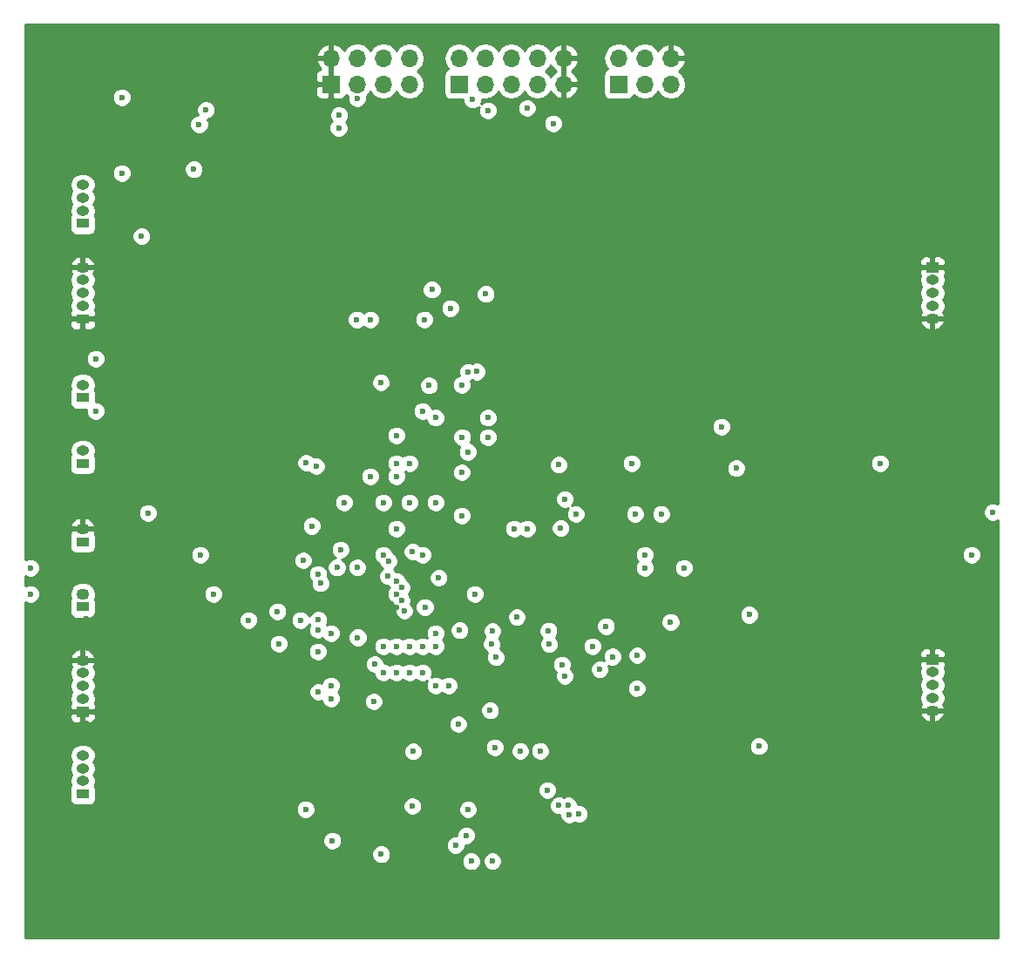
<source format=gbr>
G04 #@! TF.FileFunction,Copper,L3,Inr,Plane*
%FSLAX46Y46*%
G04 Gerber Fmt 4.6, Leading zero omitted, Abs format (unit mm)*
G04 Created by KiCad (PCBNEW 4.0.7) date Monday, February 19, 2018 'AMt' 01:15:01 AM*
%MOMM*%
%LPD*%
G01*
G04 APERTURE LIST*
%ADD10C,0.100000*%
%ADD11R,1.250000X0.950000*%
%ADD12O,1.250000X0.950000*%
%ADD13O,1.250000X1.100000*%
%ADD14R,1.700000X1.700000*%
%ADD15O,1.700000X1.700000*%
%ADD16R,1.250000X1.100000*%
%ADD17C,6.400000*%
%ADD18C,5.400000*%
%ADD19C,0.600000*%
%ADD20C,0.250000*%
%ADD21C,0.254000*%
G04 APERTURE END LIST*
D10*
D11*
X106350000Y-79130000D03*
D12*
X106350000Y-77880000D03*
X106350000Y-76630000D03*
X106350000Y-75380000D03*
D13*
X106350000Y-74130000D03*
D14*
X158420000Y-56350000D03*
D15*
X158420000Y-53810000D03*
X160960000Y-56350000D03*
X160960000Y-53810000D03*
X163500000Y-56350000D03*
X163500000Y-53810000D03*
D14*
X142920000Y-56350000D03*
D15*
X142920000Y-53810000D03*
X145460000Y-56350000D03*
X145460000Y-53810000D03*
X148000000Y-56350000D03*
X148000000Y-53810000D03*
X150540000Y-56350000D03*
X150540000Y-53810000D03*
X153080000Y-56350000D03*
X153080000Y-53810000D03*
D16*
X106350000Y-117310000D03*
D12*
X106350000Y-116060000D03*
X106350000Y-114810000D03*
X106350000Y-113560000D03*
D13*
X106350000Y-112310000D03*
D16*
X188900000Y-74130000D03*
D12*
X188900000Y-75380000D03*
X188900000Y-76630000D03*
X188900000Y-77880000D03*
D13*
X188900000Y-79130000D03*
D16*
X188900000Y-112230000D03*
D12*
X188900000Y-113480000D03*
X188900000Y-114730000D03*
X188900000Y-115980000D03*
D13*
X188900000Y-117230000D03*
D11*
X106350000Y-86810000D03*
D12*
X106350000Y-85560000D03*
D11*
X106350000Y-93180000D03*
D12*
X106350000Y-91930000D03*
D11*
X106350000Y-100800000D03*
D13*
X106350000Y-99550000D03*
D11*
X106350000Y-107130000D03*
D13*
X106350000Y-105880000D03*
D14*
X130480000Y-56350000D03*
D15*
X130480000Y-53810000D03*
X133020000Y-56350000D03*
X133020000Y-53810000D03*
X135560000Y-56350000D03*
X135560000Y-53810000D03*
X138100000Y-56350000D03*
X138100000Y-53810000D03*
D11*
X106350000Y-69880000D03*
D12*
X106350000Y-68630000D03*
X106350000Y-67380000D03*
X106350000Y-66130000D03*
D11*
X106350000Y-125310000D03*
D12*
X106350000Y-124060000D03*
X106350000Y-122810000D03*
X106350000Y-121560000D03*
D17*
X105190000Y-131140000D03*
D18*
X105190000Y-57450000D03*
D17*
X190920000Y-54910000D03*
X190920000Y-134920000D03*
D19*
X112410000Y-56470000D03*
X106670000Y-108270000D03*
X106670000Y-118430000D03*
X106670000Y-72710000D03*
X187950000Y-120970000D03*
X193030000Y-110810000D03*
X187950000Y-82870000D03*
X151810000Y-106330000D03*
X140790000Y-100730000D03*
X144280000Y-132950000D03*
X126670000Y-135210000D03*
X127940000Y-52540000D03*
X128094442Y-57465558D03*
X107620000Y-95720000D03*
X142430000Y-126510000D03*
X164440000Y-100520000D03*
X160560000Y-116080000D03*
X151510000Y-76710000D03*
X148230000Y-115420000D03*
X148620000Y-110110000D03*
X148150000Y-122740000D03*
X148260000Y-131280000D03*
X117780000Y-62700000D03*
X152070000Y-55080000D03*
X106350000Y-81750000D03*
X136830000Y-91910000D03*
X133020000Y-88100000D03*
X140015000Y-94270303D03*
X133020000Y-99530000D03*
X134290000Y-102070000D03*
X117780000Y-99530000D03*
X135560000Y-123660000D03*
X131750000Y-80480000D03*
X136830000Y-107150000D03*
X129210000Y-107150000D03*
X190170000Y-109690000D03*
X154610000Y-107150000D03*
X163500000Y-110960000D03*
X159690000Y-102070000D03*
X119050000Y-107150000D03*
X107620000Y-103340000D03*
X183820000Y-102070000D03*
X158420000Y-95720000D03*
X153340000Y-88100000D03*
X162230000Y-91910000D03*
X116510000Y-90640000D03*
X102540000Y-90640000D03*
X115240000Y-94450000D03*
X101270000Y-100800000D03*
X102535015Y-94343002D03*
X188773063Y-72986937D03*
X188900000Y-74130000D03*
X188900000Y-117230000D03*
X188900000Y-117230000D03*
X106350000Y-112310000D03*
X188900000Y-117230000D03*
X188900000Y-112230000D03*
X188900000Y-79130000D03*
X188900000Y-74130000D03*
X131050000Y-103310000D03*
X128010000Y-126800000D03*
X162550000Y-98110000D03*
X160010000Y-98110000D03*
X142067480Y-78112520D03*
X145520000Y-76730000D03*
X138390000Y-126490000D03*
X146400000Y-120780000D03*
X143792140Y-126812140D03*
X117154999Y-64614999D03*
X112700000Y-98010088D03*
X136830000Y-93180000D03*
X134290000Y-94450000D03*
X136830000Y-90472738D03*
X133020000Y-103310000D03*
X135560000Y-96990000D03*
X131750000Y-96990000D03*
X119050000Y-105880000D03*
X101270000Y-105880000D03*
X101270000Y-103340000D03*
X135319448Y-85319448D03*
X139995000Y-85617910D03*
X148859441Y-121134443D03*
X137316597Y-106514999D03*
X150800000Y-121120000D03*
X143214299Y-90636140D03*
X143180000Y-85560000D03*
X144213867Y-57859982D03*
X152070000Y-60160000D03*
X144629512Y-84277959D03*
X148260000Y-99530000D03*
X145720000Y-58890000D03*
X149530000Y-58663222D03*
X143805000Y-84290000D03*
X129209458Y-111470541D03*
X117670000Y-60250000D03*
X118330000Y-58835000D03*
X133078151Y-110105405D03*
X127770000Y-102620000D03*
X149530000Y-99530000D03*
X139370000Y-88100000D03*
X139537262Y-79210000D03*
X140279338Y-76309338D03*
X140640000Y-96990000D03*
X140640000Y-88752739D03*
X129209999Y-103935000D03*
X131410000Y-101570000D03*
X125269999Y-107580000D03*
X125398223Y-110704260D03*
X134630000Y-116320000D03*
X136830000Y-99530000D03*
X135560000Y-102070000D03*
X138100000Y-96990000D03*
X138100000Y-93180000D03*
X136000000Y-104160000D03*
X137316597Y-105244999D03*
X137600000Y-107520000D03*
X134710000Y-112675727D03*
X136071640Y-102685000D03*
X138396941Y-101773059D03*
X143180000Y-98260000D03*
X143180000Y-94050000D03*
X139600000Y-107149999D03*
X142840000Y-118539401D03*
X136830000Y-104610000D03*
X140936941Y-104313059D03*
X139370000Y-102070000D03*
X136830000Y-94450000D03*
X141910000Y-114770000D03*
X140640000Y-109690000D03*
X129050000Y-93460000D03*
X128610000Y-99270000D03*
X128060000Y-93130000D03*
X133020000Y-57700003D03*
X169850000Y-93660000D03*
X168410000Y-89630000D03*
X110160000Y-64990088D03*
X107620000Y-88100000D03*
X183820000Y-93180000D03*
X159690000Y-93180000D03*
X140640000Y-110960000D03*
X140640000Y-114770000D03*
X156574999Y-113210001D03*
X153185000Y-113879670D03*
X152920000Y-112740000D03*
X157825000Y-111970000D03*
X155880000Y-110960000D03*
X194760000Y-97940000D03*
X145940000Y-117190000D03*
X142970000Y-109400000D03*
X145720000Y-90640000D03*
X145720000Y-88752739D03*
X139370000Y-113500000D03*
X139370000Y-110960000D03*
X138450000Y-121180000D03*
X148540000Y-108130000D03*
X136830000Y-105880000D03*
X144450000Y-105880000D03*
X129209999Y-109360001D03*
X122465940Y-108420000D03*
X117780000Y-102070000D03*
X130480000Y-109690000D03*
X130480000Y-114770000D03*
X130480000Y-116040000D03*
X135560000Y-110960000D03*
X135560000Y-113500000D03*
X136830000Y-113500000D03*
X136830000Y-110960000D03*
X138100000Y-110960000D03*
X138100000Y-113500000D03*
X134290000Y-79210000D03*
X132985000Y-79210000D03*
X152590000Y-93330000D03*
X153180000Y-96650000D03*
X154274560Y-98112976D03*
X152800000Y-99480000D03*
X151500000Y-124930000D03*
X146498058Y-112041942D03*
X131280000Y-59335000D03*
X131220000Y-60585000D03*
X171110000Y-107900000D03*
X157200000Y-109019999D03*
X164770000Y-103340000D03*
X160960000Y-103340000D03*
X160960000Y-102070000D03*
X192710000Y-102070000D03*
X172040000Y-120680000D03*
X163475000Y-108600000D03*
X160225000Y-111850000D03*
X160180000Y-115050000D03*
X112075000Y-71110000D03*
X153530000Y-126436380D03*
X146170000Y-109470000D03*
X152623534Y-126436380D03*
X146080000Y-110740000D03*
X153610000Y-127330000D03*
X151670000Y-110760000D03*
X154580784Y-127243100D03*
X151609852Y-109450148D03*
X107620000Y-83020000D03*
X110160000Y-57620000D03*
X106350000Y-105880000D03*
X143768557Y-92074282D03*
X130600000Y-129850000D03*
X129229999Y-115395000D03*
X127509989Y-108420000D03*
X129250000Y-108410000D03*
X135360000Y-131170000D03*
X129460000Y-104850000D03*
X146170000Y-131840000D03*
X144100000Y-131860000D03*
X143610000Y-129330000D03*
X142570000Y-130300000D03*
D20*
X190410000Y-55420000D02*
X190920000Y-54910000D01*
X190410000Y-55420000D02*
X190920000Y-54910000D01*
X188900000Y-56930000D02*
X190410000Y-55420000D01*
X188900000Y-132900000D02*
X190920000Y-134920000D01*
D21*
G36*
X195290000Y-97147672D02*
X194946799Y-97005162D01*
X194574833Y-97004838D01*
X194231057Y-97146883D01*
X193967808Y-97409673D01*
X193825162Y-97753201D01*
X193824838Y-98125167D01*
X193966883Y-98468943D01*
X194229673Y-98732192D01*
X194573201Y-98874838D01*
X194945167Y-98875162D01*
X195288943Y-98733117D01*
X195290000Y-98732062D01*
X195290000Y-139290000D01*
X100820000Y-139290000D01*
X100820000Y-131355167D01*
X134424838Y-131355167D01*
X134566883Y-131698943D01*
X134829673Y-131962192D01*
X135173201Y-132104838D01*
X135545167Y-132105162D01*
X135690366Y-132045167D01*
X143164838Y-132045167D01*
X143306883Y-132388943D01*
X143569673Y-132652192D01*
X143913201Y-132794838D01*
X144285167Y-132795162D01*
X144628943Y-132653117D01*
X144892192Y-132390327D01*
X145034838Y-132046799D01*
X145034856Y-132025167D01*
X145234838Y-132025167D01*
X145376883Y-132368943D01*
X145639673Y-132632192D01*
X145983201Y-132774838D01*
X146355167Y-132775162D01*
X146698943Y-132633117D01*
X146962192Y-132370327D01*
X147104838Y-132026799D01*
X147105162Y-131654833D01*
X146963117Y-131311057D01*
X146700327Y-131047808D01*
X146356799Y-130905162D01*
X145984833Y-130904838D01*
X145641057Y-131046883D01*
X145377808Y-131309673D01*
X145235162Y-131653201D01*
X145234838Y-132025167D01*
X145034856Y-132025167D01*
X145035162Y-131674833D01*
X144893117Y-131331057D01*
X144630327Y-131067808D01*
X144286799Y-130925162D01*
X143914833Y-130924838D01*
X143571057Y-131066883D01*
X143307808Y-131329673D01*
X143165162Y-131673201D01*
X143164838Y-132045167D01*
X135690366Y-132045167D01*
X135888943Y-131963117D01*
X136152192Y-131700327D01*
X136294838Y-131356799D01*
X136295162Y-130984833D01*
X136153117Y-130641057D01*
X135997499Y-130485167D01*
X141634838Y-130485167D01*
X141776883Y-130828943D01*
X142039673Y-131092192D01*
X142383201Y-131234838D01*
X142755167Y-131235162D01*
X143098943Y-131093117D01*
X143362192Y-130830327D01*
X143504838Y-130486799D01*
X143505031Y-130264909D01*
X143795167Y-130265162D01*
X144138943Y-130123117D01*
X144402192Y-129860327D01*
X144544838Y-129516799D01*
X144545162Y-129144833D01*
X144403117Y-128801057D01*
X144140327Y-128537808D01*
X143796799Y-128395162D01*
X143424833Y-128394838D01*
X143081057Y-128536883D01*
X142817808Y-128799673D01*
X142675162Y-129143201D01*
X142674969Y-129365091D01*
X142384833Y-129364838D01*
X142041057Y-129506883D01*
X141777808Y-129769673D01*
X141635162Y-130113201D01*
X141634838Y-130485167D01*
X135997499Y-130485167D01*
X135890327Y-130377808D01*
X135546799Y-130235162D01*
X135174833Y-130234838D01*
X134831057Y-130376883D01*
X134567808Y-130639673D01*
X134425162Y-130983201D01*
X134424838Y-131355167D01*
X100820000Y-131355167D01*
X100820000Y-130035167D01*
X129664838Y-130035167D01*
X129806883Y-130378943D01*
X130069673Y-130642192D01*
X130413201Y-130784838D01*
X130785167Y-130785162D01*
X131128943Y-130643117D01*
X131392192Y-130380327D01*
X131534838Y-130036799D01*
X131535162Y-129664833D01*
X131393117Y-129321057D01*
X131130327Y-129057808D01*
X130786799Y-128915162D01*
X130414833Y-128914838D01*
X130071057Y-129056883D01*
X129807808Y-129319673D01*
X129665162Y-129663201D01*
X129664838Y-130035167D01*
X100820000Y-130035167D01*
X100820000Y-126985167D01*
X127074838Y-126985167D01*
X127216883Y-127328943D01*
X127479673Y-127592192D01*
X127823201Y-127734838D01*
X128195167Y-127735162D01*
X128538943Y-127593117D01*
X128802192Y-127330327D01*
X128944838Y-126986799D01*
X128945109Y-126675167D01*
X137454838Y-126675167D01*
X137596883Y-127018943D01*
X137859673Y-127282192D01*
X138203201Y-127424838D01*
X138575167Y-127425162D01*
X138918943Y-127283117D01*
X139182192Y-127020327D01*
X139191750Y-126997307D01*
X142856978Y-126997307D01*
X142999023Y-127341083D01*
X143261813Y-127604332D01*
X143605341Y-127746978D01*
X143977307Y-127747302D01*
X144321083Y-127605257D01*
X144584332Y-127342467D01*
X144726978Y-126998939D01*
X144727302Y-126626973D01*
X144585257Y-126283197D01*
X144322467Y-126019948D01*
X143978939Y-125877302D01*
X143606973Y-125876978D01*
X143263197Y-126019023D01*
X142999948Y-126281813D01*
X142857302Y-126625341D01*
X142856978Y-126997307D01*
X139191750Y-126997307D01*
X139324838Y-126676799D01*
X139325162Y-126304833D01*
X139183117Y-125961057D01*
X138920327Y-125697808D01*
X138576799Y-125555162D01*
X138204833Y-125554838D01*
X137861057Y-125696883D01*
X137597808Y-125959673D01*
X137455162Y-126303201D01*
X137454838Y-126675167D01*
X128945109Y-126675167D01*
X128945162Y-126614833D01*
X128803117Y-126271057D01*
X128540327Y-126007808D01*
X128196799Y-125865162D01*
X127824833Y-125864838D01*
X127481057Y-126006883D01*
X127217808Y-126269673D01*
X127075162Y-126613201D01*
X127074838Y-126985167D01*
X100820000Y-126985167D01*
X100820000Y-121560000D01*
X105065315Y-121560000D01*
X105149809Y-121984779D01*
X105283592Y-122185000D01*
X105149809Y-122385221D01*
X105065315Y-122810000D01*
X105149809Y-123234779D01*
X105283592Y-123435000D01*
X105149809Y-123635221D01*
X105065315Y-124060000D01*
X105149809Y-124484779D01*
X105172526Y-124518777D01*
X105128569Y-124583110D01*
X105077560Y-124835000D01*
X105077560Y-125785000D01*
X105121838Y-126020317D01*
X105260910Y-126236441D01*
X105473110Y-126381431D01*
X105725000Y-126432440D01*
X106975000Y-126432440D01*
X107210317Y-126388162D01*
X107426441Y-126249090D01*
X107571431Y-126036890D01*
X107622440Y-125785000D01*
X107622440Y-125115167D01*
X150564838Y-125115167D01*
X150706883Y-125458943D01*
X150969673Y-125722192D01*
X151313201Y-125864838D01*
X151685167Y-125865162D01*
X152004466Y-125733231D01*
X151831342Y-125906053D01*
X151688696Y-126249581D01*
X151688372Y-126621547D01*
X151830417Y-126965323D01*
X152093207Y-127228572D01*
X152436735Y-127371218D01*
X152674963Y-127371426D01*
X152674838Y-127515167D01*
X152816883Y-127858943D01*
X153079673Y-128122192D01*
X153423201Y-128264838D01*
X153795167Y-128265162D01*
X154138943Y-128123117D01*
X154175082Y-128087041D01*
X154393985Y-128177938D01*
X154765951Y-128178262D01*
X155109727Y-128036217D01*
X155372976Y-127773427D01*
X155515622Y-127429899D01*
X155515946Y-127057933D01*
X155373901Y-126714157D01*
X155111111Y-126450908D01*
X154767583Y-126308262D01*
X154465113Y-126307999D01*
X154465162Y-126251213D01*
X154323117Y-125907437D01*
X154060327Y-125644188D01*
X153716799Y-125501542D01*
X153344833Y-125501218D01*
X153076531Y-125612078D01*
X152810333Y-125501542D01*
X152438367Y-125501218D01*
X152119068Y-125633149D01*
X152292192Y-125460327D01*
X152434838Y-125116799D01*
X152435162Y-124744833D01*
X152293117Y-124401057D01*
X152030327Y-124137808D01*
X151686799Y-123995162D01*
X151314833Y-123994838D01*
X150971057Y-124136883D01*
X150707808Y-124399673D01*
X150565162Y-124743201D01*
X150564838Y-125115167D01*
X107622440Y-125115167D01*
X107622440Y-124835000D01*
X107578162Y-124599683D01*
X107526774Y-124519824D01*
X107550191Y-124484779D01*
X107634685Y-124060000D01*
X107550191Y-123635221D01*
X107416408Y-123435000D01*
X107550191Y-123234779D01*
X107634685Y-122810000D01*
X107550191Y-122385221D01*
X107416408Y-122185000D01*
X107550191Y-121984779D01*
X107634685Y-121560000D01*
X107595931Y-121365167D01*
X137514838Y-121365167D01*
X137656883Y-121708943D01*
X137919673Y-121972192D01*
X138263201Y-122114838D01*
X138635167Y-122115162D01*
X138978943Y-121973117D01*
X139242192Y-121710327D01*
X139384838Y-121366799D01*
X139385162Y-120994833D01*
X139372905Y-120965167D01*
X145464838Y-120965167D01*
X145606883Y-121308943D01*
X145869673Y-121572192D01*
X146213201Y-121714838D01*
X146585167Y-121715162D01*
X146928943Y-121573117D01*
X147182892Y-121319610D01*
X147924279Y-121319610D01*
X148066324Y-121663386D01*
X148329114Y-121926635D01*
X148672642Y-122069281D01*
X149044608Y-122069605D01*
X149388384Y-121927560D01*
X149651633Y-121664770D01*
X149794279Y-121321242D01*
X149794293Y-121305167D01*
X149864838Y-121305167D01*
X150006883Y-121648943D01*
X150269673Y-121912192D01*
X150613201Y-122054838D01*
X150985167Y-122055162D01*
X151328943Y-121913117D01*
X151592192Y-121650327D01*
X151734838Y-121306799D01*
X151735162Y-120934833D01*
X151706377Y-120865167D01*
X171104838Y-120865167D01*
X171246883Y-121208943D01*
X171509673Y-121472192D01*
X171853201Y-121614838D01*
X172225167Y-121615162D01*
X172568943Y-121473117D01*
X172832192Y-121210327D01*
X172974838Y-120866799D01*
X172975162Y-120494833D01*
X172833117Y-120151057D01*
X172570327Y-119887808D01*
X172226799Y-119745162D01*
X171854833Y-119744838D01*
X171511057Y-119886883D01*
X171247808Y-120149673D01*
X171105162Y-120493201D01*
X171104838Y-120865167D01*
X151706377Y-120865167D01*
X151593117Y-120591057D01*
X151330327Y-120327808D01*
X150986799Y-120185162D01*
X150614833Y-120184838D01*
X150271057Y-120326883D01*
X150007808Y-120589673D01*
X149865162Y-120933201D01*
X149864838Y-121305167D01*
X149794293Y-121305167D01*
X149794603Y-120949276D01*
X149652558Y-120605500D01*
X149389768Y-120342251D01*
X149046240Y-120199605D01*
X148674274Y-120199281D01*
X148330498Y-120341326D01*
X148067249Y-120604116D01*
X147924603Y-120947644D01*
X147924279Y-121319610D01*
X147182892Y-121319610D01*
X147192192Y-121310327D01*
X147334838Y-120966799D01*
X147335162Y-120594833D01*
X147193117Y-120251057D01*
X146930327Y-119987808D01*
X146586799Y-119845162D01*
X146214833Y-119844838D01*
X145871057Y-119986883D01*
X145607808Y-120249673D01*
X145465162Y-120593201D01*
X145464838Y-120965167D01*
X139372905Y-120965167D01*
X139243117Y-120651057D01*
X138980327Y-120387808D01*
X138636799Y-120245162D01*
X138264833Y-120244838D01*
X137921057Y-120386883D01*
X137657808Y-120649673D01*
X137515162Y-120993201D01*
X137514838Y-121365167D01*
X107595931Y-121365167D01*
X107550191Y-121135221D01*
X107309574Y-120775111D01*
X106949464Y-120534494D01*
X106524685Y-120450000D01*
X106175315Y-120450000D01*
X105750536Y-120534494D01*
X105390426Y-120775111D01*
X105149809Y-121135221D01*
X105065315Y-121560000D01*
X100820000Y-121560000D01*
X100820000Y-118724568D01*
X141904838Y-118724568D01*
X142046883Y-119068344D01*
X142309673Y-119331593D01*
X142653201Y-119474239D01*
X143025167Y-119474563D01*
X143368943Y-119332518D01*
X143632192Y-119069728D01*
X143774838Y-118726200D01*
X143775162Y-118354234D01*
X143633117Y-118010458D01*
X143370327Y-117747209D01*
X143026799Y-117604563D01*
X142654833Y-117604239D01*
X142311057Y-117746284D01*
X142047808Y-118009074D01*
X141905162Y-118352602D01*
X141904838Y-118724568D01*
X100820000Y-118724568D01*
X100820000Y-117595750D01*
X105090000Y-117595750D01*
X105090000Y-117911309D01*
X105186673Y-118144698D01*
X105365301Y-118323327D01*
X105598690Y-118420000D01*
X106064250Y-118420000D01*
X106223000Y-118261250D01*
X106223000Y-117437000D01*
X106477000Y-117437000D01*
X106477000Y-118261250D01*
X106635750Y-118420000D01*
X107101310Y-118420000D01*
X107334699Y-118323327D01*
X107513327Y-118144698D01*
X107610000Y-117911309D01*
X107610000Y-117595750D01*
X107451250Y-117437000D01*
X106477000Y-117437000D01*
X106223000Y-117437000D01*
X105248750Y-117437000D01*
X105090000Y-117595750D01*
X100820000Y-117595750D01*
X100820000Y-117375167D01*
X145004838Y-117375167D01*
X145146883Y-117718943D01*
X145409673Y-117982192D01*
X145753201Y-118124838D01*
X146125167Y-118125162D01*
X146468943Y-117983117D01*
X146732192Y-117720327D01*
X146807176Y-117539744D01*
X187681197Y-117539744D01*
X187838003Y-117882820D01*
X188162957Y-118210834D01*
X188588701Y-118389525D01*
X188773000Y-118253465D01*
X188773000Y-117357000D01*
X189027000Y-117357000D01*
X189027000Y-118253465D01*
X189211299Y-118389525D01*
X189637043Y-118210834D01*
X189961997Y-117882820D01*
X190118803Y-117539744D01*
X189993361Y-117357000D01*
X189027000Y-117357000D01*
X188773000Y-117357000D01*
X187806639Y-117357000D01*
X187681197Y-117539744D01*
X146807176Y-117539744D01*
X146874838Y-117376799D01*
X146875162Y-117004833D01*
X146733117Y-116661057D01*
X146470327Y-116397808D01*
X146126799Y-116255162D01*
X145754833Y-116254838D01*
X145411057Y-116396883D01*
X145147808Y-116659673D01*
X145005162Y-117003201D01*
X145004838Y-117375167D01*
X100820000Y-117375167D01*
X100820000Y-113560000D01*
X105065315Y-113560000D01*
X105149809Y-113984779D01*
X105283592Y-114185000D01*
X105149809Y-114385221D01*
X105065315Y-114810000D01*
X105149809Y-115234779D01*
X105283592Y-115435000D01*
X105149809Y-115635221D01*
X105065315Y-116060000D01*
X105149809Y-116484779D01*
X105170142Y-116515210D01*
X105090000Y-116708691D01*
X105090000Y-117024250D01*
X105248750Y-117183000D01*
X106223000Y-117183000D01*
X106223000Y-117170000D01*
X106477000Y-117170000D01*
X106477000Y-117183000D01*
X107451250Y-117183000D01*
X107610000Y-117024250D01*
X107610000Y-116708691D01*
X107529858Y-116515210D01*
X107550191Y-116484779D01*
X107634685Y-116060000D01*
X107550191Y-115635221D01*
X107513406Y-115580167D01*
X128294837Y-115580167D01*
X128436882Y-115923943D01*
X128699672Y-116187192D01*
X129043200Y-116329838D01*
X129415166Y-116330162D01*
X129562984Y-116269085D01*
X129686883Y-116568943D01*
X129949673Y-116832192D01*
X130293201Y-116974838D01*
X130665167Y-116975162D01*
X131008943Y-116833117D01*
X131272192Y-116570327D01*
X131299248Y-116505167D01*
X133694838Y-116505167D01*
X133836883Y-116848943D01*
X134099673Y-117112192D01*
X134443201Y-117254838D01*
X134815167Y-117255162D01*
X135158943Y-117113117D01*
X135422192Y-116850327D01*
X135564838Y-116506799D01*
X135565162Y-116134833D01*
X135423117Y-115791057D01*
X135160327Y-115527808D01*
X134816799Y-115385162D01*
X134444833Y-115384838D01*
X134101057Y-115526883D01*
X133837808Y-115789673D01*
X133695162Y-116133201D01*
X133694838Y-116505167D01*
X131299248Y-116505167D01*
X131414838Y-116226799D01*
X131415162Y-115854833D01*
X131273117Y-115511057D01*
X131167290Y-115405046D01*
X131272192Y-115300327D01*
X131414838Y-114956799D01*
X131415162Y-114584833D01*
X131273117Y-114241057D01*
X131010327Y-113977808D01*
X130666799Y-113835162D01*
X130294833Y-113834838D01*
X129951057Y-113976883D01*
X129687808Y-114239673D01*
X129569861Y-114523720D01*
X129416798Y-114460162D01*
X129044832Y-114459838D01*
X128701056Y-114601883D01*
X128437807Y-114864673D01*
X128295161Y-115208201D01*
X128294837Y-115580167D01*
X107513406Y-115580167D01*
X107416408Y-115435000D01*
X107550191Y-115234779D01*
X107634685Y-114810000D01*
X107550191Y-114385221D01*
X107416408Y-114185000D01*
X107550191Y-113984779D01*
X107634685Y-113560000D01*
X107550191Y-113135221D01*
X107421339Y-112942380D01*
X107458582Y-112860894D01*
X133774838Y-112860894D01*
X133916883Y-113204670D01*
X134179673Y-113467919D01*
X134523201Y-113610565D01*
X134624903Y-113610654D01*
X134624838Y-113685167D01*
X134766883Y-114028943D01*
X135029673Y-114292192D01*
X135373201Y-114434838D01*
X135745167Y-114435162D01*
X136088943Y-114293117D01*
X136194954Y-114187290D01*
X136299673Y-114292192D01*
X136643201Y-114434838D01*
X137015167Y-114435162D01*
X137358943Y-114293117D01*
X137464954Y-114187290D01*
X137569673Y-114292192D01*
X137913201Y-114434838D01*
X138285167Y-114435162D01*
X138628943Y-114293117D01*
X138734954Y-114187290D01*
X138839673Y-114292192D01*
X139183201Y-114434838D01*
X139555167Y-114435162D01*
X139810430Y-114329690D01*
X139705162Y-114583201D01*
X139704838Y-114955167D01*
X139846883Y-115298943D01*
X140109673Y-115562192D01*
X140453201Y-115704838D01*
X140825167Y-115705162D01*
X141168943Y-115563117D01*
X141274954Y-115457290D01*
X141379673Y-115562192D01*
X141723201Y-115704838D01*
X142095167Y-115705162D01*
X142438943Y-115563117D01*
X142702192Y-115300327D01*
X142729248Y-115235167D01*
X159244838Y-115235167D01*
X159386883Y-115578943D01*
X159649673Y-115842192D01*
X159993201Y-115984838D01*
X160365167Y-115985162D01*
X160708943Y-115843117D01*
X160972192Y-115580327D01*
X161114838Y-115236799D01*
X161115162Y-114864833D01*
X160973117Y-114521057D01*
X160710327Y-114257808D01*
X160366799Y-114115162D01*
X159994833Y-114114838D01*
X159651057Y-114256883D01*
X159387808Y-114519673D01*
X159245162Y-114863201D01*
X159244838Y-115235167D01*
X142729248Y-115235167D01*
X142844838Y-114956799D01*
X142845162Y-114584833D01*
X142703117Y-114241057D01*
X142440327Y-113977808D01*
X142096799Y-113835162D01*
X141724833Y-113834838D01*
X141381057Y-113976883D01*
X141275046Y-114082710D01*
X141170327Y-113977808D01*
X140826799Y-113835162D01*
X140454833Y-113834838D01*
X140199570Y-113940310D01*
X140304838Y-113686799D01*
X140305162Y-113314833D01*
X140163117Y-112971057D01*
X139900327Y-112707808D01*
X139556799Y-112565162D01*
X139184833Y-112564838D01*
X138841057Y-112706883D01*
X138735046Y-112812710D01*
X138630327Y-112707808D01*
X138286799Y-112565162D01*
X137914833Y-112564838D01*
X137571057Y-112706883D01*
X137465046Y-112812710D01*
X137360327Y-112707808D01*
X137016799Y-112565162D01*
X136644833Y-112564838D01*
X136301057Y-112706883D01*
X136195046Y-112812710D01*
X136090327Y-112707808D01*
X135746799Y-112565162D01*
X135645097Y-112565073D01*
X135645162Y-112490560D01*
X135503117Y-112146784D01*
X135240327Y-111883535D01*
X134896799Y-111740889D01*
X134524833Y-111740565D01*
X134181057Y-111882610D01*
X133917808Y-112145400D01*
X133775162Y-112488928D01*
X133774838Y-112860894D01*
X107458582Y-112860894D01*
X107568803Y-112619744D01*
X107443361Y-112437000D01*
X106477000Y-112437000D01*
X106477000Y-112450000D01*
X106223000Y-112450000D01*
X106223000Y-112437000D01*
X105256639Y-112437000D01*
X105131197Y-112619744D01*
X105278661Y-112942380D01*
X105149809Y-113135221D01*
X105065315Y-113560000D01*
X100820000Y-113560000D01*
X100820000Y-112000256D01*
X105131197Y-112000256D01*
X105256639Y-112183000D01*
X106223000Y-112183000D01*
X106223000Y-111286535D01*
X106477000Y-111286535D01*
X106477000Y-112183000D01*
X107443361Y-112183000D01*
X107568803Y-112000256D01*
X107411997Y-111657180D01*
X107410539Y-111655708D01*
X128274296Y-111655708D01*
X128416341Y-111999484D01*
X128679131Y-112262733D01*
X129022659Y-112405379D01*
X129394625Y-112405703D01*
X129738401Y-112263658D01*
X130001650Y-112000868D01*
X130144296Y-111657340D01*
X130144620Y-111285374D01*
X130086688Y-111145167D01*
X134624838Y-111145167D01*
X134766883Y-111488943D01*
X135029673Y-111752192D01*
X135373201Y-111894838D01*
X135745167Y-111895162D01*
X136088943Y-111753117D01*
X136194954Y-111647290D01*
X136299673Y-111752192D01*
X136643201Y-111894838D01*
X137015167Y-111895162D01*
X137358943Y-111753117D01*
X137464954Y-111647290D01*
X137569673Y-111752192D01*
X137913201Y-111894838D01*
X138285167Y-111895162D01*
X138628943Y-111753117D01*
X138734954Y-111647290D01*
X138839673Y-111752192D01*
X139183201Y-111894838D01*
X139555167Y-111895162D01*
X139898943Y-111753117D01*
X140004954Y-111647290D01*
X140109673Y-111752192D01*
X140453201Y-111894838D01*
X140825167Y-111895162D01*
X141168943Y-111753117D01*
X141432192Y-111490327D01*
X141574838Y-111146799D01*
X141575031Y-110925167D01*
X145144838Y-110925167D01*
X145286883Y-111268943D01*
X145549673Y-111532192D01*
X145675608Y-111584485D01*
X145563220Y-111855143D01*
X145562896Y-112227109D01*
X145704941Y-112570885D01*
X145967731Y-112834134D01*
X146311259Y-112976780D01*
X146683225Y-112977104D01*
X146808922Y-112925167D01*
X151984838Y-112925167D01*
X152126883Y-113268943D01*
X152338266Y-113480695D01*
X152250162Y-113692871D01*
X152249838Y-114064837D01*
X152391883Y-114408613D01*
X152654673Y-114671862D01*
X152998201Y-114814508D01*
X153370167Y-114814832D01*
X153713943Y-114672787D01*
X153977192Y-114409997D01*
X154119838Y-114066469D01*
X154120162Y-113694503D01*
X153996480Y-113395168D01*
X155639837Y-113395168D01*
X155781882Y-113738944D01*
X156044672Y-114002193D01*
X156388200Y-114144839D01*
X156760166Y-114145163D01*
X157103942Y-114003118D01*
X157367191Y-113740328D01*
X157475289Y-113480000D01*
X187615315Y-113480000D01*
X187699809Y-113904779D01*
X187833592Y-114105000D01*
X187699809Y-114305221D01*
X187615315Y-114730000D01*
X187699809Y-115154779D01*
X187833592Y-115355000D01*
X187699809Y-115555221D01*
X187615315Y-115980000D01*
X187699809Y-116404779D01*
X187828661Y-116597620D01*
X187681197Y-116920256D01*
X187806639Y-117103000D01*
X188773000Y-117103000D01*
X188773000Y-117090000D01*
X189027000Y-117090000D01*
X189027000Y-117103000D01*
X189993361Y-117103000D01*
X190118803Y-116920256D01*
X189971339Y-116597620D01*
X190100191Y-116404779D01*
X190184685Y-115980000D01*
X190100191Y-115555221D01*
X189966408Y-115355000D01*
X190100191Y-115154779D01*
X190184685Y-114730000D01*
X190100191Y-114305221D01*
X189966408Y-114105000D01*
X190100191Y-113904779D01*
X190184685Y-113480000D01*
X190100191Y-113055221D01*
X190079858Y-113024790D01*
X190160000Y-112831309D01*
X190160000Y-112515750D01*
X190001250Y-112357000D01*
X189027000Y-112357000D01*
X189027000Y-112370000D01*
X188773000Y-112370000D01*
X188773000Y-112357000D01*
X187798750Y-112357000D01*
X187640000Y-112515750D01*
X187640000Y-112831309D01*
X187720142Y-113024790D01*
X187699809Y-113055221D01*
X187615315Y-113480000D01*
X157475289Y-113480000D01*
X157509837Y-113396800D01*
X157510161Y-113024834D01*
X157423793Y-112815808D01*
X157638201Y-112904838D01*
X158010167Y-112905162D01*
X158353943Y-112763117D01*
X158617192Y-112500327D01*
X158759838Y-112156799D01*
X158759943Y-112035167D01*
X159289838Y-112035167D01*
X159431883Y-112378943D01*
X159694673Y-112642192D01*
X160038201Y-112784838D01*
X160410167Y-112785162D01*
X160753943Y-112643117D01*
X161017192Y-112380327D01*
X161159838Y-112036799D01*
X161160162Y-111664833D01*
X161145229Y-111628691D01*
X187640000Y-111628691D01*
X187640000Y-111944250D01*
X187798750Y-112103000D01*
X188773000Y-112103000D01*
X188773000Y-111278750D01*
X189027000Y-111278750D01*
X189027000Y-112103000D01*
X190001250Y-112103000D01*
X190160000Y-111944250D01*
X190160000Y-111628691D01*
X190063327Y-111395302D01*
X189884699Y-111216673D01*
X189651310Y-111120000D01*
X189185750Y-111120000D01*
X189027000Y-111278750D01*
X188773000Y-111278750D01*
X188614250Y-111120000D01*
X188148690Y-111120000D01*
X187915301Y-111216673D01*
X187736673Y-111395302D01*
X187640000Y-111628691D01*
X161145229Y-111628691D01*
X161018117Y-111321057D01*
X160755327Y-111057808D01*
X160411799Y-110915162D01*
X160039833Y-110914838D01*
X159696057Y-111056883D01*
X159432808Y-111319673D01*
X159290162Y-111663201D01*
X159289838Y-112035167D01*
X158759943Y-112035167D01*
X158760162Y-111784833D01*
X158618117Y-111441057D01*
X158355327Y-111177808D01*
X158011799Y-111035162D01*
X157639833Y-111034838D01*
X157296057Y-111176883D01*
X157032808Y-111439673D01*
X156890162Y-111783201D01*
X156889838Y-112155167D01*
X156976206Y-112364193D01*
X156761798Y-112275163D01*
X156389832Y-112274839D01*
X156046056Y-112416884D01*
X155782807Y-112679674D01*
X155640161Y-113023202D01*
X155639837Y-113395168D01*
X153996480Y-113395168D01*
X153978117Y-113350727D01*
X153766734Y-113138975D01*
X153854838Y-112926799D01*
X153855162Y-112554833D01*
X153713117Y-112211057D01*
X153450327Y-111947808D01*
X153106799Y-111805162D01*
X152734833Y-111804838D01*
X152391057Y-111946883D01*
X152127808Y-112209673D01*
X151985162Y-112553201D01*
X151984838Y-112925167D01*
X146808922Y-112925167D01*
X147027001Y-112835059D01*
X147290250Y-112572269D01*
X147432896Y-112228741D01*
X147433220Y-111856775D01*
X147291175Y-111512999D01*
X147028385Y-111249750D01*
X146902450Y-111197457D01*
X147014838Y-110926799D01*
X147015162Y-110554833D01*
X146873117Y-110211057D01*
X146812212Y-110150046D01*
X146962192Y-110000327D01*
X147104838Y-109656799D01*
X147104856Y-109635315D01*
X150674690Y-109635315D01*
X150816735Y-109979091D01*
X150972509Y-110135137D01*
X150877808Y-110229673D01*
X150735162Y-110573201D01*
X150734838Y-110945167D01*
X150876883Y-111288943D01*
X151139673Y-111552192D01*
X151483201Y-111694838D01*
X151855167Y-111695162D01*
X152198943Y-111553117D01*
X152462192Y-111290327D01*
X152522467Y-111145167D01*
X154944838Y-111145167D01*
X155086883Y-111488943D01*
X155349673Y-111752192D01*
X155693201Y-111894838D01*
X156065167Y-111895162D01*
X156408943Y-111753117D01*
X156672192Y-111490327D01*
X156814838Y-111146799D01*
X156815162Y-110774833D01*
X156673117Y-110431057D01*
X156410327Y-110167808D01*
X156066799Y-110025162D01*
X155694833Y-110024838D01*
X155351057Y-110166883D01*
X155087808Y-110429673D01*
X154945162Y-110773201D01*
X154944838Y-111145167D01*
X152522467Y-111145167D01*
X152604838Y-110946799D01*
X152605162Y-110574833D01*
X152463117Y-110231057D01*
X152307343Y-110075011D01*
X152402044Y-109980475D01*
X152544690Y-109636947D01*
X152545014Y-109264981D01*
X152520300Y-109205166D01*
X156264838Y-109205166D01*
X156406883Y-109548942D01*
X156669673Y-109812191D01*
X157013201Y-109954837D01*
X157385167Y-109955161D01*
X157728943Y-109813116D01*
X157992192Y-109550326D01*
X158134838Y-109206798D01*
X158135162Y-108834832D01*
X158114641Y-108785167D01*
X162539838Y-108785167D01*
X162681883Y-109128943D01*
X162944673Y-109392192D01*
X163288201Y-109534838D01*
X163660167Y-109535162D01*
X164003943Y-109393117D01*
X164267192Y-109130327D01*
X164409838Y-108786799D01*
X164410162Y-108414833D01*
X164273948Y-108085167D01*
X170174838Y-108085167D01*
X170316883Y-108428943D01*
X170579673Y-108692192D01*
X170923201Y-108834838D01*
X171295167Y-108835162D01*
X171638943Y-108693117D01*
X171902192Y-108430327D01*
X172044838Y-108086799D01*
X172045162Y-107714833D01*
X171903117Y-107371057D01*
X171640327Y-107107808D01*
X171296799Y-106965162D01*
X170924833Y-106964838D01*
X170581057Y-107106883D01*
X170317808Y-107369673D01*
X170175162Y-107713201D01*
X170174838Y-108085167D01*
X164273948Y-108085167D01*
X164268117Y-108071057D01*
X164005327Y-107807808D01*
X163661799Y-107665162D01*
X163289833Y-107664838D01*
X162946057Y-107806883D01*
X162682808Y-108069673D01*
X162540162Y-108413201D01*
X162539838Y-108785167D01*
X158114641Y-108785167D01*
X157993117Y-108491056D01*
X157730327Y-108227807D01*
X157386799Y-108085161D01*
X157014833Y-108084837D01*
X156671057Y-108226882D01*
X156407808Y-108489672D01*
X156265162Y-108833200D01*
X156264838Y-109205166D01*
X152520300Y-109205166D01*
X152402969Y-108921205D01*
X152140179Y-108657956D01*
X151796651Y-108515310D01*
X151424685Y-108514986D01*
X151080909Y-108657031D01*
X150817660Y-108919821D01*
X150675014Y-109263349D01*
X150674690Y-109635315D01*
X147104856Y-109635315D01*
X147105162Y-109284833D01*
X146963117Y-108941057D01*
X146700327Y-108677808D01*
X146356799Y-108535162D01*
X145984833Y-108534838D01*
X145641057Y-108676883D01*
X145377808Y-108939673D01*
X145235162Y-109283201D01*
X145234838Y-109655167D01*
X145376883Y-109998943D01*
X145437788Y-110059954D01*
X145287808Y-110209673D01*
X145145162Y-110553201D01*
X145144838Y-110925167D01*
X141575031Y-110925167D01*
X141575162Y-110774833D01*
X141433117Y-110431057D01*
X141327290Y-110325046D01*
X141432192Y-110220327D01*
X141574838Y-109876799D01*
X141575092Y-109585167D01*
X142034838Y-109585167D01*
X142176883Y-109928943D01*
X142439673Y-110192192D01*
X142783201Y-110334838D01*
X143155167Y-110335162D01*
X143498943Y-110193117D01*
X143762192Y-109930327D01*
X143904838Y-109586799D01*
X143905162Y-109214833D01*
X143763117Y-108871057D01*
X143500327Y-108607808D01*
X143156799Y-108465162D01*
X142784833Y-108464838D01*
X142441057Y-108606883D01*
X142177808Y-108869673D01*
X142035162Y-109213201D01*
X142034838Y-109585167D01*
X141575092Y-109585167D01*
X141575162Y-109504833D01*
X141433117Y-109161057D01*
X141170327Y-108897808D01*
X140826799Y-108755162D01*
X140454833Y-108754838D01*
X140111057Y-108896883D01*
X139847808Y-109159673D01*
X139705162Y-109503201D01*
X139704838Y-109875167D01*
X139810310Y-110130430D01*
X139556799Y-110025162D01*
X139184833Y-110024838D01*
X138841057Y-110166883D01*
X138735046Y-110272710D01*
X138630327Y-110167808D01*
X138286799Y-110025162D01*
X137914833Y-110024838D01*
X137571057Y-110166883D01*
X137465046Y-110272710D01*
X137360327Y-110167808D01*
X137016799Y-110025162D01*
X136644833Y-110024838D01*
X136301057Y-110166883D01*
X136195046Y-110272710D01*
X136090327Y-110167808D01*
X135746799Y-110025162D01*
X135374833Y-110024838D01*
X135031057Y-110166883D01*
X134767808Y-110429673D01*
X134625162Y-110773201D01*
X134624838Y-111145167D01*
X130086688Y-111145167D01*
X130002575Y-110941598D01*
X129739785Y-110678349D01*
X129396257Y-110535703D01*
X129024291Y-110535379D01*
X128680515Y-110677424D01*
X128417266Y-110940214D01*
X128274620Y-111283742D01*
X128274296Y-111655708D01*
X107410539Y-111655708D01*
X107087043Y-111329166D01*
X106661299Y-111150475D01*
X106477000Y-111286535D01*
X106223000Y-111286535D01*
X106038701Y-111150475D01*
X105612957Y-111329166D01*
X105288003Y-111657180D01*
X105131197Y-112000256D01*
X100820000Y-112000256D01*
X100820000Y-110889427D01*
X124463061Y-110889427D01*
X124605106Y-111233203D01*
X124867896Y-111496452D01*
X125211424Y-111639098D01*
X125583390Y-111639422D01*
X125927166Y-111497377D01*
X126190415Y-111234587D01*
X126333061Y-110891059D01*
X126333385Y-110519093D01*
X126191340Y-110175317D01*
X125928550Y-109912068D01*
X125585022Y-109769422D01*
X125213056Y-109769098D01*
X124869280Y-109911143D01*
X124606031Y-110173933D01*
X124463385Y-110517461D01*
X124463061Y-110889427D01*
X100820000Y-110889427D01*
X100820000Y-108605167D01*
X121530778Y-108605167D01*
X121672823Y-108948943D01*
X121935613Y-109212192D01*
X122279141Y-109354838D01*
X122651107Y-109355162D01*
X122994883Y-109213117D01*
X123258132Y-108950327D01*
X123400778Y-108606799D01*
X123400779Y-108605167D01*
X126574827Y-108605167D01*
X126716872Y-108948943D01*
X126979662Y-109212192D01*
X127323190Y-109354838D01*
X127695156Y-109355162D01*
X128038932Y-109213117D01*
X128302181Y-108950327D01*
X128382081Y-108757908D01*
X128414763Y-108837005D01*
X128275161Y-109173202D01*
X128274837Y-109545168D01*
X128416882Y-109888944D01*
X128679672Y-110152193D01*
X129023200Y-110294839D01*
X129395166Y-110295163D01*
X129671243Y-110181091D01*
X129686883Y-110218943D01*
X129949673Y-110482192D01*
X130293201Y-110624838D01*
X130665167Y-110625162D01*
X131008943Y-110483117D01*
X131201824Y-110290572D01*
X132142989Y-110290572D01*
X132285034Y-110634348D01*
X132547824Y-110897597D01*
X132891352Y-111040243D01*
X133263318Y-111040567D01*
X133607094Y-110898522D01*
X133870343Y-110635732D01*
X134012989Y-110292204D01*
X134013313Y-109920238D01*
X133871268Y-109576462D01*
X133608478Y-109313213D01*
X133264950Y-109170567D01*
X132892984Y-109170243D01*
X132549208Y-109312288D01*
X132285959Y-109575078D01*
X132143313Y-109918606D01*
X132142989Y-110290572D01*
X131201824Y-110290572D01*
X131272192Y-110220327D01*
X131414838Y-109876799D01*
X131415162Y-109504833D01*
X131273117Y-109161057D01*
X131010327Y-108897808D01*
X130666799Y-108755162D01*
X130294833Y-108754838D01*
X130082842Y-108842431D01*
X130184838Y-108596799D01*
X130185162Y-108224833D01*
X130043117Y-107881057D01*
X129780327Y-107617808D01*
X129436799Y-107475162D01*
X129064833Y-107474838D01*
X128721057Y-107616883D01*
X128457808Y-107879673D01*
X128377908Y-108072092D01*
X128303106Y-107891057D01*
X128040316Y-107627808D01*
X127696788Y-107485162D01*
X127324822Y-107484838D01*
X126981046Y-107626883D01*
X126717797Y-107889673D01*
X126575151Y-108233201D01*
X126574827Y-108605167D01*
X123400779Y-108605167D01*
X123401102Y-108234833D01*
X123259057Y-107891057D01*
X123133387Y-107765167D01*
X124334837Y-107765167D01*
X124476882Y-108108943D01*
X124739672Y-108372192D01*
X125083200Y-108514838D01*
X125455166Y-108515162D01*
X125798942Y-108373117D01*
X126062191Y-108110327D01*
X126204837Y-107766799D01*
X126205161Y-107394833D01*
X126063116Y-107051057D01*
X125800326Y-106787808D01*
X125456798Y-106645162D01*
X125084832Y-106644838D01*
X124741056Y-106786883D01*
X124477807Y-107049673D01*
X124335161Y-107393201D01*
X124334837Y-107765167D01*
X123133387Y-107765167D01*
X122996267Y-107627808D01*
X122652739Y-107485162D01*
X122280773Y-107484838D01*
X121936997Y-107626883D01*
X121673748Y-107889673D01*
X121531102Y-108233201D01*
X121530778Y-108605167D01*
X100820000Y-108605167D01*
X100820000Y-106705547D01*
X101083201Y-106814838D01*
X101455167Y-106815162D01*
X101798943Y-106673117D01*
X102062192Y-106410327D01*
X102204838Y-106066799D01*
X102205000Y-105880000D01*
X105065315Y-105880000D01*
X105149809Y-106304779D01*
X105172526Y-106338777D01*
X105128569Y-106403110D01*
X105077560Y-106655000D01*
X105077560Y-107605000D01*
X105121838Y-107840317D01*
X105260910Y-108056441D01*
X105473110Y-108201431D01*
X105725000Y-108252440D01*
X106975000Y-108252440D01*
X107210317Y-108208162D01*
X107426441Y-108069090D01*
X107571431Y-107856890D01*
X107622440Y-107605000D01*
X107622440Y-106655000D01*
X107578162Y-106419683D01*
X107526774Y-106339824D01*
X107550191Y-106304779D01*
X107597852Y-106065167D01*
X118114838Y-106065167D01*
X118256883Y-106408943D01*
X118519673Y-106672192D01*
X118863201Y-106814838D01*
X119235167Y-106815162D01*
X119578943Y-106673117D01*
X119842192Y-106410327D01*
X119984838Y-106066799D01*
X119985162Y-105694833D01*
X119843117Y-105351057D01*
X119580327Y-105087808D01*
X119236799Y-104945162D01*
X118864833Y-104944838D01*
X118521057Y-105086883D01*
X118257808Y-105349673D01*
X118115162Y-105693201D01*
X118114838Y-106065167D01*
X107597852Y-106065167D01*
X107634685Y-105880000D01*
X107550191Y-105455221D01*
X107309574Y-105095111D01*
X106949464Y-104854494D01*
X106524685Y-104770000D01*
X106175315Y-104770000D01*
X105750536Y-104854494D01*
X105390426Y-105095111D01*
X105149809Y-105455221D01*
X105065315Y-105880000D01*
X102205000Y-105880000D01*
X102205162Y-105694833D01*
X102063117Y-105351057D01*
X101800327Y-105087808D01*
X101456799Y-104945162D01*
X101084833Y-104944838D01*
X100820000Y-105054264D01*
X100820000Y-104165547D01*
X101083201Y-104274838D01*
X101455167Y-104275162D01*
X101798943Y-104133117D01*
X101811915Y-104120167D01*
X128274837Y-104120167D01*
X128416882Y-104463943D01*
X128551786Y-104599083D01*
X128525162Y-104663201D01*
X128524838Y-105035167D01*
X128666883Y-105378943D01*
X128929673Y-105642192D01*
X129273201Y-105784838D01*
X129645167Y-105785162D01*
X129988943Y-105643117D01*
X130252192Y-105380327D01*
X130394838Y-105036799D01*
X130395162Y-104664833D01*
X130253117Y-104321057D01*
X130118213Y-104185917D01*
X130144837Y-104121799D01*
X130145161Y-103749833D01*
X130039936Y-103495167D01*
X130114838Y-103495167D01*
X130256883Y-103838943D01*
X130519673Y-104102192D01*
X130863201Y-104244838D01*
X131235167Y-104245162D01*
X131578943Y-104103117D01*
X131842192Y-103840327D01*
X131984838Y-103496799D01*
X131984839Y-103495167D01*
X132084838Y-103495167D01*
X132226883Y-103838943D01*
X132489673Y-104102192D01*
X132833201Y-104244838D01*
X133205167Y-104245162D01*
X133548943Y-104103117D01*
X133812192Y-103840327D01*
X133954838Y-103496799D01*
X133955162Y-103124833D01*
X133813117Y-102781057D01*
X133550327Y-102517808D01*
X133206799Y-102375162D01*
X132834833Y-102374838D01*
X132491057Y-102516883D01*
X132227808Y-102779673D01*
X132085162Y-103123201D01*
X132084838Y-103495167D01*
X131984839Y-103495167D01*
X131985162Y-103124833D01*
X131843117Y-102781057D01*
X131580327Y-102517808D01*
X131549777Y-102505122D01*
X131595167Y-102505162D01*
X131938943Y-102363117D01*
X132047081Y-102255167D01*
X134624838Y-102255167D01*
X134766883Y-102598943D01*
X135029673Y-102862192D01*
X135154620Y-102914075D01*
X135278523Y-103213943D01*
X135451092Y-103386813D01*
X135207808Y-103629673D01*
X135065162Y-103973201D01*
X135064838Y-104345167D01*
X135206883Y-104688943D01*
X135469673Y-104952192D01*
X135813201Y-105094838D01*
X136018733Y-105095017D01*
X136036883Y-105138943D01*
X136142710Y-105244954D01*
X136037808Y-105349673D01*
X135895162Y-105693201D01*
X135894838Y-106065167D01*
X136036883Y-106408943D01*
X136299673Y-106672192D01*
X136384416Y-106707381D01*
X136523480Y-107043942D01*
X136708367Y-107229152D01*
X136665162Y-107333201D01*
X136664838Y-107705167D01*
X136806883Y-108048943D01*
X137069673Y-108312192D01*
X137413201Y-108454838D01*
X137785167Y-108455162D01*
X138123981Y-108315167D01*
X147604838Y-108315167D01*
X147746883Y-108658943D01*
X148009673Y-108922192D01*
X148353201Y-109064838D01*
X148725167Y-109065162D01*
X149068943Y-108923117D01*
X149332192Y-108660327D01*
X149474838Y-108316799D01*
X149475162Y-107944833D01*
X149333117Y-107601057D01*
X149070327Y-107337808D01*
X148726799Y-107195162D01*
X148354833Y-107194838D01*
X148011057Y-107336883D01*
X147747808Y-107599673D01*
X147605162Y-107943201D01*
X147604838Y-108315167D01*
X138123981Y-108315167D01*
X138128943Y-108313117D01*
X138392192Y-108050327D01*
X138534838Y-107706799D01*
X138535161Y-107335166D01*
X138664838Y-107335166D01*
X138806883Y-107678942D01*
X139069673Y-107942191D01*
X139413201Y-108084837D01*
X139785167Y-108085161D01*
X140128943Y-107943116D01*
X140392192Y-107680326D01*
X140534838Y-107336798D01*
X140535162Y-106964832D01*
X140393117Y-106621056D01*
X140130327Y-106357807D01*
X139786799Y-106215161D01*
X139414833Y-106214837D01*
X139071057Y-106356882D01*
X138807808Y-106619672D01*
X138665162Y-106963200D01*
X138664838Y-107335166D01*
X138535161Y-107335166D01*
X138535162Y-107334833D01*
X138393117Y-106991057D01*
X138208230Y-106805847D01*
X138251435Y-106701798D01*
X138251759Y-106329832D01*
X138142402Y-106065167D01*
X143514838Y-106065167D01*
X143656883Y-106408943D01*
X143919673Y-106672192D01*
X144263201Y-106814838D01*
X144635167Y-106815162D01*
X144978943Y-106673117D01*
X145242192Y-106410327D01*
X145384838Y-106066799D01*
X145385162Y-105694833D01*
X145243117Y-105351057D01*
X144980327Y-105087808D01*
X144636799Y-104945162D01*
X144264833Y-104944838D01*
X143921057Y-105086883D01*
X143657808Y-105349673D01*
X143515162Y-105693201D01*
X143514838Y-106065167D01*
X138142402Y-106065167D01*
X138109714Y-105986056D01*
X138003887Y-105880045D01*
X138108789Y-105775326D01*
X138251435Y-105431798D01*
X138251759Y-105059832D01*
X138109714Y-104716056D01*
X137892264Y-104498226D01*
X140001779Y-104498226D01*
X140143824Y-104842002D01*
X140406614Y-105105251D01*
X140750142Y-105247897D01*
X141122108Y-105248221D01*
X141465884Y-105106176D01*
X141729133Y-104843386D01*
X141871779Y-104499858D01*
X141872103Y-104127892D01*
X141730058Y-103784116D01*
X141467268Y-103520867D01*
X141123740Y-103378221D01*
X140751774Y-103377897D01*
X140407998Y-103519942D01*
X140144749Y-103782732D01*
X140002103Y-104126260D01*
X140001779Y-104498226D01*
X137892264Y-104498226D01*
X137846924Y-104452807D01*
X137762181Y-104417618D01*
X137623117Y-104081057D01*
X137360327Y-103817808D01*
X137016799Y-103675162D01*
X136811267Y-103674983D01*
X136793117Y-103631057D01*
X136620548Y-103458187D01*
X136863832Y-103215327D01*
X137006478Y-102871799D01*
X137006802Y-102499833D01*
X136864757Y-102156057D01*
X136667271Y-101958226D01*
X137461779Y-101958226D01*
X137603824Y-102302002D01*
X137866614Y-102565251D01*
X138210142Y-102707897D01*
X138582108Y-102708221D01*
X138655641Y-102677838D01*
X138839673Y-102862192D01*
X139183201Y-103004838D01*
X139555167Y-103005162D01*
X139898943Y-102863117D01*
X140162192Y-102600327D01*
X140304838Y-102256799D01*
X140304839Y-102255167D01*
X160024838Y-102255167D01*
X160166883Y-102598943D01*
X160272710Y-102704954D01*
X160167808Y-102809673D01*
X160025162Y-103153201D01*
X160024838Y-103525167D01*
X160166883Y-103868943D01*
X160429673Y-104132192D01*
X160773201Y-104274838D01*
X161145167Y-104275162D01*
X161488943Y-104133117D01*
X161752192Y-103870327D01*
X161894838Y-103526799D01*
X161894839Y-103525167D01*
X163834838Y-103525167D01*
X163976883Y-103868943D01*
X164239673Y-104132192D01*
X164583201Y-104274838D01*
X164955167Y-104275162D01*
X165298943Y-104133117D01*
X165562192Y-103870327D01*
X165704838Y-103526799D01*
X165705162Y-103154833D01*
X165563117Y-102811057D01*
X165300327Y-102547808D01*
X164956799Y-102405162D01*
X164584833Y-102404838D01*
X164241057Y-102546883D01*
X163977808Y-102809673D01*
X163835162Y-103153201D01*
X163834838Y-103525167D01*
X161894839Y-103525167D01*
X161895162Y-103154833D01*
X161753117Y-102811057D01*
X161647290Y-102705046D01*
X161752192Y-102600327D01*
X161894838Y-102256799D01*
X161894839Y-102255167D01*
X191774838Y-102255167D01*
X191916883Y-102598943D01*
X192179673Y-102862192D01*
X192523201Y-103004838D01*
X192895167Y-103005162D01*
X193238943Y-102863117D01*
X193502192Y-102600327D01*
X193644838Y-102256799D01*
X193645162Y-101884833D01*
X193503117Y-101541057D01*
X193240327Y-101277808D01*
X192896799Y-101135162D01*
X192524833Y-101134838D01*
X192181057Y-101276883D01*
X191917808Y-101539673D01*
X191775162Y-101883201D01*
X191774838Y-102255167D01*
X161894839Y-102255167D01*
X161895162Y-101884833D01*
X161753117Y-101541057D01*
X161490327Y-101277808D01*
X161146799Y-101135162D01*
X160774833Y-101134838D01*
X160431057Y-101276883D01*
X160167808Y-101539673D01*
X160025162Y-101883201D01*
X160024838Y-102255167D01*
X140304839Y-102255167D01*
X140305162Y-101884833D01*
X140163117Y-101541057D01*
X139900327Y-101277808D01*
X139556799Y-101135162D01*
X139184833Y-101134838D01*
X139111300Y-101165221D01*
X138927268Y-100980867D01*
X138583740Y-100838221D01*
X138211774Y-100837897D01*
X137867998Y-100979942D01*
X137604749Y-101242732D01*
X137462103Y-101586260D01*
X137461779Y-101958226D01*
X136667271Y-101958226D01*
X136601967Y-101892808D01*
X136477020Y-101840925D01*
X136353117Y-101541057D01*
X136090327Y-101277808D01*
X135746799Y-101135162D01*
X135374833Y-101134838D01*
X135031057Y-101276883D01*
X134767808Y-101539673D01*
X134625162Y-101883201D01*
X134624838Y-102255167D01*
X132047081Y-102255167D01*
X132202192Y-102100327D01*
X132344838Y-101756799D01*
X132345162Y-101384833D01*
X132203117Y-101041057D01*
X131940327Y-100777808D01*
X131596799Y-100635162D01*
X131224833Y-100634838D01*
X130881057Y-100776883D01*
X130617808Y-101039673D01*
X130475162Y-101383201D01*
X130474838Y-101755167D01*
X130616883Y-102098943D01*
X130879673Y-102362192D01*
X130910223Y-102374878D01*
X130864833Y-102374838D01*
X130521057Y-102516883D01*
X130257808Y-102779673D01*
X130115162Y-103123201D01*
X130114838Y-103495167D01*
X130039936Y-103495167D01*
X130003116Y-103406057D01*
X129740326Y-103142808D01*
X129396798Y-103000162D01*
X129024832Y-102999838D01*
X128681056Y-103141883D01*
X128417807Y-103404673D01*
X128275161Y-103748201D01*
X128274837Y-104120167D01*
X101811915Y-104120167D01*
X102062192Y-103870327D01*
X102204838Y-103526799D01*
X102205162Y-103154833D01*
X102063117Y-102811057D01*
X101800327Y-102547808D01*
X101456799Y-102405162D01*
X101084833Y-102404838D01*
X100820000Y-102514264D01*
X100820000Y-102255167D01*
X116844838Y-102255167D01*
X116986883Y-102598943D01*
X117249673Y-102862192D01*
X117593201Y-103004838D01*
X117965167Y-103005162D01*
X118308943Y-102863117D01*
X118366994Y-102805167D01*
X126834838Y-102805167D01*
X126976883Y-103148943D01*
X127239673Y-103412192D01*
X127583201Y-103554838D01*
X127955167Y-103555162D01*
X128298943Y-103413117D01*
X128562192Y-103150327D01*
X128704838Y-102806799D01*
X128705162Y-102434833D01*
X128563117Y-102091057D01*
X128300327Y-101827808D01*
X127956799Y-101685162D01*
X127584833Y-101684838D01*
X127241057Y-101826883D01*
X126977808Y-102089673D01*
X126835162Y-102433201D01*
X126834838Y-102805167D01*
X118366994Y-102805167D01*
X118572192Y-102600327D01*
X118714838Y-102256799D01*
X118715162Y-101884833D01*
X118573117Y-101541057D01*
X118310327Y-101277808D01*
X117966799Y-101135162D01*
X117594833Y-101134838D01*
X117251057Y-101276883D01*
X116987808Y-101539673D01*
X116845162Y-101883201D01*
X116844838Y-102255167D01*
X100820000Y-102255167D01*
X100820000Y-100325000D01*
X105077560Y-100325000D01*
X105077560Y-101275000D01*
X105121838Y-101510317D01*
X105260910Y-101726441D01*
X105473110Y-101871431D01*
X105725000Y-101922440D01*
X106975000Y-101922440D01*
X107210317Y-101878162D01*
X107426441Y-101739090D01*
X107571431Y-101526890D01*
X107622440Y-101275000D01*
X107622440Y-100325000D01*
X107578162Y-100089683D01*
X107511241Y-99985684D01*
X107568803Y-99859744D01*
X107443361Y-99677000D01*
X106477000Y-99677000D01*
X106477000Y-99677560D01*
X106223000Y-99677560D01*
X106223000Y-99677000D01*
X105256639Y-99677000D01*
X105131197Y-99859744D01*
X105188577Y-99985286D01*
X105128569Y-100073110D01*
X105077560Y-100325000D01*
X100820000Y-100325000D01*
X100820000Y-99455167D01*
X127674838Y-99455167D01*
X127816883Y-99798943D01*
X128079673Y-100062192D01*
X128423201Y-100204838D01*
X128795167Y-100205162D01*
X129138943Y-100063117D01*
X129402192Y-99800327D01*
X129437553Y-99715167D01*
X135894838Y-99715167D01*
X136036883Y-100058943D01*
X136299673Y-100322192D01*
X136643201Y-100464838D01*
X137015167Y-100465162D01*
X137358943Y-100323117D01*
X137622192Y-100060327D01*
X137764838Y-99716799D01*
X137764839Y-99715167D01*
X147324838Y-99715167D01*
X147466883Y-100058943D01*
X147729673Y-100322192D01*
X148073201Y-100464838D01*
X148445167Y-100465162D01*
X148788943Y-100323117D01*
X148894954Y-100217290D01*
X148999673Y-100322192D01*
X149343201Y-100464838D01*
X149715167Y-100465162D01*
X150058943Y-100323117D01*
X150322192Y-100060327D01*
X150464838Y-99716799D01*
X150464882Y-99665167D01*
X151864838Y-99665167D01*
X152006883Y-100008943D01*
X152269673Y-100272192D01*
X152613201Y-100414838D01*
X152985167Y-100415162D01*
X153328943Y-100273117D01*
X153592192Y-100010327D01*
X153734838Y-99666799D01*
X153735162Y-99294833D01*
X153593117Y-98951057D01*
X153330327Y-98687808D01*
X152986799Y-98545162D01*
X152614833Y-98544838D01*
X152271057Y-98686883D01*
X152007808Y-98949673D01*
X151865162Y-99293201D01*
X151864838Y-99665167D01*
X150464882Y-99665167D01*
X150465162Y-99344833D01*
X150323117Y-99001057D01*
X150060327Y-98737808D01*
X149716799Y-98595162D01*
X149344833Y-98594838D01*
X149001057Y-98736883D01*
X148895046Y-98842710D01*
X148790327Y-98737808D01*
X148446799Y-98595162D01*
X148074833Y-98594838D01*
X147731057Y-98736883D01*
X147467808Y-98999673D01*
X147325162Y-99343201D01*
X147324838Y-99715167D01*
X137764839Y-99715167D01*
X137765162Y-99344833D01*
X137623117Y-99001057D01*
X137360327Y-98737808D01*
X137016799Y-98595162D01*
X136644833Y-98594838D01*
X136301057Y-98736883D01*
X136037808Y-98999673D01*
X135895162Y-99343201D01*
X135894838Y-99715167D01*
X129437553Y-99715167D01*
X129544838Y-99456799D01*
X129545162Y-99084833D01*
X129403117Y-98741057D01*
X129140327Y-98477808D01*
X129061720Y-98445167D01*
X142244838Y-98445167D01*
X142386883Y-98788943D01*
X142649673Y-99052192D01*
X142993201Y-99194838D01*
X143365167Y-99195162D01*
X143708943Y-99053117D01*
X143972192Y-98790327D01*
X144114838Y-98446799D01*
X144115162Y-98074833D01*
X143973117Y-97731057D01*
X143710327Y-97467808D01*
X143366799Y-97325162D01*
X142994833Y-97324838D01*
X142651057Y-97466883D01*
X142387808Y-97729673D01*
X142245162Y-98073201D01*
X142244838Y-98445167D01*
X129061720Y-98445167D01*
X128796799Y-98335162D01*
X128424833Y-98334838D01*
X128081057Y-98476883D01*
X127817808Y-98739673D01*
X127675162Y-99083201D01*
X127674838Y-99455167D01*
X100820000Y-99455167D01*
X100820000Y-99240256D01*
X105131197Y-99240256D01*
X105256639Y-99423000D01*
X106223000Y-99423000D01*
X106223000Y-98526535D01*
X106477000Y-98526535D01*
X106477000Y-99423000D01*
X107443361Y-99423000D01*
X107568803Y-99240256D01*
X107411997Y-98897180D01*
X107087043Y-98569166D01*
X106661299Y-98390475D01*
X106477000Y-98526535D01*
X106223000Y-98526535D01*
X106038701Y-98390475D01*
X105612957Y-98569166D01*
X105288003Y-98897180D01*
X105131197Y-99240256D01*
X100820000Y-99240256D01*
X100820000Y-98195255D01*
X111764838Y-98195255D01*
X111906883Y-98539031D01*
X112169673Y-98802280D01*
X112513201Y-98944926D01*
X112885167Y-98945250D01*
X113228943Y-98803205D01*
X113492192Y-98540415D01*
X113634838Y-98196887D01*
X113635162Y-97824921D01*
X113493117Y-97481145D01*
X113230327Y-97217896D01*
X113127425Y-97175167D01*
X130814838Y-97175167D01*
X130956883Y-97518943D01*
X131219673Y-97782192D01*
X131563201Y-97924838D01*
X131935167Y-97925162D01*
X132278943Y-97783117D01*
X132542192Y-97520327D01*
X132684838Y-97176799D01*
X132684839Y-97175167D01*
X134624838Y-97175167D01*
X134766883Y-97518943D01*
X135029673Y-97782192D01*
X135373201Y-97924838D01*
X135745167Y-97925162D01*
X136088943Y-97783117D01*
X136352192Y-97520327D01*
X136494838Y-97176799D01*
X136494839Y-97175167D01*
X137164838Y-97175167D01*
X137306883Y-97518943D01*
X137569673Y-97782192D01*
X137913201Y-97924838D01*
X138285167Y-97925162D01*
X138628943Y-97783117D01*
X138892192Y-97520327D01*
X139034838Y-97176799D01*
X139034839Y-97175167D01*
X139704838Y-97175167D01*
X139846883Y-97518943D01*
X140109673Y-97782192D01*
X140453201Y-97924838D01*
X140825167Y-97925162D01*
X141168943Y-97783117D01*
X141432192Y-97520327D01*
X141574838Y-97176799D01*
X141575135Y-96835167D01*
X152244838Y-96835167D01*
X152386883Y-97178943D01*
X152649673Y-97442192D01*
X152993201Y-97584838D01*
X153365167Y-97585162D01*
X153560844Y-97504310D01*
X153482368Y-97582649D01*
X153339722Y-97926177D01*
X153339398Y-98298143D01*
X153481443Y-98641919D01*
X153744233Y-98905168D01*
X154087761Y-99047814D01*
X154459727Y-99048138D01*
X154803503Y-98906093D01*
X155066752Y-98643303D01*
X155209398Y-98299775D01*
X155209402Y-98295167D01*
X159074838Y-98295167D01*
X159216883Y-98638943D01*
X159479673Y-98902192D01*
X159823201Y-99044838D01*
X160195167Y-99045162D01*
X160538943Y-98903117D01*
X160802192Y-98640327D01*
X160944838Y-98296799D01*
X160944839Y-98295167D01*
X161614838Y-98295167D01*
X161756883Y-98638943D01*
X162019673Y-98902192D01*
X162363201Y-99044838D01*
X162735167Y-99045162D01*
X163078943Y-98903117D01*
X163342192Y-98640327D01*
X163484838Y-98296799D01*
X163485162Y-97924833D01*
X163343117Y-97581057D01*
X163080327Y-97317808D01*
X162736799Y-97175162D01*
X162364833Y-97174838D01*
X162021057Y-97316883D01*
X161757808Y-97579673D01*
X161615162Y-97923201D01*
X161614838Y-98295167D01*
X160944839Y-98295167D01*
X160945162Y-97924833D01*
X160803117Y-97581057D01*
X160540327Y-97317808D01*
X160196799Y-97175162D01*
X159824833Y-97174838D01*
X159481057Y-97316883D01*
X159217808Y-97579673D01*
X159075162Y-97923201D01*
X159074838Y-98295167D01*
X155209402Y-98295167D01*
X155209722Y-97927809D01*
X155067677Y-97584033D01*
X154804887Y-97320784D01*
X154461359Y-97178138D01*
X154089393Y-97177814D01*
X153893716Y-97258666D01*
X153972192Y-97180327D01*
X154114838Y-96836799D01*
X154115162Y-96464833D01*
X153973117Y-96121057D01*
X153710327Y-95857808D01*
X153366799Y-95715162D01*
X152994833Y-95714838D01*
X152651057Y-95856883D01*
X152387808Y-96119673D01*
X152245162Y-96463201D01*
X152244838Y-96835167D01*
X141575135Y-96835167D01*
X141575162Y-96804833D01*
X141433117Y-96461057D01*
X141170327Y-96197808D01*
X140826799Y-96055162D01*
X140454833Y-96054838D01*
X140111057Y-96196883D01*
X139847808Y-96459673D01*
X139705162Y-96803201D01*
X139704838Y-97175167D01*
X139034839Y-97175167D01*
X139035162Y-96804833D01*
X138893117Y-96461057D01*
X138630327Y-96197808D01*
X138286799Y-96055162D01*
X137914833Y-96054838D01*
X137571057Y-96196883D01*
X137307808Y-96459673D01*
X137165162Y-96803201D01*
X137164838Y-97175167D01*
X136494839Y-97175167D01*
X136495162Y-96804833D01*
X136353117Y-96461057D01*
X136090327Y-96197808D01*
X135746799Y-96055162D01*
X135374833Y-96054838D01*
X135031057Y-96196883D01*
X134767808Y-96459673D01*
X134625162Y-96803201D01*
X134624838Y-97175167D01*
X132684839Y-97175167D01*
X132685162Y-96804833D01*
X132543117Y-96461057D01*
X132280327Y-96197808D01*
X131936799Y-96055162D01*
X131564833Y-96054838D01*
X131221057Y-96196883D01*
X130957808Y-96459673D01*
X130815162Y-96803201D01*
X130814838Y-97175167D01*
X113127425Y-97175167D01*
X112886799Y-97075250D01*
X112514833Y-97074926D01*
X112171057Y-97216971D01*
X111907808Y-97479761D01*
X111765162Y-97823289D01*
X111764838Y-98195255D01*
X100820000Y-98195255D01*
X100820000Y-94635167D01*
X133354838Y-94635167D01*
X133496883Y-94978943D01*
X133759673Y-95242192D01*
X134103201Y-95384838D01*
X134475167Y-95385162D01*
X134818943Y-95243117D01*
X135082192Y-94980327D01*
X135224838Y-94636799D01*
X135225162Y-94264833D01*
X135083117Y-93921057D01*
X134820327Y-93657808D01*
X134476799Y-93515162D01*
X134104833Y-93514838D01*
X133761057Y-93656883D01*
X133497808Y-93919673D01*
X133355162Y-94263201D01*
X133354838Y-94635167D01*
X100820000Y-94635167D01*
X100820000Y-91930000D01*
X105065315Y-91930000D01*
X105149809Y-92354779D01*
X105172526Y-92388777D01*
X105128569Y-92453110D01*
X105077560Y-92705000D01*
X105077560Y-93655000D01*
X105121838Y-93890317D01*
X105260910Y-94106441D01*
X105473110Y-94251431D01*
X105725000Y-94302440D01*
X106975000Y-94302440D01*
X107210317Y-94258162D01*
X107426441Y-94119090D01*
X107571431Y-93906890D01*
X107622440Y-93655000D01*
X107622440Y-93315167D01*
X127124838Y-93315167D01*
X127266883Y-93658943D01*
X127529673Y-93922192D01*
X127873201Y-94064838D01*
X128245167Y-94065162D01*
X128307329Y-94039477D01*
X128519673Y-94252192D01*
X128863201Y-94394838D01*
X129235167Y-94395162D01*
X129578943Y-94253117D01*
X129842192Y-93990327D01*
X129984838Y-93646799D01*
X129985083Y-93365167D01*
X135894838Y-93365167D01*
X136036883Y-93708943D01*
X136142710Y-93814954D01*
X136037808Y-93919673D01*
X135895162Y-94263201D01*
X135894838Y-94635167D01*
X136036883Y-94978943D01*
X136299673Y-95242192D01*
X136643201Y-95384838D01*
X137015167Y-95385162D01*
X137358943Y-95243117D01*
X137622192Y-94980327D01*
X137764838Y-94636799D01*
X137765162Y-94264833D01*
X137752905Y-94235167D01*
X142244838Y-94235167D01*
X142386883Y-94578943D01*
X142649673Y-94842192D01*
X142993201Y-94984838D01*
X143365167Y-94985162D01*
X143708943Y-94843117D01*
X143972192Y-94580327D01*
X144114838Y-94236799D01*
X144115162Y-93864833D01*
X143973117Y-93521057D01*
X143967238Y-93515167D01*
X151654838Y-93515167D01*
X151796883Y-93858943D01*
X152059673Y-94122192D01*
X152403201Y-94264838D01*
X152775167Y-94265162D01*
X153118943Y-94123117D01*
X153382192Y-93860327D01*
X153524838Y-93516799D01*
X153524970Y-93365167D01*
X158754838Y-93365167D01*
X158896883Y-93708943D01*
X159159673Y-93972192D01*
X159503201Y-94114838D01*
X159875167Y-94115162D01*
X160218943Y-93973117D01*
X160347116Y-93845167D01*
X168914838Y-93845167D01*
X169056883Y-94188943D01*
X169319673Y-94452192D01*
X169663201Y-94594838D01*
X170035167Y-94595162D01*
X170378943Y-94453117D01*
X170642192Y-94190327D01*
X170784838Y-93846799D01*
X170785162Y-93474833D01*
X170739850Y-93365167D01*
X182884838Y-93365167D01*
X183026883Y-93708943D01*
X183289673Y-93972192D01*
X183633201Y-94114838D01*
X184005167Y-94115162D01*
X184348943Y-93973117D01*
X184612192Y-93710327D01*
X184754838Y-93366799D01*
X184755162Y-92994833D01*
X184613117Y-92651057D01*
X184350327Y-92387808D01*
X184006799Y-92245162D01*
X183634833Y-92244838D01*
X183291057Y-92386883D01*
X183027808Y-92649673D01*
X182885162Y-92993201D01*
X182884838Y-93365167D01*
X170739850Y-93365167D01*
X170643117Y-93131057D01*
X170380327Y-92867808D01*
X170036799Y-92725162D01*
X169664833Y-92724838D01*
X169321057Y-92866883D01*
X169057808Y-93129673D01*
X168915162Y-93473201D01*
X168914838Y-93845167D01*
X160347116Y-93845167D01*
X160482192Y-93710327D01*
X160624838Y-93366799D01*
X160625162Y-92994833D01*
X160483117Y-92651057D01*
X160220327Y-92387808D01*
X159876799Y-92245162D01*
X159504833Y-92244838D01*
X159161057Y-92386883D01*
X158897808Y-92649673D01*
X158755162Y-92993201D01*
X158754838Y-93365167D01*
X153524970Y-93365167D01*
X153525162Y-93144833D01*
X153383117Y-92801057D01*
X153120327Y-92537808D01*
X152776799Y-92395162D01*
X152404833Y-92394838D01*
X152061057Y-92536883D01*
X151797808Y-92799673D01*
X151655162Y-93143201D01*
X151654838Y-93515167D01*
X143967238Y-93515167D01*
X143710327Y-93257808D01*
X143366799Y-93115162D01*
X142994833Y-93114838D01*
X142651057Y-93256883D01*
X142387808Y-93519673D01*
X142245162Y-93863201D01*
X142244838Y-94235167D01*
X137752905Y-94235167D01*
X137659690Y-94009570D01*
X137913201Y-94114838D01*
X138285167Y-94115162D01*
X138628943Y-93973117D01*
X138892192Y-93710327D01*
X139034838Y-93366799D01*
X139035162Y-92994833D01*
X138893117Y-92651057D01*
X138630327Y-92387808D01*
X138286799Y-92245162D01*
X137914833Y-92244838D01*
X137571057Y-92386883D01*
X137465046Y-92492710D01*
X137360327Y-92387808D01*
X137016799Y-92245162D01*
X136644833Y-92244838D01*
X136301057Y-92386883D01*
X136037808Y-92649673D01*
X135895162Y-92993201D01*
X135894838Y-93365167D01*
X129985083Y-93365167D01*
X129985162Y-93274833D01*
X129843117Y-92931057D01*
X129580327Y-92667808D01*
X129236799Y-92525162D01*
X128864833Y-92524838D01*
X128802671Y-92550523D01*
X128590327Y-92337808D01*
X128246799Y-92195162D01*
X127874833Y-92194838D01*
X127531057Y-92336883D01*
X127267808Y-92599673D01*
X127125162Y-92943201D01*
X127124838Y-93315167D01*
X107622440Y-93315167D01*
X107622440Y-92705000D01*
X107578162Y-92469683D01*
X107526774Y-92389824D01*
X107550191Y-92354779D01*
X107634685Y-91930000D01*
X107550191Y-91505221D01*
X107309574Y-91145111D01*
X106949464Y-90904494D01*
X106524685Y-90820000D01*
X106175315Y-90820000D01*
X105750536Y-90904494D01*
X105390426Y-91145111D01*
X105149809Y-91505221D01*
X105065315Y-91930000D01*
X100820000Y-91930000D01*
X100820000Y-90657905D01*
X135894838Y-90657905D01*
X136036883Y-91001681D01*
X136299673Y-91264930D01*
X136643201Y-91407576D01*
X137015167Y-91407900D01*
X137358943Y-91265855D01*
X137622192Y-91003065D01*
X137697664Y-90821307D01*
X142279137Y-90821307D01*
X142421182Y-91165083D01*
X142683972Y-91428332D01*
X142974314Y-91548893D01*
X142833719Y-91887483D01*
X142833395Y-92259449D01*
X142975440Y-92603225D01*
X143238230Y-92866474D01*
X143581758Y-93009120D01*
X143953724Y-93009444D01*
X144297500Y-92867399D01*
X144560749Y-92604609D01*
X144703395Y-92261081D01*
X144703719Y-91889115D01*
X144561674Y-91545339D01*
X144298884Y-91282090D01*
X144008542Y-91161529D01*
X144148211Y-90825167D01*
X144784838Y-90825167D01*
X144926883Y-91168943D01*
X145189673Y-91432192D01*
X145533201Y-91574838D01*
X145905167Y-91575162D01*
X146248943Y-91433117D01*
X146512192Y-91170327D01*
X146654838Y-90826799D01*
X146655162Y-90454833D01*
X146513117Y-90111057D01*
X146250327Y-89847808D01*
X146171720Y-89815167D01*
X167474838Y-89815167D01*
X167616883Y-90158943D01*
X167879673Y-90422192D01*
X168223201Y-90564838D01*
X168595167Y-90565162D01*
X168938943Y-90423117D01*
X169202192Y-90160327D01*
X169344838Y-89816799D01*
X169345162Y-89444833D01*
X169203117Y-89101057D01*
X168940327Y-88837808D01*
X168596799Y-88695162D01*
X168224833Y-88694838D01*
X167881057Y-88836883D01*
X167617808Y-89099673D01*
X167475162Y-89443201D01*
X167474838Y-89815167D01*
X146171720Y-89815167D01*
X145906799Y-89705162D01*
X145534833Y-89704838D01*
X145191057Y-89846883D01*
X144927808Y-90109673D01*
X144785162Y-90453201D01*
X144784838Y-90825167D01*
X144148211Y-90825167D01*
X144149137Y-90822939D01*
X144149461Y-90450973D01*
X144007416Y-90107197D01*
X143744626Y-89843948D01*
X143401098Y-89701302D01*
X143029132Y-89700978D01*
X142685356Y-89843023D01*
X142422107Y-90105813D01*
X142279461Y-90449341D01*
X142279137Y-90821307D01*
X137697664Y-90821307D01*
X137764838Y-90659537D01*
X137765162Y-90287571D01*
X137623117Y-89943795D01*
X137360327Y-89680546D01*
X137016799Y-89537900D01*
X136644833Y-89537576D01*
X136301057Y-89679621D01*
X136037808Y-89942411D01*
X135895162Y-90285939D01*
X135894838Y-90657905D01*
X100820000Y-90657905D01*
X100820000Y-85560000D01*
X105065315Y-85560000D01*
X105149809Y-85984779D01*
X105172526Y-86018777D01*
X105128569Y-86083110D01*
X105077560Y-86335000D01*
X105077560Y-87285000D01*
X105121838Y-87520317D01*
X105260910Y-87736441D01*
X105473110Y-87881431D01*
X105725000Y-87932440D01*
X106685145Y-87932440D01*
X106684838Y-88285167D01*
X106826883Y-88628943D01*
X107089673Y-88892192D01*
X107433201Y-89034838D01*
X107805167Y-89035162D01*
X108148943Y-88893117D01*
X108412192Y-88630327D01*
X108554838Y-88286799D01*
X108554839Y-88285167D01*
X138434838Y-88285167D01*
X138576883Y-88628943D01*
X138839673Y-88892192D01*
X139183201Y-89034838D01*
X139555167Y-89035162D01*
X139717337Y-88968155D01*
X139846883Y-89281682D01*
X140109673Y-89544931D01*
X140453201Y-89687577D01*
X140825167Y-89687901D01*
X141168943Y-89545856D01*
X141432192Y-89283066D01*
X141574838Y-88939538D01*
X141574839Y-88937906D01*
X144784838Y-88937906D01*
X144926883Y-89281682D01*
X145189673Y-89544931D01*
X145533201Y-89687577D01*
X145905167Y-89687901D01*
X146248943Y-89545856D01*
X146512192Y-89283066D01*
X146654838Y-88939538D01*
X146655162Y-88567572D01*
X146513117Y-88223796D01*
X146250327Y-87960547D01*
X145906799Y-87817901D01*
X145534833Y-87817577D01*
X145191057Y-87959622D01*
X144927808Y-88222412D01*
X144785162Y-88565940D01*
X144784838Y-88937906D01*
X141574839Y-88937906D01*
X141575162Y-88567572D01*
X141433117Y-88223796D01*
X141170327Y-87960547D01*
X140826799Y-87817901D01*
X140454833Y-87817577D01*
X140292663Y-87884584D01*
X140163117Y-87571057D01*
X139900327Y-87307808D01*
X139556799Y-87165162D01*
X139184833Y-87164838D01*
X138841057Y-87306883D01*
X138577808Y-87569673D01*
X138435162Y-87913201D01*
X138434838Y-88285167D01*
X108554839Y-88285167D01*
X108555162Y-87914833D01*
X108413117Y-87571057D01*
X108150327Y-87307808D01*
X107806799Y-87165162D01*
X107622440Y-87165001D01*
X107622440Y-86335000D01*
X107578162Y-86099683D01*
X107526774Y-86019824D01*
X107550191Y-85984779D01*
X107634685Y-85560000D01*
X107623669Y-85504615D01*
X134384286Y-85504615D01*
X134526331Y-85848391D01*
X134789121Y-86111640D01*
X135132649Y-86254286D01*
X135504615Y-86254610D01*
X135848391Y-86112565D01*
X136111640Y-85849775D01*
X136131030Y-85803077D01*
X139059838Y-85803077D01*
X139201883Y-86146853D01*
X139464673Y-86410102D01*
X139808201Y-86552748D01*
X140180167Y-86553072D01*
X140523943Y-86411027D01*
X140787192Y-86148237D01*
X140929838Y-85804709D01*
X140929889Y-85745167D01*
X142244838Y-85745167D01*
X142386883Y-86088943D01*
X142649673Y-86352192D01*
X142993201Y-86494838D01*
X143365167Y-86495162D01*
X143708943Y-86353117D01*
X143972192Y-86090327D01*
X144114838Y-85746799D01*
X144115162Y-85374833D01*
X144044110Y-85202873D01*
X144231925Y-85125270D01*
X144442713Y-85212797D01*
X144814679Y-85213121D01*
X145158455Y-85071076D01*
X145421704Y-84808286D01*
X145564350Y-84464758D01*
X145564674Y-84092792D01*
X145422629Y-83749016D01*
X145159839Y-83485767D01*
X144816311Y-83343121D01*
X144444345Y-83342797D01*
X144202587Y-83442689D01*
X143991799Y-83355162D01*
X143619833Y-83354838D01*
X143276057Y-83496883D01*
X143012808Y-83759673D01*
X142870162Y-84103201D01*
X142869838Y-84475167D01*
X142940890Y-84647127D01*
X142651057Y-84766883D01*
X142387808Y-85029673D01*
X142245162Y-85373201D01*
X142244838Y-85745167D01*
X140929889Y-85745167D01*
X140930162Y-85432743D01*
X140788117Y-85088967D01*
X140525327Y-84825718D01*
X140181799Y-84683072D01*
X139809833Y-84682748D01*
X139466057Y-84824793D01*
X139202808Y-85087583D01*
X139060162Y-85431111D01*
X139059838Y-85803077D01*
X136131030Y-85803077D01*
X136254286Y-85506247D01*
X136254610Y-85134281D01*
X136112565Y-84790505D01*
X135849775Y-84527256D01*
X135506247Y-84384610D01*
X135134281Y-84384286D01*
X134790505Y-84526331D01*
X134527256Y-84789121D01*
X134384610Y-85132649D01*
X134384286Y-85504615D01*
X107623669Y-85504615D01*
X107550191Y-85135221D01*
X107309574Y-84775111D01*
X106949464Y-84534494D01*
X106524685Y-84450000D01*
X106175315Y-84450000D01*
X105750536Y-84534494D01*
X105390426Y-84775111D01*
X105149809Y-85135221D01*
X105065315Y-85560000D01*
X100820000Y-85560000D01*
X100820000Y-83205167D01*
X106684838Y-83205167D01*
X106826883Y-83548943D01*
X107089673Y-83812192D01*
X107433201Y-83954838D01*
X107805167Y-83955162D01*
X108148943Y-83813117D01*
X108412192Y-83550327D01*
X108554838Y-83206799D01*
X108555162Y-82834833D01*
X108413117Y-82491057D01*
X108150327Y-82227808D01*
X107806799Y-82085162D01*
X107434833Y-82084838D01*
X107091057Y-82226883D01*
X106827808Y-82489673D01*
X106685162Y-82833201D01*
X106684838Y-83205167D01*
X100820000Y-83205167D01*
X100820000Y-79415750D01*
X105090000Y-79415750D01*
X105090000Y-79731309D01*
X105186673Y-79964698D01*
X105365301Y-80143327D01*
X105598690Y-80240000D01*
X106064250Y-80240000D01*
X106223000Y-80081250D01*
X106223000Y-79257000D01*
X106477000Y-79257000D01*
X106477000Y-80081250D01*
X106635750Y-80240000D01*
X107101310Y-80240000D01*
X107334699Y-80143327D01*
X107513327Y-79964698D01*
X107610000Y-79731309D01*
X107610000Y-79415750D01*
X107589417Y-79395167D01*
X132049838Y-79395167D01*
X132191883Y-79738943D01*
X132454673Y-80002192D01*
X132798201Y-80144838D01*
X133170167Y-80145162D01*
X133513943Y-80003117D01*
X133637485Y-79879790D01*
X133759673Y-80002192D01*
X134103201Y-80144838D01*
X134475167Y-80145162D01*
X134818943Y-80003117D01*
X135082192Y-79740327D01*
X135224838Y-79396799D01*
X135224839Y-79395167D01*
X138602100Y-79395167D01*
X138744145Y-79738943D01*
X139006935Y-80002192D01*
X139350463Y-80144838D01*
X139722429Y-80145162D01*
X140066205Y-80003117D01*
X140329454Y-79740327D01*
X140454267Y-79439744D01*
X187681197Y-79439744D01*
X187838003Y-79782820D01*
X188162957Y-80110834D01*
X188588701Y-80289525D01*
X188773000Y-80153465D01*
X188773000Y-79257000D01*
X189027000Y-79257000D01*
X189027000Y-80153465D01*
X189211299Y-80289525D01*
X189637043Y-80110834D01*
X189961997Y-79782820D01*
X190118803Y-79439744D01*
X189993361Y-79257000D01*
X189027000Y-79257000D01*
X188773000Y-79257000D01*
X187806639Y-79257000D01*
X187681197Y-79439744D01*
X140454267Y-79439744D01*
X140472100Y-79396799D01*
X140472424Y-79024833D01*
X140330379Y-78681057D01*
X140067589Y-78417808D01*
X139778307Y-78297687D01*
X141132318Y-78297687D01*
X141274363Y-78641463D01*
X141537153Y-78904712D01*
X141880681Y-79047358D01*
X142252647Y-79047682D01*
X142596423Y-78905637D01*
X142859672Y-78642847D01*
X143002318Y-78299319D01*
X143002642Y-77927353D01*
X142860597Y-77583577D01*
X142597807Y-77320328D01*
X142254279Y-77177682D01*
X141882313Y-77177358D01*
X141538537Y-77319403D01*
X141275288Y-77582193D01*
X141132642Y-77925721D01*
X141132318Y-78297687D01*
X139778307Y-78297687D01*
X139724061Y-78275162D01*
X139352095Y-78274838D01*
X139008319Y-78416883D01*
X138745070Y-78679673D01*
X138602424Y-79023201D01*
X138602100Y-79395167D01*
X135224839Y-79395167D01*
X135225162Y-79024833D01*
X135083117Y-78681057D01*
X134820327Y-78417808D01*
X134476799Y-78275162D01*
X134104833Y-78274838D01*
X133761057Y-78416883D01*
X133637515Y-78540210D01*
X133515327Y-78417808D01*
X133171799Y-78275162D01*
X132799833Y-78274838D01*
X132456057Y-78416883D01*
X132192808Y-78679673D01*
X132050162Y-79023201D01*
X132049838Y-79395167D01*
X107589417Y-79395167D01*
X107451250Y-79257000D01*
X106477000Y-79257000D01*
X106223000Y-79257000D01*
X105248750Y-79257000D01*
X105090000Y-79415750D01*
X100820000Y-79415750D01*
X100820000Y-75380000D01*
X105065315Y-75380000D01*
X105149809Y-75804779D01*
X105283592Y-76005000D01*
X105149809Y-76205221D01*
X105065315Y-76630000D01*
X105149809Y-77054779D01*
X105283592Y-77255000D01*
X105149809Y-77455221D01*
X105065315Y-77880000D01*
X105149809Y-78304779D01*
X105170142Y-78335210D01*
X105090000Y-78528691D01*
X105090000Y-78844250D01*
X105248750Y-79003000D01*
X106223000Y-79003000D01*
X106223000Y-78990000D01*
X106477000Y-78990000D01*
X106477000Y-79003000D01*
X107451250Y-79003000D01*
X107610000Y-78844250D01*
X107610000Y-78528691D01*
X107529858Y-78335210D01*
X107550191Y-78304779D01*
X107634685Y-77880000D01*
X107550191Y-77455221D01*
X107416408Y-77255000D01*
X107550191Y-77054779D01*
X107634685Y-76630000D01*
X107607734Y-76494505D01*
X139344176Y-76494505D01*
X139486221Y-76838281D01*
X139749011Y-77101530D01*
X140092539Y-77244176D01*
X140464505Y-77244500D01*
X140808281Y-77102455D01*
X140995896Y-76915167D01*
X144584838Y-76915167D01*
X144726883Y-77258943D01*
X144989673Y-77522192D01*
X145333201Y-77664838D01*
X145705167Y-77665162D01*
X146048943Y-77523117D01*
X146312192Y-77260327D01*
X146454838Y-76916799D01*
X146455162Y-76544833D01*
X146313117Y-76201057D01*
X146050327Y-75937808D01*
X145706799Y-75795162D01*
X145334833Y-75794838D01*
X144991057Y-75936883D01*
X144727808Y-76199673D01*
X144585162Y-76543201D01*
X144584838Y-76915167D01*
X140995896Y-76915167D01*
X141071530Y-76839665D01*
X141214176Y-76496137D01*
X141214500Y-76124171D01*
X141072455Y-75780395D01*
X140809665Y-75517146D01*
X140479383Y-75380000D01*
X187615315Y-75380000D01*
X187699809Y-75804779D01*
X187833592Y-76005000D01*
X187699809Y-76205221D01*
X187615315Y-76630000D01*
X187699809Y-77054779D01*
X187833592Y-77255000D01*
X187699809Y-77455221D01*
X187615315Y-77880000D01*
X187699809Y-78304779D01*
X187828661Y-78497620D01*
X187681197Y-78820256D01*
X187806639Y-79003000D01*
X188773000Y-79003000D01*
X188773000Y-78990000D01*
X189027000Y-78990000D01*
X189027000Y-79003000D01*
X189993361Y-79003000D01*
X190118803Y-78820256D01*
X189971339Y-78497620D01*
X190100191Y-78304779D01*
X190184685Y-77880000D01*
X190100191Y-77455221D01*
X189966408Y-77255000D01*
X190100191Y-77054779D01*
X190184685Y-76630000D01*
X190100191Y-76205221D01*
X189966408Y-76005000D01*
X190100191Y-75804779D01*
X190184685Y-75380000D01*
X190100191Y-74955221D01*
X190079858Y-74924790D01*
X190160000Y-74731309D01*
X190160000Y-74415750D01*
X190001250Y-74257000D01*
X189027000Y-74257000D01*
X189027000Y-74270000D01*
X188773000Y-74270000D01*
X188773000Y-74257000D01*
X187798750Y-74257000D01*
X187640000Y-74415750D01*
X187640000Y-74731309D01*
X187720142Y-74924790D01*
X187699809Y-74955221D01*
X187615315Y-75380000D01*
X140479383Y-75380000D01*
X140466137Y-75374500D01*
X140094171Y-75374176D01*
X139750395Y-75516221D01*
X139487146Y-75779011D01*
X139344500Y-76122539D01*
X139344176Y-76494505D01*
X107607734Y-76494505D01*
X107550191Y-76205221D01*
X107416408Y-76005000D01*
X107550191Y-75804779D01*
X107634685Y-75380000D01*
X107550191Y-74955221D01*
X107421339Y-74762380D01*
X107568803Y-74439744D01*
X107443361Y-74257000D01*
X106477000Y-74257000D01*
X106477000Y-74270000D01*
X106223000Y-74270000D01*
X106223000Y-74257000D01*
X105256639Y-74257000D01*
X105131197Y-74439744D01*
X105278661Y-74762380D01*
X105149809Y-74955221D01*
X105065315Y-75380000D01*
X100820000Y-75380000D01*
X100820000Y-73820256D01*
X105131197Y-73820256D01*
X105256639Y-74003000D01*
X106223000Y-74003000D01*
X106223000Y-73106535D01*
X106477000Y-73106535D01*
X106477000Y-74003000D01*
X107443361Y-74003000D01*
X107568803Y-73820256D01*
X107435541Y-73528691D01*
X187640000Y-73528691D01*
X187640000Y-73844250D01*
X187798750Y-74003000D01*
X188773000Y-74003000D01*
X188773000Y-73178750D01*
X189027000Y-73178750D01*
X189027000Y-74003000D01*
X190001250Y-74003000D01*
X190160000Y-73844250D01*
X190160000Y-73528691D01*
X190063327Y-73295302D01*
X189884699Y-73116673D01*
X189651310Y-73020000D01*
X189185750Y-73020000D01*
X189027000Y-73178750D01*
X188773000Y-73178750D01*
X188614250Y-73020000D01*
X188148690Y-73020000D01*
X187915301Y-73116673D01*
X187736673Y-73295302D01*
X187640000Y-73528691D01*
X107435541Y-73528691D01*
X107411997Y-73477180D01*
X107087043Y-73149166D01*
X106661299Y-72970475D01*
X106477000Y-73106535D01*
X106223000Y-73106535D01*
X106038701Y-72970475D01*
X105612957Y-73149166D01*
X105288003Y-73477180D01*
X105131197Y-73820256D01*
X100820000Y-73820256D01*
X100820000Y-71295167D01*
X111139838Y-71295167D01*
X111281883Y-71638943D01*
X111544673Y-71902192D01*
X111888201Y-72044838D01*
X112260167Y-72045162D01*
X112603943Y-71903117D01*
X112867192Y-71640327D01*
X113009838Y-71296799D01*
X113010162Y-70924833D01*
X112868117Y-70581057D01*
X112605327Y-70317808D01*
X112261799Y-70175162D01*
X111889833Y-70174838D01*
X111546057Y-70316883D01*
X111282808Y-70579673D01*
X111140162Y-70923201D01*
X111139838Y-71295167D01*
X100820000Y-71295167D01*
X100820000Y-66130000D01*
X105065315Y-66130000D01*
X105149809Y-66554779D01*
X105283592Y-66755000D01*
X105149809Y-66955221D01*
X105065315Y-67380000D01*
X105149809Y-67804779D01*
X105283592Y-68005000D01*
X105149809Y-68205221D01*
X105065315Y-68630000D01*
X105149809Y-69054779D01*
X105172526Y-69088777D01*
X105128569Y-69153110D01*
X105077560Y-69405000D01*
X105077560Y-70355000D01*
X105121838Y-70590317D01*
X105260910Y-70806441D01*
X105473110Y-70951431D01*
X105725000Y-71002440D01*
X106975000Y-71002440D01*
X107210317Y-70958162D01*
X107426441Y-70819090D01*
X107571431Y-70606890D01*
X107622440Y-70355000D01*
X107622440Y-69405000D01*
X107578162Y-69169683D01*
X107526774Y-69089824D01*
X107550191Y-69054779D01*
X107634685Y-68630000D01*
X107550191Y-68205221D01*
X107416408Y-68005000D01*
X107550191Y-67804779D01*
X107634685Y-67380000D01*
X107550191Y-66955221D01*
X107416408Y-66755000D01*
X107550191Y-66554779D01*
X107634685Y-66130000D01*
X107550191Y-65705221D01*
X107309574Y-65345111D01*
X107055366Y-65175255D01*
X109224838Y-65175255D01*
X109366883Y-65519031D01*
X109629673Y-65782280D01*
X109973201Y-65924926D01*
X110345167Y-65925250D01*
X110688943Y-65783205D01*
X110952192Y-65520415D01*
X111094838Y-65176887D01*
X111095162Y-64804921D01*
X111093198Y-64800166D01*
X116219837Y-64800166D01*
X116361882Y-65143942D01*
X116624672Y-65407191D01*
X116968200Y-65549837D01*
X117340166Y-65550161D01*
X117683942Y-65408116D01*
X117947191Y-65145326D01*
X118089837Y-64801798D01*
X118090161Y-64429832D01*
X117948116Y-64086056D01*
X117685326Y-63822807D01*
X117341798Y-63680161D01*
X116969832Y-63679837D01*
X116626056Y-63821882D01*
X116362807Y-64084672D01*
X116220161Y-64428200D01*
X116219837Y-64800166D01*
X111093198Y-64800166D01*
X110953117Y-64461145D01*
X110690327Y-64197896D01*
X110346799Y-64055250D01*
X109974833Y-64054926D01*
X109631057Y-64196971D01*
X109367808Y-64459761D01*
X109225162Y-64803289D01*
X109224838Y-65175255D01*
X107055366Y-65175255D01*
X106949464Y-65104494D01*
X106524685Y-65020000D01*
X106175315Y-65020000D01*
X105750536Y-65104494D01*
X105390426Y-65345111D01*
X105149809Y-65705221D01*
X105065315Y-66130000D01*
X100820000Y-66130000D01*
X100820000Y-60435167D01*
X116734838Y-60435167D01*
X116876883Y-60778943D01*
X117139673Y-61042192D01*
X117483201Y-61184838D01*
X117855167Y-61185162D01*
X118198943Y-61043117D01*
X118462192Y-60780327D01*
X118466410Y-60770167D01*
X130284838Y-60770167D01*
X130426883Y-61113943D01*
X130689673Y-61377192D01*
X131033201Y-61519838D01*
X131405167Y-61520162D01*
X131748943Y-61378117D01*
X132012192Y-61115327D01*
X132154838Y-60771799D01*
X132155162Y-60399833D01*
X132132575Y-60345167D01*
X151134838Y-60345167D01*
X151276883Y-60688943D01*
X151539673Y-60952192D01*
X151883201Y-61094838D01*
X152255167Y-61095162D01*
X152598943Y-60953117D01*
X152862192Y-60690327D01*
X153004838Y-60346799D01*
X153005162Y-59974833D01*
X152863117Y-59631057D01*
X152600327Y-59367808D01*
X152256799Y-59225162D01*
X151884833Y-59224838D01*
X151541057Y-59366883D01*
X151277808Y-59629673D01*
X151135162Y-59973201D01*
X151134838Y-60345167D01*
X132132575Y-60345167D01*
X132013117Y-60056057D01*
X131947238Y-59990063D01*
X132072192Y-59865327D01*
X132214838Y-59521799D01*
X132215162Y-59149833D01*
X132073117Y-58806057D01*
X131810327Y-58542808D01*
X131466799Y-58400162D01*
X131094833Y-58399838D01*
X130751057Y-58541883D01*
X130487808Y-58804673D01*
X130345162Y-59148201D01*
X130344838Y-59520167D01*
X130486883Y-59863943D01*
X130552762Y-59929937D01*
X130427808Y-60054673D01*
X130285162Y-60398201D01*
X130284838Y-60770167D01*
X118466410Y-60770167D01*
X118604838Y-60436799D01*
X118605162Y-60064833D01*
X118483395Y-59770134D01*
X118515167Y-59770162D01*
X118858943Y-59628117D01*
X119122192Y-59365327D01*
X119264838Y-59021799D01*
X119265162Y-58649833D01*
X119123117Y-58306057D01*
X118860327Y-58042808D01*
X118516799Y-57900162D01*
X118144833Y-57899838D01*
X117801057Y-58041883D01*
X117537808Y-58304673D01*
X117395162Y-58648201D01*
X117394838Y-59020167D01*
X117516605Y-59314866D01*
X117484833Y-59314838D01*
X117141057Y-59456883D01*
X116877808Y-59719673D01*
X116735162Y-60063201D01*
X116734838Y-60435167D01*
X100820000Y-60435167D01*
X100820000Y-57805167D01*
X109224838Y-57805167D01*
X109366883Y-58148943D01*
X109629673Y-58412192D01*
X109973201Y-58554838D01*
X110345167Y-58555162D01*
X110688943Y-58413117D01*
X110952192Y-58150327D01*
X111094838Y-57806799D01*
X111095162Y-57434833D01*
X110953117Y-57091057D01*
X110690327Y-56827808D01*
X110346799Y-56685162D01*
X109974833Y-56684838D01*
X109631057Y-56826883D01*
X109367808Y-57089673D01*
X109225162Y-57433201D01*
X109224838Y-57805167D01*
X100820000Y-57805167D01*
X100820000Y-56635750D01*
X128995000Y-56635750D01*
X128995000Y-57326309D01*
X129091673Y-57559698D01*
X129270301Y-57738327D01*
X129503690Y-57835000D01*
X130194250Y-57835000D01*
X130353000Y-57676250D01*
X130353000Y-56477000D01*
X129153750Y-56477000D01*
X128995000Y-56635750D01*
X100820000Y-56635750D01*
X100820000Y-55373691D01*
X128995000Y-55373691D01*
X128995000Y-56064250D01*
X129153750Y-56223000D01*
X130353000Y-56223000D01*
X130353000Y-53937000D01*
X129159181Y-53937000D01*
X129038514Y-54166892D01*
X129284817Y-54691358D01*
X129484208Y-54873070D01*
X129270301Y-54961673D01*
X129091673Y-55140302D01*
X128995000Y-55373691D01*
X100820000Y-55373691D01*
X100820000Y-53453108D01*
X129038514Y-53453108D01*
X129159181Y-53683000D01*
X130353000Y-53683000D01*
X130353000Y-52489845D01*
X130607000Y-52489845D01*
X130607000Y-53683000D01*
X130627000Y-53683000D01*
X130627000Y-53937000D01*
X130607000Y-53937000D01*
X130607000Y-56223000D01*
X130627000Y-56223000D01*
X130627000Y-56477000D01*
X130607000Y-56477000D01*
X130607000Y-57676250D01*
X130765750Y-57835000D01*
X131456310Y-57835000D01*
X131689699Y-57738327D01*
X131868327Y-57559698D01*
X131940597Y-57385223D01*
X131969946Y-57429147D01*
X132087461Y-57507668D01*
X132085162Y-57513204D01*
X132084838Y-57885170D01*
X132226883Y-58228946D01*
X132489673Y-58492195D01*
X132833201Y-58634841D01*
X133205167Y-58635165D01*
X133548943Y-58493120D01*
X133812192Y-58230330D01*
X133954838Y-57886802D01*
X133955162Y-57514836D01*
X133952273Y-57507845D01*
X134070054Y-57429147D01*
X134290000Y-57099974D01*
X134509946Y-57429147D01*
X134991715Y-57751054D01*
X135560000Y-57864093D01*
X136128285Y-57751054D01*
X136610054Y-57429147D01*
X136830000Y-57099974D01*
X137049946Y-57429147D01*
X137531715Y-57751054D01*
X138100000Y-57864093D01*
X138668285Y-57751054D01*
X139150054Y-57429147D01*
X139471961Y-56947378D01*
X139585000Y-56379093D01*
X139585000Y-56320907D01*
X139471961Y-55752622D01*
X139303165Y-55500000D01*
X141422560Y-55500000D01*
X141422560Y-57200000D01*
X141466838Y-57435317D01*
X141605910Y-57651441D01*
X141818110Y-57796431D01*
X142070000Y-57847440D01*
X143278877Y-57847440D01*
X143278705Y-58045149D01*
X143420750Y-58388925D01*
X143683540Y-58652174D01*
X144027068Y-58794820D01*
X144399034Y-58795144D01*
X144742810Y-58653099D01*
X144850680Y-58545417D01*
X144785162Y-58703201D01*
X144784838Y-59075167D01*
X144926883Y-59418943D01*
X145189673Y-59682192D01*
X145533201Y-59824838D01*
X145905167Y-59825162D01*
X146248943Y-59683117D01*
X146512192Y-59420327D01*
X146654838Y-59076799D01*
X146655036Y-58848389D01*
X148594838Y-58848389D01*
X148736883Y-59192165D01*
X148999673Y-59455414D01*
X149343201Y-59598060D01*
X149715167Y-59598384D01*
X150058943Y-59456339D01*
X150322192Y-59193549D01*
X150464838Y-58850021D01*
X150465162Y-58478055D01*
X150323117Y-58134279D01*
X150060327Y-57871030D01*
X149716799Y-57728384D01*
X149344833Y-57728060D01*
X149001057Y-57870105D01*
X148737808Y-58132895D01*
X148595162Y-58476423D01*
X148594838Y-58848389D01*
X146655036Y-58848389D01*
X146655162Y-58704833D01*
X146513117Y-58361057D01*
X146250327Y-58097808D01*
X145906799Y-57955162D01*
X145534833Y-57954838D01*
X145191057Y-58096883D01*
X145083187Y-58204565D01*
X145148705Y-58046781D01*
X145148918Y-57802215D01*
X145460000Y-57864093D01*
X146028285Y-57751054D01*
X146510054Y-57429147D01*
X146730000Y-57099974D01*
X146949946Y-57429147D01*
X147431715Y-57751054D01*
X148000000Y-57864093D01*
X148568285Y-57751054D01*
X149050054Y-57429147D01*
X149270000Y-57099974D01*
X149489946Y-57429147D01*
X149971715Y-57751054D01*
X150540000Y-57864093D01*
X151108285Y-57751054D01*
X151590054Y-57429147D01*
X151817702Y-57088447D01*
X151884817Y-57231358D01*
X152313076Y-57621645D01*
X152723110Y-57791476D01*
X152953000Y-57670155D01*
X152953000Y-56477000D01*
X153207000Y-56477000D01*
X153207000Y-57670155D01*
X153436890Y-57791476D01*
X153846924Y-57621645D01*
X154275183Y-57231358D01*
X154521486Y-56706892D01*
X154400819Y-56477000D01*
X153207000Y-56477000D01*
X152953000Y-56477000D01*
X152933000Y-56477000D01*
X152933000Y-56223000D01*
X152953000Y-56223000D01*
X152953000Y-53937000D01*
X153207000Y-53937000D01*
X153207000Y-56223000D01*
X154400819Y-56223000D01*
X154521486Y-55993108D01*
X154289910Y-55500000D01*
X156922560Y-55500000D01*
X156922560Y-57200000D01*
X156966838Y-57435317D01*
X157105910Y-57651441D01*
X157318110Y-57796431D01*
X157570000Y-57847440D01*
X159270000Y-57847440D01*
X159505317Y-57803162D01*
X159721441Y-57664090D01*
X159866431Y-57451890D01*
X159880086Y-57384459D01*
X159909946Y-57429147D01*
X160391715Y-57751054D01*
X160960000Y-57864093D01*
X161528285Y-57751054D01*
X162010054Y-57429147D01*
X162230000Y-57099974D01*
X162449946Y-57429147D01*
X162931715Y-57751054D01*
X163500000Y-57864093D01*
X164068285Y-57751054D01*
X164550054Y-57429147D01*
X164871961Y-56947378D01*
X164985000Y-56379093D01*
X164985000Y-56320907D01*
X164871961Y-55752622D01*
X164550054Y-55270853D01*
X164266899Y-55081655D01*
X164266924Y-55081645D01*
X164695183Y-54691358D01*
X164941486Y-54166892D01*
X164820819Y-53937000D01*
X163627000Y-53937000D01*
X163627000Y-53957000D01*
X163373000Y-53957000D01*
X163373000Y-53937000D01*
X163353000Y-53937000D01*
X163353000Y-53683000D01*
X163373000Y-53683000D01*
X163373000Y-52489845D01*
X163627000Y-52489845D01*
X163627000Y-53683000D01*
X164820819Y-53683000D01*
X164941486Y-53453108D01*
X164695183Y-52928642D01*
X164266924Y-52538355D01*
X163856890Y-52368524D01*
X163627000Y-52489845D01*
X163373000Y-52489845D01*
X163143110Y-52368524D01*
X162733076Y-52538355D01*
X162304817Y-52928642D01*
X162237702Y-53071553D01*
X162010054Y-52730853D01*
X161528285Y-52408946D01*
X160960000Y-52295907D01*
X160391715Y-52408946D01*
X159909946Y-52730853D01*
X159690000Y-53060026D01*
X159470054Y-52730853D01*
X158988285Y-52408946D01*
X158420000Y-52295907D01*
X157851715Y-52408946D01*
X157369946Y-52730853D01*
X157048039Y-53212622D01*
X156935000Y-53780907D01*
X156935000Y-53839093D01*
X157048039Y-54407378D01*
X157369946Y-54889147D01*
X157371179Y-54889971D01*
X157334683Y-54896838D01*
X157118559Y-55035910D01*
X156973569Y-55248110D01*
X156922560Y-55500000D01*
X154289910Y-55500000D01*
X154275183Y-55468642D01*
X153848729Y-55080000D01*
X154275183Y-54691358D01*
X154521486Y-54166892D01*
X154400819Y-53937000D01*
X153207000Y-53937000D01*
X152953000Y-53937000D01*
X152933000Y-53937000D01*
X152933000Y-53683000D01*
X152953000Y-53683000D01*
X152953000Y-52489845D01*
X153207000Y-52489845D01*
X153207000Y-53683000D01*
X154400819Y-53683000D01*
X154521486Y-53453108D01*
X154275183Y-52928642D01*
X153846924Y-52538355D01*
X153436890Y-52368524D01*
X153207000Y-52489845D01*
X152953000Y-52489845D01*
X152723110Y-52368524D01*
X152313076Y-52538355D01*
X151884817Y-52928642D01*
X151817702Y-53071553D01*
X151590054Y-52730853D01*
X151108285Y-52408946D01*
X150540000Y-52295907D01*
X149971715Y-52408946D01*
X149489946Y-52730853D01*
X149270000Y-53060026D01*
X149050054Y-52730853D01*
X148568285Y-52408946D01*
X148000000Y-52295907D01*
X147431715Y-52408946D01*
X146949946Y-52730853D01*
X146730000Y-53060026D01*
X146510054Y-52730853D01*
X146028285Y-52408946D01*
X145460000Y-52295907D01*
X144891715Y-52408946D01*
X144409946Y-52730853D01*
X144190000Y-53060026D01*
X143970054Y-52730853D01*
X143488285Y-52408946D01*
X142920000Y-52295907D01*
X142351715Y-52408946D01*
X141869946Y-52730853D01*
X141548039Y-53212622D01*
X141435000Y-53780907D01*
X141435000Y-53839093D01*
X141548039Y-54407378D01*
X141869946Y-54889147D01*
X141871179Y-54889971D01*
X141834683Y-54896838D01*
X141618559Y-55035910D01*
X141473569Y-55248110D01*
X141422560Y-55500000D01*
X139303165Y-55500000D01*
X139150054Y-55270853D01*
X138864422Y-55080000D01*
X139150054Y-54889147D01*
X139471961Y-54407378D01*
X139585000Y-53839093D01*
X139585000Y-53780907D01*
X139471961Y-53212622D01*
X139150054Y-52730853D01*
X138668285Y-52408946D01*
X138100000Y-52295907D01*
X137531715Y-52408946D01*
X137049946Y-52730853D01*
X136830000Y-53060026D01*
X136610054Y-52730853D01*
X136128285Y-52408946D01*
X135560000Y-52295907D01*
X134991715Y-52408946D01*
X134509946Y-52730853D01*
X134290000Y-53060026D01*
X134070054Y-52730853D01*
X133588285Y-52408946D01*
X133020000Y-52295907D01*
X132451715Y-52408946D01*
X131969946Y-52730853D01*
X131742298Y-53071553D01*
X131675183Y-52928642D01*
X131246924Y-52538355D01*
X130836890Y-52368524D01*
X130607000Y-52489845D01*
X130353000Y-52489845D01*
X130123110Y-52368524D01*
X129713076Y-52538355D01*
X129284817Y-52928642D01*
X129038514Y-53453108D01*
X100820000Y-53453108D01*
X100820000Y-50540000D01*
X195290000Y-50540000D01*
X195290000Y-97147672D01*
X195290000Y-97147672D01*
G37*
X195290000Y-97147672D02*
X194946799Y-97005162D01*
X194574833Y-97004838D01*
X194231057Y-97146883D01*
X193967808Y-97409673D01*
X193825162Y-97753201D01*
X193824838Y-98125167D01*
X193966883Y-98468943D01*
X194229673Y-98732192D01*
X194573201Y-98874838D01*
X194945167Y-98875162D01*
X195288943Y-98733117D01*
X195290000Y-98732062D01*
X195290000Y-139290000D01*
X100820000Y-139290000D01*
X100820000Y-131355167D01*
X134424838Y-131355167D01*
X134566883Y-131698943D01*
X134829673Y-131962192D01*
X135173201Y-132104838D01*
X135545167Y-132105162D01*
X135690366Y-132045167D01*
X143164838Y-132045167D01*
X143306883Y-132388943D01*
X143569673Y-132652192D01*
X143913201Y-132794838D01*
X144285167Y-132795162D01*
X144628943Y-132653117D01*
X144892192Y-132390327D01*
X145034838Y-132046799D01*
X145034856Y-132025167D01*
X145234838Y-132025167D01*
X145376883Y-132368943D01*
X145639673Y-132632192D01*
X145983201Y-132774838D01*
X146355167Y-132775162D01*
X146698943Y-132633117D01*
X146962192Y-132370327D01*
X147104838Y-132026799D01*
X147105162Y-131654833D01*
X146963117Y-131311057D01*
X146700327Y-131047808D01*
X146356799Y-130905162D01*
X145984833Y-130904838D01*
X145641057Y-131046883D01*
X145377808Y-131309673D01*
X145235162Y-131653201D01*
X145234838Y-132025167D01*
X145034856Y-132025167D01*
X145035162Y-131674833D01*
X144893117Y-131331057D01*
X144630327Y-131067808D01*
X144286799Y-130925162D01*
X143914833Y-130924838D01*
X143571057Y-131066883D01*
X143307808Y-131329673D01*
X143165162Y-131673201D01*
X143164838Y-132045167D01*
X135690366Y-132045167D01*
X135888943Y-131963117D01*
X136152192Y-131700327D01*
X136294838Y-131356799D01*
X136295162Y-130984833D01*
X136153117Y-130641057D01*
X135997499Y-130485167D01*
X141634838Y-130485167D01*
X141776883Y-130828943D01*
X142039673Y-131092192D01*
X142383201Y-131234838D01*
X142755167Y-131235162D01*
X143098943Y-131093117D01*
X143362192Y-130830327D01*
X143504838Y-130486799D01*
X143505031Y-130264909D01*
X143795167Y-130265162D01*
X144138943Y-130123117D01*
X144402192Y-129860327D01*
X144544838Y-129516799D01*
X144545162Y-129144833D01*
X144403117Y-128801057D01*
X144140327Y-128537808D01*
X143796799Y-128395162D01*
X143424833Y-128394838D01*
X143081057Y-128536883D01*
X142817808Y-128799673D01*
X142675162Y-129143201D01*
X142674969Y-129365091D01*
X142384833Y-129364838D01*
X142041057Y-129506883D01*
X141777808Y-129769673D01*
X141635162Y-130113201D01*
X141634838Y-130485167D01*
X135997499Y-130485167D01*
X135890327Y-130377808D01*
X135546799Y-130235162D01*
X135174833Y-130234838D01*
X134831057Y-130376883D01*
X134567808Y-130639673D01*
X134425162Y-130983201D01*
X134424838Y-131355167D01*
X100820000Y-131355167D01*
X100820000Y-130035167D01*
X129664838Y-130035167D01*
X129806883Y-130378943D01*
X130069673Y-130642192D01*
X130413201Y-130784838D01*
X130785167Y-130785162D01*
X131128943Y-130643117D01*
X131392192Y-130380327D01*
X131534838Y-130036799D01*
X131535162Y-129664833D01*
X131393117Y-129321057D01*
X131130327Y-129057808D01*
X130786799Y-128915162D01*
X130414833Y-128914838D01*
X130071057Y-129056883D01*
X129807808Y-129319673D01*
X129665162Y-129663201D01*
X129664838Y-130035167D01*
X100820000Y-130035167D01*
X100820000Y-126985167D01*
X127074838Y-126985167D01*
X127216883Y-127328943D01*
X127479673Y-127592192D01*
X127823201Y-127734838D01*
X128195167Y-127735162D01*
X128538943Y-127593117D01*
X128802192Y-127330327D01*
X128944838Y-126986799D01*
X128945109Y-126675167D01*
X137454838Y-126675167D01*
X137596883Y-127018943D01*
X137859673Y-127282192D01*
X138203201Y-127424838D01*
X138575167Y-127425162D01*
X138918943Y-127283117D01*
X139182192Y-127020327D01*
X139191750Y-126997307D01*
X142856978Y-126997307D01*
X142999023Y-127341083D01*
X143261813Y-127604332D01*
X143605341Y-127746978D01*
X143977307Y-127747302D01*
X144321083Y-127605257D01*
X144584332Y-127342467D01*
X144726978Y-126998939D01*
X144727302Y-126626973D01*
X144585257Y-126283197D01*
X144322467Y-126019948D01*
X143978939Y-125877302D01*
X143606973Y-125876978D01*
X143263197Y-126019023D01*
X142999948Y-126281813D01*
X142857302Y-126625341D01*
X142856978Y-126997307D01*
X139191750Y-126997307D01*
X139324838Y-126676799D01*
X139325162Y-126304833D01*
X139183117Y-125961057D01*
X138920327Y-125697808D01*
X138576799Y-125555162D01*
X138204833Y-125554838D01*
X137861057Y-125696883D01*
X137597808Y-125959673D01*
X137455162Y-126303201D01*
X137454838Y-126675167D01*
X128945109Y-126675167D01*
X128945162Y-126614833D01*
X128803117Y-126271057D01*
X128540327Y-126007808D01*
X128196799Y-125865162D01*
X127824833Y-125864838D01*
X127481057Y-126006883D01*
X127217808Y-126269673D01*
X127075162Y-126613201D01*
X127074838Y-126985167D01*
X100820000Y-126985167D01*
X100820000Y-121560000D01*
X105065315Y-121560000D01*
X105149809Y-121984779D01*
X105283592Y-122185000D01*
X105149809Y-122385221D01*
X105065315Y-122810000D01*
X105149809Y-123234779D01*
X105283592Y-123435000D01*
X105149809Y-123635221D01*
X105065315Y-124060000D01*
X105149809Y-124484779D01*
X105172526Y-124518777D01*
X105128569Y-124583110D01*
X105077560Y-124835000D01*
X105077560Y-125785000D01*
X105121838Y-126020317D01*
X105260910Y-126236441D01*
X105473110Y-126381431D01*
X105725000Y-126432440D01*
X106975000Y-126432440D01*
X107210317Y-126388162D01*
X107426441Y-126249090D01*
X107571431Y-126036890D01*
X107622440Y-125785000D01*
X107622440Y-125115167D01*
X150564838Y-125115167D01*
X150706883Y-125458943D01*
X150969673Y-125722192D01*
X151313201Y-125864838D01*
X151685167Y-125865162D01*
X152004466Y-125733231D01*
X151831342Y-125906053D01*
X151688696Y-126249581D01*
X151688372Y-126621547D01*
X151830417Y-126965323D01*
X152093207Y-127228572D01*
X152436735Y-127371218D01*
X152674963Y-127371426D01*
X152674838Y-127515167D01*
X152816883Y-127858943D01*
X153079673Y-128122192D01*
X153423201Y-128264838D01*
X153795167Y-128265162D01*
X154138943Y-128123117D01*
X154175082Y-128087041D01*
X154393985Y-128177938D01*
X154765951Y-128178262D01*
X155109727Y-128036217D01*
X155372976Y-127773427D01*
X155515622Y-127429899D01*
X155515946Y-127057933D01*
X155373901Y-126714157D01*
X155111111Y-126450908D01*
X154767583Y-126308262D01*
X154465113Y-126307999D01*
X154465162Y-126251213D01*
X154323117Y-125907437D01*
X154060327Y-125644188D01*
X153716799Y-125501542D01*
X153344833Y-125501218D01*
X153076531Y-125612078D01*
X152810333Y-125501542D01*
X152438367Y-125501218D01*
X152119068Y-125633149D01*
X152292192Y-125460327D01*
X152434838Y-125116799D01*
X152435162Y-124744833D01*
X152293117Y-124401057D01*
X152030327Y-124137808D01*
X151686799Y-123995162D01*
X151314833Y-123994838D01*
X150971057Y-124136883D01*
X150707808Y-124399673D01*
X150565162Y-124743201D01*
X150564838Y-125115167D01*
X107622440Y-125115167D01*
X107622440Y-124835000D01*
X107578162Y-124599683D01*
X107526774Y-124519824D01*
X107550191Y-124484779D01*
X107634685Y-124060000D01*
X107550191Y-123635221D01*
X107416408Y-123435000D01*
X107550191Y-123234779D01*
X107634685Y-122810000D01*
X107550191Y-122385221D01*
X107416408Y-122185000D01*
X107550191Y-121984779D01*
X107634685Y-121560000D01*
X107595931Y-121365167D01*
X137514838Y-121365167D01*
X137656883Y-121708943D01*
X137919673Y-121972192D01*
X138263201Y-122114838D01*
X138635167Y-122115162D01*
X138978943Y-121973117D01*
X139242192Y-121710327D01*
X139384838Y-121366799D01*
X139385162Y-120994833D01*
X139372905Y-120965167D01*
X145464838Y-120965167D01*
X145606883Y-121308943D01*
X145869673Y-121572192D01*
X146213201Y-121714838D01*
X146585167Y-121715162D01*
X146928943Y-121573117D01*
X147182892Y-121319610D01*
X147924279Y-121319610D01*
X148066324Y-121663386D01*
X148329114Y-121926635D01*
X148672642Y-122069281D01*
X149044608Y-122069605D01*
X149388384Y-121927560D01*
X149651633Y-121664770D01*
X149794279Y-121321242D01*
X149794293Y-121305167D01*
X149864838Y-121305167D01*
X150006883Y-121648943D01*
X150269673Y-121912192D01*
X150613201Y-122054838D01*
X150985167Y-122055162D01*
X151328943Y-121913117D01*
X151592192Y-121650327D01*
X151734838Y-121306799D01*
X151735162Y-120934833D01*
X151706377Y-120865167D01*
X171104838Y-120865167D01*
X171246883Y-121208943D01*
X171509673Y-121472192D01*
X171853201Y-121614838D01*
X172225167Y-121615162D01*
X172568943Y-121473117D01*
X172832192Y-121210327D01*
X172974838Y-120866799D01*
X172975162Y-120494833D01*
X172833117Y-120151057D01*
X172570327Y-119887808D01*
X172226799Y-119745162D01*
X171854833Y-119744838D01*
X171511057Y-119886883D01*
X171247808Y-120149673D01*
X171105162Y-120493201D01*
X171104838Y-120865167D01*
X151706377Y-120865167D01*
X151593117Y-120591057D01*
X151330327Y-120327808D01*
X150986799Y-120185162D01*
X150614833Y-120184838D01*
X150271057Y-120326883D01*
X150007808Y-120589673D01*
X149865162Y-120933201D01*
X149864838Y-121305167D01*
X149794293Y-121305167D01*
X149794603Y-120949276D01*
X149652558Y-120605500D01*
X149389768Y-120342251D01*
X149046240Y-120199605D01*
X148674274Y-120199281D01*
X148330498Y-120341326D01*
X148067249Y-120604116D01*
X147924603Y-120947644D01*
X147924279Y-121319610D01*
X147182892Y-121319610D01*
X147192192Y-121310327D01*
X147334838Y-120966799D01*
X147335162Y-120594833D01*
X147193117Y-120251057D01*
X146930327Y-119987808D01*
X146586799Y-119845162D01*
X146214833Y-119844838D01*
X145871057Y-119986883D01*
X145607808Y-120249673D01*
X145465162Y-120593201D01*
X145464838Y-120965167D01*
X139372905Y-120965167D01*
X139243117Y-120651057D01*
X138980327Y-120387808D01*
X138636799Y-120245162D01*
X138264833Y-120244838D01*
X137921057Y-120386883D01*
X137657808Y-120649673D01*
X137515162Y-120993201D01*
X137514838Y-121365167D01*
X107595931Y-121365167D01*
X107550191Y-121135221D01*
X107309574Y-120775111D01*
X106949464Y-120534494D01*
X106524685Y-120450000D01*
X106175315Y-120450000D01*
X105750536Y-120534494D01*
X105390426Y-120775111D01*
X105149809Y-121135221D01*
X105065315Y-121560000D01*
X100820000Y-121560000D01*
X100820000Y-118724568D01*
X141904838Y-118724568D01*
X142046883Y-119068344D01*
X142309673Y-119331593D01*
X142653201Y-119474239D01*
X143025167Y-119474563D01*
X143368943Y-119332518D01*
X143632192Y-119069728D01*
X143774838Y-118726200D01*
X143775162Y-118354234D01*
X143633117Y-118010458D01*
X143370327Y-117747209D01*
X143026799Y-117604563D01*
X142654833Y-117604239D01*
X142311057Y-117746284D01*
X142047808Y-118009074D01*
X141905162Y-118352602D01*
X141904838Y-118724568D01*
X100820000Y-118724568D01*
X100820000Y-117595750D01*
X105090000Y-117595750D01*
X105090000Y-117911309D01*
X105186673Y-118144698D01*
X105365301Y-118323327D01*
X105598690Y-118420000D01*
X106064250Y-118420000D01*
X106223000Y-118261250D01*
X106223000Y-117437000D01*
X106477000Y-117437000D01*
X106477000Y-118261250D01*
X106635750Y-118420000D01*
X107101310Y-118420000D01*
X107334699Y-118323327D01*
X107513327Y-118144698D01*
X107610000Y-117911309D01*
X107610000Y-117595750D01*
X107451250Y-117437000D01*
X106477000Y-117437000D01*
X106223000Y-117437000D01*
X105248750Y-117437000D01*
X105090000Y-117595750D01*
X100820000Y-117595750D01*
X100820000Y-117375167D01*
X145004838Y-117375167D01*
X145146883Y-117718943D01*
X145409673Y-117982192D01*
X145753201Y-118124838D01*
X146125167Y-118125162D01*
X146468943Y-117983117D01*
X146732192Y-117720327D01*
X146807176Y-117539744D01*
X187681197Y-117539744D01*
X187838003Y-117882820D01*
X188162957Y-118210834D01*
X188588701Y-118389525D01*
X188773000Y-118253465D01*
X188773000Y-117357000D01*
X189027000Y-117357000D01*
X189027000Y-118253465D01*
X189211299Y-118389525D01*
X189637043Y-118210834D01*
X189961997Y-117882820D01*
X190118803Y-117539744D01*
X189993361Y-117357000D01*
X189027000Y-117357000D01*
X188773000Y-117357000D01*
X187806639Y-117357000D01*
X187681197Y-117539744D01*
X146807176Y-117539744D01*
X146874838Y-117376799D01*
X146875162Y-117004833D01*
X146733117Y-116661057D01*
X146470327Y-116397808D01*
X146126799Y-116255162D01*
X145754833Y-116254838D01*
X145411057Y-116396883D01*
X145147808Y-116659673D01*
X145005162Y-117003201D01*
X145004838Y-117375167D01*
X100820000Y-117375167D01*
X100820000Y-113560000D01*
X105065315Y-113560000D01*
X105149809Y-113984779D01*
X105283592Y-114185000D01*
X105149809Y-114385221D01*
X105065315Y-114810000D01*
X105149809Y-115234779D01*
X105283592Y-115435000D01*
X105149809Y-115635221D01*
X105065315Y-116060000D01*
X105149809Y-116484779D01*
X105170142Y-116515210D01*
X105090000Y-116708691D01*
X105090000Y-117024250D01*
X105248750Y-117183000D01*
X106223000Y-117183000D01*
X106223000Y-117170000D01*
X106477000Y-117170000D01*
X106477000Y-117183000D01*
X107451250Y-117183000D01*
X107610000Y-117024250D01*
X107610000Y-116708691D01*
X107529858Y-116515210D01*
X107550191Y-116484779D01*
X107634685Y-116060000D01*
X107550191Y-115635221D01*
X107513406Y-115580167D01*
X128294837Y-115580167D01*
X128436882Y-115923943D01*
X128699672Y-116187192D01*
X129043200Y-116329838D01*
X129415166Y-116330162D01*
X129562984Y-116269085D01*
X129686883Y-116568943D01*
X129949673Y-116832192D01*
X130293201Y-116974838D01*
X130665167Y-116975162D01*
X131008943Y-116833117D01*
X131272192Y-116570327D01*
X131299248Y-116505167D01*
X133694838Y-116505167D01*
X133836883Y-116848943D01*
X134099673Y-117112192D01*
X134443201Y-117254838D01*
X134815167Y-117255162D01*
X135158943Y-117113117D01*
X135422192Y-116850327D01*
X135564838Y-116506799D01*
X135565162Y-116134833D01*
X135423117Y-115791057D01*
X135160327Y-115527808D01*
X134816799Y-115385162D01*
X134444833Y-115384838D01*
X134101057Y-115526883D01*
X133837808Y-115789673D01*
X133695162Y-116133201D01*
X133694838Y-116505167D01*
X131299248Y-116505167D01*
X131414838Y-116226799D01*
X131415162Y-115854833D01*
X131273117Y-115511057D01*
X131167290Y-115405046D01*
X131272192Y-115300327D01*
X131414838Y-114956799D01*
X131415162Y-114584833D01*
X131273117Y-114241057D01*
X131010327Y-113977808D01*
X130666799Y-113835162D01*
X130294833Y-113834838D01*
X129951057Y-113976883D01*
X129687808Y-114239673D01*
X129569861Y-114523720D01*
X129416798Y-114460162D01*
X129044832Y-114459838D01*
X128701056Y-114601883D01*
X128437807Y-114864673D01*
X128295161Y-115208201D01*
X128294837Y-115580167D01*
X107513406Y-115580167D01*
X107416408Y-115435000D01*
X107550191Y-115234779D01*
X107634685Y-114810000D01*
X107550191Y-114385221D01*
X107416408Y-114185000D01*
X107550191Y-113984779D01*
X107634685Y-113560000D01*
X107550191Y-113135221D01*
X107421339Y-112942380D01*
X107458582Y-112860894D01*
X133774838Y-112860894D01*
X133916883Y-113204670D01*
X134179673Y-113467919D01*
X134523201Y-113610565D01*
X134624903Y-113610654D01*
X134624838Y-113685167D01*
X134766883Y-114028943D01*
X135029673Y-114292192D01*
X135373201Y-114434838D01*
X135745167Y-114435162D01*
X136088943Y-114293117D01*
X136194954Y-114187290D01*
X136299673Y-114292192D01*
X136643201Y-114434838D01*
X137015167Y-114435162D01*
X137358943Y-114293117D01*
X137464954Y-114187290D01*
X137569673Y-114292192D01*
X137913201Y-114434838D01*
X138285167Y-114435162D01*
X138628943Y-114293117D01*
X138734954Y-114187290D01*
X138839673Y-114292192D01*
X139183201Y-114434838D01*
X139555167Y-114435162D01*
X139810430Y-114329690D01*
X139705162Y-114583201D01*
X139704838Y-114955167D01*
X139846883Y-115298943D01*
X140109673Y-115562192D01*
X140453201Y-115704838D01*
X140825167Y-115705162D01*
X141168943Y-115563117D01*
X141274954Y-115457290D01*
X141379673Y-115562192D01*
X141723201Y-115704838D01*
X142095167Y-115705162D01*
X142438943Y-115563117D01*
X142702192Y-115300327D01*
X142729248Y-115235167D01*
X159244838Y-115235167D01*
X159386883Y-115578943D01*
X159649673Y-115842192D01*
X159993201Y-115984838D01*
X160365167Y-115985162D01*
X160708943Y-115843117D01*
X160972192Y-115580327D01*
X161114838Y-115236799D01*
X161115162Y-114864833D01*
X160973117Y-114521057D01*
X160710327Y-114257808D01*
X160366799Y-114115162D01*
X159994833Y-114114838D01*
X159651057Y-114256883D01*
X159387808Y-114519673D01*
X159245162Y-114863201D01*
X159244838Y-115235167D01*
X142729248Y-115235167D01*
X142844838Y-114956799D01*
X142845162Y-114584833D01*
X142703117Y-114241057D01*
X142440327Y-113977808D01*
X142096799Y-113835162D01*
X141724833Y-113834838D01*
X141381057Y-113976883D01*
X141275046Y-114082710D01*
X141170327Y-113977808D01*
X140826799Y-113835162D01*
X140454833Y-113834838D01*
X140199570Y-113940310D01*
X140304838Y-113686799D01*
X140305162Y-113314833D01*
X140163117Y-112971057D01*
X139900327Y-112707808D01*
X139556799Y-112565162D01*
X139184833Y-112564838D01*
X138841057Y-112706883D01*
X138735046Y-112812710D01*
X138630327Y-112707808D01*
X138286799Y-112565162D01*
X137914833Y-112564838D01*
X137571057Y-112706883D01*
X137465046Y-112812710D01*
X137360327Y-112707808D01*
X137016799Y-112565162D01*
X136644833Y-112564838D01*
X136301057Y-112706883D01*
X136195046Y-112812710D01*
X136090327Y-112707808D01*
X135746799Y-112565162D01*
X135645097Y-112565073D01*
X135645162Y-112490560D01*
X135503117Y-112146784D01*
X135240327Y-111883535D01*
X134896799Y-111740889D01*
X134524833Y-111740565D01*
X134181057Y-111882610D01*
X133917808Y-112145400D01*
X133775162Y-112488928D01*
X133774838Y-112860894D01*
X107458582Y-112860894D01*
X107568803Y-112619744D01*
X107443361Y-112437000D01*
X106477000Y-112437000D01*
X106477000Y-112450000D01*
X106223000Y-112450000D01*
X106223000Y-112437000D01*
X105256639Y-112437000D01*
X105131197Y-112619744D01*
X105278661Y-112942380D01*
X105149809Y-113135221D01*
X105065315Y-113560000D01*
X100820000Y-113560000D01*
X100820000Y-112000256D01*
X105131197Y-112000256D01*
X105256639Y-112183000D01*
X106223000Y-112183000D01*
X106223000Y-111286535D01*
X106477000Y-111286535D01*
X106477000Y-112183000D01*
X107443361Y-112183000D01*
X107568803Y-112000256D01*
X107411997Y-111657180D01*
X107410539Y-111655708D01*
X128274296Y-111655708D01*
X128416341Y-111999484D01*
X128679131Y-112262733D01*
X129022659Y-112405379D01*
X129394625Y-112405703D01*
X129738401Y-112263658D01*
X130001650Y-112000868D01*
X130144296Y-111657340D01*
X130144620Y-111285374D01*
X130086688Y-111145167D01*
X134624838Y-111145167D01*
X134766883Y-111488943D01*
X135029673Y-111752192D01*
X135373201Y-111894838D01*
X135745167Y-111895162D01*
X136088943Y-111753117D01*
X136194954Y-111647290D01*
X136299673Y-111752192D01*
X136643201Y-111894838D01*
X137015167Y-111895162D01*
X137358943Y-111753117D01*
X137464954Y-111647290D01*
X137569673Y-111752192D01*
X137913201Y-111894838D01*
X138285167Y-111895162D01*
X138628943Y-111753117D01*
X138734954Y-111647290D01*
X138839673Y-111752192D01*
X139183201Y-111894838D01*
X139555167Y-111895162D01*
X139898943Y-111753117D01*
X140004954Y-111647290D01*
X140109673Y-111752192D01*
X140453201Y-111894838D01*
X140825167Y-111895162D01*
X141168943Y-111753117D01*
X141432192Y-111490327D01*
X141574838Y-111146799D01*
X141575031Y-110925167D01*
X145144838Y-110925167D01*
X145286883Y-111268943D01*
X145549673Y-111532192D01*
X145675608Y-111584485D01*
X145563220Y-111855143D01*
X145562896Y-112227109D01*
X145704941Y-112570885D01*
X145967731Y-112834134D01*
X146311259Y-112976780D01*
X146683225Y-112977104D01*
X146808922Y-112925167D01*
X151984838Y-112925167D01*
X152126883Y-113268943D01*
X152338266Y-113480695D01*
X152250162Y-113692871D01*
X152249838Y-114064837D01*
X152391883Y-114408613D01*
X152654673Y-114671862D01*
X152998201Y-114814508D01*
X153370167Y-114814832D01*
X153713943Y-114672787D01*
X153977192Y-114409997D01*
X154119838Y-114066469D01*
X154120162Y-113694503D01*
X153996480Y-113395168D01*
X155639837Y-113395168D01*
X155781882Y-113738944D01*
X156044672Y-114002193D01*
X156388200Y-114144839D01*
X156760166Y-114145163D01*
X157103942Y-114003118D01*
X157367191Y-113740328D01*
X157475289Y-113480000D01*
X187615315Y-113480000D01*
X187699809Y-113904779D01*
X187833592Y-114105000D01*
X187699809Y-114305221D01*
X187615315Y-114730000D01*
X187699809Y-115154779D01*
X187833592Y-115355000D01*
X187699809Y-115555221D01*
X187615315Y-115980000D01*
X187699809Y-116404779D01*
X187828661Y-116597620D01*
X187681197Y-116920256D01*
X187806639Y-117103000D01*
X188773000Y-117103000D01*
X188773000Y-117090000D01*
X189027000Y-117090000D01*
X189027000Y-117103000D01*
X189993361Y-117103000D01*
X190118803Y-116920256D01*
X189971339Y-116597620D01*
X190100191Y-116404779D01*
X190184685Y-115980000D01*
X190100191Y-115555221D01*
X189966408Y-115355000D01*
X190100191Y-115154779D01*
X190184685Y-114730000D01*
X190100191Y-114305221D01*
X189966408Y-114105000D01*
X190100191Y-113904779D01*
X190184685Y-113480000D01*
X190100191Y-113055221D01*
X190079858Y-113024790D01*
X190160000Y-112831309D01*
X190160000Y-112515750D01*
X190001250Y-112357000D01*
X189027000Y-112357000D01*
X189027000Y-112370000D01*
X188773000Y-112370000D01*
X188773000Y-112357000D01*
X187798750Y-112357000D01*
X187640000Y-112515750D01*
X187640000Y-112831309D01*
X187720142Y-113024790D01*
X187699809Y-113055221D01*
X187615315Y-113480000D01*
X157475289Y-113480000D01*
X157509837Y-113396800D01*
X157510161Y-113024834D01*
X157423793Y-112815808D01*
X157638201Y-112904838D01*
X158010167Y-112905162D01*
X158353943Y-112763117D01*
X158617192Y-112500327D01*
X158759838Y-112156799D01*
X158759943Y-112035167D01*
X159289838Y-112035167D01*
X159431883Y-112378943D01*
X159694673Y-112642192D01*
X160038201Y-112784838D01*
X160410167Y-112785162D01*
X160753943Y-112643117D01*
X161017192Y-112380327D01*
X161159838Y-112036799D01*
X161160162Y-111664833D01*
X161145229Y-111628691D01*
X187640000Y-111628691D01*
X187640000Y-111944250D01*
X187798750Y-112103000D01*
X188773000Y-112103000D01*
X188773000Y-111278750D01*
X189027000Y-111278750D01*
X189027000Y-112103000D01*
X190001250Y-112103000D01*
X190160000Y-111944250D01*
X190160000Y-111628691D01*
X190063327Y-111395302D01*
X189884699Y-111216673D01*
X189651310Y-111120000D01*
X189185750Y-111120000D01*
X189027000Y-111278750D01*
X188773000Y-111278750D01*
X188614250Y-111120000D01*
X188148690Y-111120000D01*
X187915301Y-111216673D01*
X187736673Y-111395302D01*
X187640000Y-111628691D01*
X161145229Y-111628691D01*
X161018117Y-111321057D01*
X160755327Y-111057808D01*
X160411799Y-110915162D01*
X160039833Y-110914838D01*
X159696057Y-111056883D01*
X159432808Y-111319673D01*
X159290162Y-111663201D01*
X159289838Y-112035167D01*
X158759943Y-112035167D01*
X158760162Y-111784833D01*
X158618117Y-111441057D01*
X158355327Y-111177808D01*
X158011799Y-111035162D01*
X157639833Y-111034838D01*
X157296057Y-111176883D01*
X157032808Y-111439673D01*
X156890162Y-111783201D01*
X156889838Y-112155167D01*
X156976206Y-112364193D01*
X156761798Y-112275163D01*
X156389832Y-112274839D01*
X156046056Y-112416884D01*
X155782807Y-112679674D01*
X155640161Y-113023202D01*
X155639837Y-113395168D01*
X153996480Y-113395168D01*
X153978117Y-113350727D01*
X153766734Y-113138975D01*
X153854838Y-112926799D01*
X153855162Y-112554833D01*
X153713117Y-112211057D01*
X153450327Y-111947808D01*
X153106799Y-111805162D01*
X152734833Y-111804838D01*
X152391057Y-111946883D01*
X152127808Y-112209673D01*
X151985162Y-112553201D01*
X151984838Y-112925167D01*
X146808922Y-112925167D01*
X147027001Y-112835059D01*
X147290250Y-112572269D01*
X147432896Y-112228741D01*
X147433220Y-111856775D01*
X147291175Y-111512999D01*
X147028385Y-111249750D01*
X146902450Y-111197457D01*
X147014838Y-110926799D01*
X147015162Y-110554833D01*
X146873117Y-110211057D01*
X146812212Y-110150046D01*
X146962192Y-110000327D01*
X147104838Y-109656799D01*
X147104856Y-109635315D01*
X150674690Y-109635315D01*
X150816735Y-109979091D01*
X150972509Y-110135137D01*
X150877808Y-110229673D01*
X150735162Y-110573201D01*
X150734838Y-110945167D01*
X150876883Y-111288943D01*
X151139673Y-111552192D01*
X151483201Y-111694838D01*
X151855167Y-111695162D01*
X152198943Y-111553117D01*
X152462192Y-111290327D01*
X152522467Y-111145167D01*
X154944838Y-111145167D01*
X155086883Y-111488943D01*
X155349673Y-111752192D01*
X155693201Y-111894838D01*
X156065167Y-111895162D01*
X156408943Y-111753117D01*
X156672192Y-111490327D01*
X156814838Y-111146799D01*
X156815162Y-110774833D01*
X156673117Y-110431057D01*
X156410327Y-110167808D01*
X156066799Y-110025162D01*
X155694833Y-110024838D01*
X155351057Y-110166883D01*
X155087808Y-110429673D01*
X154945162Y-110773201D01*
X154944838Y-111145167D01*
X152522467Y-111145167D01*
X152604838Y-110946799D01*
X152605162Y-110574833D01*
X152463117Y-110231057D01*
X152307343Y-110075011D01*
X152402044Y-109980475D01*
X152544690Y-109636947D01*
X152545014Y-109264981D01*
X152520300Y-109205166D01*
X156264838Y-109205166D01*
X156406883Y-109548942D01*
X156669673Y-109812191D01*
X157013201Y-109954837D01*
X157385167Y-109955161D01*
X157728943Y-109813116D01*
X157992192Y-109550326D01*
X158134838Y-109206798D01*
X158135162Y-108834832D01*
X158114641Y-108785167D01*
X162539838Y-108785167D01*
X162681883Y-109128943D01*
X162944673Y-109392192D01*
X163288201Y-109534838D01*
X163660167Y-109535162D01*
X164003943Y-109393117D01*
X164267192Y-109130327D01*
X164409838Y-108786799D01*
X164410162Y-108414833D01*
X164273948Y-108085167D01*
X170174838Y-108085167D01*
X170316883Y-108428943D01*
X170579673Y-108692192D01*
X170923201Y-108834838D01*
X171295167Y-108835162D01*
X171638943Y-108693117D01*
X171902192Y-108430327D01*
X172044838Y-108086799D01*
X172045162Y-107714833D01*
X171903117Y-107371057D01*
X171640327Y-107107808D01*
X171296799Y-106965162D01*
X170924833Y-106964838D01*
X170581057Y-107106883D01*
X170317808Y-107369673D01*
X170175162Y-107713201D01*
X170174838Y-108085167D01*
X164273948Y-108085167D01*
X164268117Y-108071057D01*
X164005327Y-107807808D01*
X163661799Y-107665162D01*
X163289833Y-107664838D01*
X162946057Y-107806883D01*
X162682808Y-108069673D01*
X162540162Y-108413201D01*
X162539838Y-108785167D01*
X158114641Y-108785167D01*
X157993117Y-108491056D01*
X157730327Y-108227807D01*
X157386799Y-108085161D01*
X157014833Y-108084837D01*
X156671057Y-108226882D01*
X156407808Y-108489672D01*
X156265162Y-108833200D01*
X156264838Y-109205166D01*
X152520300Y-109205166D01*
X152402969Y-108921205D01*
X152140179Y-108657956D01*
X151796651Y-108515310D01*
X151424685Y-108514986D01*
X151080909Y-108657031D01*
X150817660Y-108919821D01*
X150675014Y-109263349D01*
X150674690Y-109635315D01*
X147104856Y-109635315D01*
X147105162Y-109284833D01*
X146963117Y-108941057D01*
X146700327Y-108677808D01*
X146356799Y-108535162D01*
X145984833Y-108534838D01*
X145641057Y-108676883D01*
X145377808Y-108939673D01*
X145235162Y-109283201D01*
X145234838Y-109655167D01*
X145376883Y-109998943D01*
X145437788Y-110059954D01*
X145287808Y-110209673D01*
X145145162Y-110553201D01*
X145144838Y-110925167D01*
X141575031Y-110925167D01*
X141575162Y-110774833D01*
X141433117Y-110431057D01*
X141327290Y-110325046D01*
X141432192Y-110220327D01*
X141574838Y-109876799D01*
X141575092Y-109585167D01*
X142034838Y-109585167D01*
X142176883Y-109928943D01*
X142439673Y-110192192D01*
X142783201Y-110334838D01*
X143155167Y-110335162D01*
X143498943Y-110193117D01*
X143762192Y-109930327D01*
X143904838Y-109586799D01*
X143905162Y-109214833D01*
X143763117Y-108871057D01*
X143500327Y-108607808D01*
X143156799Y-108465162D01*
X142784833Y-108464838D01*
X142441057Y-108606883D01*
X142177808Y-108869673D01*
X142035162Y-109213201D01*
X142034838Y-109585167D01*
X141575092Y-109585167D01*
X141575162Y-109504833D01*
X141433117Y-109161057D01*
X141170327Y-108897808D01*
X140826799Y-108755162D01*
X140454833Y-108754838D01*
X140111057Y-108896883D01*
X139847808Y-109159673D01*
X139705162Y-109503201D01*
X139704838Y-109875167D01*
X139810310Y-110130430D01*
X139556799Y-110025162D01*
X139184833Y-110024838D01*
X138841057Y-110166883D01*
X138735046Y-110272710D01*
X138630327Y-110167808D01*
X138286799Y-110025162D01*
X137914833Y-110024838D01*
X137571057Y-110166883D01*
X137465046Y-110272710D01*
X137360327Y-110167808D01*
X137016799Y-110025162D01*
X136644833Y-110024838D01*
X136301057Y-110166883D01*
X136195046Y-110272710D01*
X136090327Y-110167808D01*
X135746799Y-110025162D01*
X135374833Y-110024838D01*
X135031057Y-110166883D01*
X134767808Y-110429673D01*
X134625162Y-110773201D01*
X134624838Y-111145167D01*
X130086688Y-111145167D01*
X130002575Y-110941598D01*
X129739785Y-110678349D01*
X129396257Y-110535703D01*
X129024291Y-110535379D01*
X128680515Y-110677424D01*
X128417266Y-110940214D01*
X128274620Y-111283742D01*
X128274296Y-111655708D01*
X107410539Y-111655708D01*
X107087043Y-111329166D01*
X106661299Y-111150475D01*
X106477000Y-111286535D01*
X106223000Y-111286535D01*
X106038701Y-111150475D01*
X105612957Y-111329166D01*
X105288003Y-111657180D01*
X105131197Y-112000256D01*
X100820000Y-112000256D01*
X100820000Y-110889427D01*
X124463061Y-110889427D01*
X124605106Y-111233203D01*
X124867896Y-111496452D01*
X125211424Y-111639098D01*
X125583390Y-111639422D01*
X125927166Y-111497377D01*
X126190415Y-111234587D01*
X126333061Y-110891059D01*
X126333385Y-110519093D01*
X126191340Y-110175317D01*
X125928550Y-109912068D01*
X125585022Y-109769422D01*
X125213056Y-109769098D01*
X124869280Y-109911143D01*
X124606031Y-110173933D01*
X124463385Y-110517461D01*
X124463061Y-110889427D01*
X100820000Y-110889427D01*
X100820000Y-108605167D01*
X121530778Y-108605167D01*
X121672823Y-108948943D01*
X121935613Y-109212192D01*
X122279141Y-109354838D01*
X122651107Y-109355162D01*
X122994883Y-109213117D01*
X123258132Y-108950327D01*
X123400778Y-108606799D01*
X123400779Y-108605167D01*
X126574827Y-108605167D01*
X126716872Y-108948943D01*
X126979662Y-109212192D01*
X127323190Y-109354838D01*
X127695156Y-109355162D01*
X128038932Y-109213117D01*
X128302181Y-108950327D01*
X128382081Y-108757908D01*
X128414763Y-108837005D01*
X128275161Y-109173202D01*
X128274837Y-109545168D01*
X128416882Y-109888944D01*
X128679672Y-110152193D01*
X129023200Y-110294839D01*
X129395166Y-110295163D01*
X129671243Y-110181091D01*
X129686883Y-110218943D01*
X129949673Y-110482192D01*
X130293201Y-110624838D01*
X130665167Y-110625162D01*
X131008943Y-110483117D01*
X131201824Y-110290572D01*
X132142989Y-110290572D01*
X132285034Y-110634348D01*
X132547824Y-110897597D01*
X132891352Y-111040243D01*
X133263318Y-111040567D01*
X133607094Y-110898522D01*
X133870343Y-110635732D01*
X134012989Y-110292204D01*
X134013313Y-109920238D01*
X133871268Y-109576462D01*
X133608478Y-109313213D01*
X133264950Y-109170567D01*
X132892984Y-109170243D01*
X132549208Y-109312288D01*
X132285959Y-109575078D01*
X132143313Y-109918606D01*
X132142989Y-110290572D01*
X131201824Y-110290572D01*
X131272192Y-110220327D01*
X131414838Y-109876799D01*
X131415162Y-109504833D01*
X131273117Y-109161057D01*
X131010327Y-108897808D01*
X130666799Y-108755162D01*
X130294833Y-108754838D01*
X130082842Y-108842431D01*
X130184838Y-108596799D01*
X130185162Y-108224833D01*
X130043117Y-107881057D01*
X129780327Y-107617808D01*
X129436799Y-107475162D01*
X129064833Y-107474838D01*
X128721057Y-107616883D01*
X128457808Y-107879673D01*
X128377908Y-108072092D01*
X128303106Y-107891057D01*
X128040316Y-107627808D01*
X127696788Y-107485162D01*
X127324822Y-107484838D01*
X126981046Y-107626883D01*
X126717797Y-107889673D01*
X126575151Y-108233201D01*
X126574827Y-108605167D01*
X123400779Y-108605167D01*
X123401102Y-108234833D01*
X123259057Y-107891057D01*
X123133387Y-107765167D01*
X124334837Y-107765167D01*
X124476882Y-108108943D01*
X124739672Y-108372192D01*
X125083200Y-108514838D01*
X125455166Y-108515162D01*
X125798942Y-108373117D01*
X126062191Y-108110327D01*
X126204837Y-107766799D01*
X126205161Y-107394833D01*
X126063116Y-107051057D01*
X125800326Y-106787808D01*
X125456798Y-106645162D01*
X125084832Y-106644838D01*
X124741056Y-106786883D01*
X124477807Y-107049673D01*
X124335161Y-107393201D01*
X124334837Y-107765167D01*
X123133387Y-107765167D01*
X122996267Y-107627808D01*
X122652739Y-107485162D01*
X122280773Y-107484838D01*
X121936997Y-107626883D01*
X121673748Y-107889673D01*
X121531102Y-108233201D01*
X121530778Y-108605167D01*
X100820000Y-108605167D01*
X100820000Y-106705547D01*
X101083201Y-106814838D01*
X101455167Y-106815162D01*
X101798943Y-106673117D01*
X102062192Y-106410327D01*
X102204838Y-106066799D01*
X102205000Y-105880000D01*
X105065315Y-105880000D01*
X105149809Y-106304779D01*
X105172526Y-106338777D01*
X105128569Y-106403110D01*
X105077560Y-106655000D01*
X105077560Y-107605000D01*
X105121838Y-107840317D01*
X105260910Y-108056441D01*
X105473110Y-108201431D01*
X105725000Y-108252440D01*
X106975000Y-108252440D01*
X107210317Y-108208162D01*
X107426441Y-108069090D01*
X107571431Y-107856890D01*
X107622440Y-107605000D01*
X107622440Y-106655000D01*
X107578162Y-106419683D01*
X107526774Y-106339824D01*
X107550191Y-106304779D01*
X107597852Y-106065167D01*
X118114838Y-106065167D01*
X118256883Y-106408943D01*
X118519673Y-106672192D01*
X118863201Y-106814838D01*
X119235167Y-106815162D01*
X119578943Y-106673117D01*
X119842192Y-106410327D01*
X119984838Y-106066799D01*
X119985162Y-105694833D01*
X119843117Y-105351057D01*
X119580327Y-105087808D01*
X119236799Y-104945162D01*
X118864833Y-104944838D01*
X118521057Y-105086883D01*
X118257808Y-105349673D01*
X118115162Y-105693201D01*
X118114838Y-106065167D01*
X107597852Y-106065167D01*
X107634685Y-105880000D01*
X107550191Y-105455221D01*
X107309574Y-105095111D01*
X106949464Y-104854494D01*
X106524685Y-104770000D01*
X106175315Y-104770000D01*
X105750536Y-104854494D01*
X105390426Y-105095111D01*
X105149809Y-105455221D01*
X105065315Y-105880000D01*
X102205000Y-105880000D01*
X102205162Y-105694833D01*
X102063117Y-105351057D01*
X101800327Y-105087808D01*
X101456799Y-104945162D01*
X101084833Y-104944838D01*
X100820000Y-105054264D01*
X100820000Y-104165547D01*
X101083201Y-104274838D01*
X101455167Y-104275162D01*
X101798943Y-104133117D01*
X101811915Y-104120167D01*
X128274837Y-104120167D01*
X128416882Y-104463943D01*
X128551786Y-104599083D01*
X128525162Y-104663201D01*
X128524838Y-105035167D01*
X128666883Y-105378943D01*
X128929673Y-105642192D01*
X129273201Y-105784838D01*
X129645167Y-105785162D01*
X129988943Y-105643117D01*
X130252192Y-105380327D01*
X130394838Y-105036799D01*
X130395162Y-104664833D01*
X130253117Y-104321057D01*
X130118213Y-104185917D01*
X130144837Y-104121799D01*
X130145161Y-103749833D01*
X130039936Y-103495167D01*
X130114838Y-103495167D01*
X130256883Y-103838943D01*
X130519673Y-104102192D01*
X130863201Y-104244838D01*
X131235167Y-104245162D01*
X131578943Y-104103117D01*
X131842192Y-103840327D01*
X131984838Y-103496799D01*
X131984839Y-103495167D01*
X132084838Y-103495167D01*
X132226883Y-103838943D01*
X132489673Y-104102192D01*
X132833201Y-104244838D01*
X133205167Y-104245162D01*
X133548943Y-104103117D01*
X133812192Y-103840327D01*
X133954838Y-103496799D01*
X133955162Y-103124833D01*
X133813117Y-102781057D01*
X133550327Y-102517808D01*
X133206799Y-102375162D01*
X132834833Y-102374838D01*
X132491057Y-102516883D01*
X132227808Y-102779673D01*
X132085162Y-103123201D01*
X132084838Y-103495167D01*
X131984839Y-103495167D01*
X131985162Y-103124833D01*
X131843117Y-102781057D01*
X131580327Y-102517808D01*
X131549777Y-102505122D01*
X131595167Y-102505162D01*
X131938943Y-102363117D01*
X132047081Y-102255167D01*
X134624838Y-102255167D01*
X134766883Y-102598943D01*
X135029673Y-102862192D01*
X135154620Y-102914075D01*
X135278523Y-103213943D01*
X135451092Y-103386813D01*
X135207808Y-103629673D01*
X135065162Y-103973201D01*
X135064838Y-104345167D01*
X135206883Y-104688943D01*
X135469673Y-104952192D01*
X135813201Y-105094838D01*
X136018733Y-105095017D01*
X136036883Y-105138943D01*
X136142710Y-105244954D01*
X136037808Y-105349673D01*
X135895162Y-105693201D01*
X135894838Y-106065167D01*
X136036883Y-106408943D01*
X136299673Y-106672192D01*
X136384416Y-106707381D01*
X136523480Y-107043942D01*
X136708367Y-107229152D01*
X136665162Y-107333201D01*
X136664838Y-107705167D01*
X136806883Y-108048943D01*
X137069673Y-108312192D01*
X137413201Y-108454838D01*
X137785167Y-108455162D01*
X138123981Y-108315167D01*
X147604838Y-108315167D01*
X147746883Y-108658943D01*
X148009673Y-108922192D01*
X148353201Y-109064838D01*
X148725167Y-109065162D01*
X149068943Y-108923117D01*
X149332192Y-108660327D01*
X149474838Y-108316799D01*
X149475162Y-107944833D01*
X149333117Y-107601057D01*
X149070327Y-107337808D01*
X148726799Y-107195162D01*
X148354833Y-107194838D01*
X148011057Y-107336883D01*
X147747808Y-107599673D01*
X147605162Y-107943201D01*
X147604838Y-108315167D01*
X138123981Y-108315167D01*
X138128943Y-108313117D01*
X138392192Y-108050327D01*
X138534838Y-107706799D01*
X138535161Y-107335166D01*
X138664838Y-107335166D01*
X138806883Y-107678942D01*
X139069673Y-107942191D01*
X139413201Y-108084837D01*
X139785167Y-108085161D01*
X140128943Y-107943116D01*
X140392192Y-107680326D01*
X140534838Y-107336798D01*
X140535162Y-106964832D01*
X140393117Y-106621056D01*
X140130327Y-106357807D01*
X139786799Y-106215161D01*
X139414833Y-106214837D01*
X139071057Y-106356882D01*
X138807808Y-106619672D01*
X138665162Y-106963200D01*
X138664838Y-107335166D01*
X138535161Y-107335166D01*
X138535162Y-107334833D01*
X138393117Y-106991057D01*
X138208230Y-106805847D01*
X138251435Y-106701798D01*
X138251759Y-106329832D01*
X138142402Y-106065167D01*
X143514838Y-106065167D01*
X143656883Y-106408943D01*
X143919673Y-106672192D01*
X144263201Y-106814838D01*
X144635167Y-106815162D01*
X144978943Y-106673117D01*
X145242192Y-106410327D01*
X145384838Y-106066799D01*
X145385162Y-105694833D01*
X145243117Y-105351057D01*
X144980327Y-105087808D01*
X144636799Y-104945162D01*
X144264833Y-104944838D01*
X143921057Y-105086883D01*
X143657808Y-105349673D01*
X143515162Y-105693201D01*
X143514838Y-106065167D01*
X138142402Y-106065167D01*
X138109714Y-105986056D01*
X138003887Y-105880045D01*
X138108789Y-105775326D01*
X138251435Y-105431798D01*
X138251759Y-105059832D01*
X138109714Y-104716056D01*
X137892264Y-104498226D01*
X140001779Y-104498226D01*
X140143824Y-104842002D01*
X140406614Y-105105251D01*
X140750142Y-105247897D01*
X141122108Y-105248221D01*
X141465884Y-105106176D01*
X141729133Y-104843386D01*
X141871779Y-104499858D01*
X141872103Y-104127892D01*
X141730058Y-103784116D01*
X141467268Y-103520867D01*
X141123740Y-103378221D01*
X140751774Y-103377897D01*
X140407998Y-103519942D01*
X140144749Y-103782732D01*
X140002103Y-104126260D01*
X140001779Y-104498226D01*
X137892264Y-104498226D01*
X137846924Y-104452807D01*
X137762181Y-104417618D01*
X137623117Y-104081057D01*
X137360327Y-103817808D01*
X137016799Y-103675162D01*
X136811267Y-103674983D01*
X136793117Y-103631057D01*
X136620548Y-103458187D01*
X136863832Y-103215327D01*
X137006478Y-102871799D01*
X137006802Y-102499833D01*
X136864757Y-102156057D01*
X136667271Y-101958226D01*
X137461779Y-101958226D01*
X137603824Y-102302002D01*
X137866614Y-102565251D01*
X138210142Y-102707897D01*
X138582108Y-102708221D01*
X138655641Y-102677838D01*
X138839673Y-102862192D01*
X139183201Y-103004838D01*
X139555167Y-103005162D01*
X139898943Y-102863117D01*
X140162192Y-102600327D01*
X140304838Y-102256799D01*
X140304839Y-102255167D01*
X160024838Y-102255167D01*
X160166883Y-102598943D01*
X160272710Y-102704954D01*
X160167808Y-102809673D01*
X160025162Y-103153201D01*
X160024838Y-103525167D01*
X160166883Y-103868943D01*
X160429673Y-104132192D01*
X160773201Y-104274838D01*
X161145167Y-104275162D01*
X161488943Y-104133117D01*
X161752192Y-103870327D01*
X161894838Y-103526799D01*
X161894839Y-103525167D01*
X163834838Y-103525167D01*
X163976883Y-103868943D01*
X164239673Y-104132192D01*
X164583201Y-104274838D01*
X164955167Y-104275162D01*
X165298943Y-104133117D01*
X165562192Y-103870327D01*
X165704838Y-103526799D01*
X165705162Y-103154833D01*
X165563117Y-102811057D01*
X165300327Y-102547808D01*
X164956799Y-102405162D01*
X164584833Y-102404838D01*
X164241057Y-102546883D01*
X163977808Y-102809673D01*
X163835162Y-103153201D01*
X163834838Y-103525167D01*
X161894839Y-103525167D01*
X161895162Y-103154833D01*
X161753117Y-102811057D01*
X161647290Y-102705046D01*
X161752192Y-102600327D01*
X161894838Y-102256799D01*
X161894839Y-102255167D01*
X191774838Y-102255167D01*
X191916883Y-102598943D01*
X192179673Y-102862192D01*
X192523201Y-103004838D01*
X192895167Y-103005162D01*
X193238943Y-102863117D01*
X193502192Y-102600327D01*
X193644838Y-102256799D01*
X193645162Y-101884833D01*
X193503117Y-101541057D01*
X193240327Y-101277808D01*
X192896799Y-101135162D01*
X192524833Y-101134838D01*
X192181057Y-101276883D01*
X191917808Y-101539673D01*
X191775162Y-101883201D01*
X191774838Y-102255167D01*
X161894839Y-102255167D01*
X161895162Y-101884833D01*
X161753117Y-101541057D01*
X161490327Y-101277808D01*
X161146799Y-101135162D01*
X160774833Y-101134838D01*
X160431057Y-101276883D01*
X160167808Y-101539673D01*
X160025162Y-101883201D01*
X160024838Y-102255167D01*
X140304839Y-102255167D01*
X140305162Y-101884833D01*
X140163117Y-101541057D01*
X139900327Y-101277808D01*
X139556799Y-101135162D01*
X139184833Y-101134838D01*
X139111300Y-101165221D01*
X138927268Y-100980867D01*
X138583740Y-100838221D01*
X138211774Y-100837897D01*
X137867998Y-100979942D01*
X137604749Y-101242732D01*
X137462103Y-101586260D01*
X137461779Y-101958226D01*
X136667271Y-101958226D01*
X136601967Y-101892808D01*
X136477020Y-101840925D01*
X136353117Y-101541057D01*
X136090327Y-101277808D01*
X135746799Y-101135162D01*
X135374833Y-101134838D01*
X135031057Y-101276883D01*
X134767808Y-101539673D01*
X134625162Y-101883201D01*
X134624838Y-102255167D01*
X132047081Y-102255167D01*
X132202192Y-102100327D01*
X132344838Y-101756799D01*
X132345162Y-101384833D01*
X132203117Y-101041057D01*
X131940327Y-100777808D01*
X131596799Y-100635162D01*
X131224833Y-100634838D01*
X130881057Y-100776883D01*
X130617808Y-101039673D01*
X130475162Y-101383201D01*
X130474838Y-101755167D01*
X130616883Y-102098943D01*
X130879673Y-102362192D01*
X130910223Y-102374878D01*
X130864833Y-102374838D01*
X130521057Y-102516883D01*
X130257808Y-102779673D01*
X130115162Y-103123201D01*
X130114838Y-103495167D01*
X130039936Y-103495167D01*
X130003116Y-103406057D01*
X129740326Y-103142808D01*
X129396798Y-103000162D01*
X129024832Y-102999838D01*
X128681056Y-103141883D01*
X128417807Y-103404673D01*
X128275161Y-103748201D01*
X128274837Y-104120167D01*
X101811915Y-104120167D01*
X102062192Y-103870327D01*
X102204838Y-103526799D01*
X102205162Y-103154833D01*
X102063117Y-102811057D01*
X101800327Y-102547808D01*
X101456799Y-102405162D01*
X101084833Y-102404838D01*
X100820000Y-102514264D01*
X100820000Y-102255167D01*
X116844838Y-102255167D01*
X116986883Y-102598943D01*
X117249673Y-102862192D01*
X117593201Y-103004838D01*
X117965167Y-103005162D01*
X118308943Y-102863117D01*
X118366994Y-102805167D01*
X126834838Y-102805167D01*
X126976883Y-103148943D01*
X127239673Y-103412192D01*
X127583201Y-103554838D01*
X127955167Y-103555162D01*
X128298943Y-103413117D01*
X128562192Y-103150327D01*
X128704838Y-102806799D01*
X128705162Y-102434833D01*
X128563117Y-102091057D01*
X128300327Y-101827808D01*
X127956799Y-101685162D01*
X127584833Y-101684838D01*
X127241057Y-101826883D01*
X126977808Y-102089673D01*
X126835162Y-102433201D01*
X126834838Y-102805167D01*
X118366994Y-102805167D01*
X118572192Y-102600327D01*
X118714838Y-102256799D01*
X118715162Y-101884833D01*
X118573117Y-101541057D01*
X118310327Y-101277808D01*
X117966799Y-101135162D01*
X117594833Y-101134838D01*
X117251057Y-101276883D01*
X116987808Y-101539673D01*
X116845162Y-101883201D01*
X116844838Y-102255167D01*
X100820000Y-102255167D01*
X100820000Y-100325000D01*
X105077560Y-100325000D01*
X105077560Y-101275000D01*
X105121838Y-101510317D01*
X105260910Y-101726441D01*
X105473110Y-101871431D01*
X105725000Y-101922440D01*
X106975000Y-101922440D01*
X107210317Y-101878162D01*
X107426441Y-101739090D01*
X107571431Y-101526890D01*
X107622440Y-101275000D01*
X107622440Y-100325000D01*
X107578162Y-100089683D01*
X107511241Y-99985684D01*
X107568803Y-99859744D01*
X107443361Y-99677000D01*
X106477000Y-99677000D01*
X106477000Y-99677560D01*
X106223000Y-99677560D01*
X106223000Y-99677000D01*
X105256639Y-99677000D01*
X105131197Y-99859744D01*
X105188577Y-99985286D01*
X105128569Y-100073110D01*
X105077560Y-100325000D01*
X100820000Y-100325000D01*
X100820000Y-99455167D01*
X127674838Y-99455167D01*
X127816883Y-99798943D01*
X128079673Y-100062192D01*
X128423201Y-100204838D01*
X128795167Y-100205162D01*
X129138943Y-100063117D01*
X129402192Y-99800327D01*
X129437553Y-99715167D01*
X135894838Y-99715167D01*
X136036883Y-100058943D01*
X136299673Y-100322192D01*
X136643201Y-100464838D01*
X137015167Y-100465162D01*
X137358943Y-100323117D01*
X137622192Y-100060327D01*
X137764838Y-99716799D01*
X137764839Y-99715167D01*
X147324838Y-99715167D01*
X147466883Y-100058943D01*
X147729673Y-100322192D01*
X148073201Y-100464838D01*
X148445167Y-100465162D01*
X148788943Y-100323117D01*
X148894954Y-100217290D01*
X148999673Y-100322192D01*
X149343201Y-100464838D01*
X149715167Y-100465162D01*
X150058943Y-100323117D01*
X150322192Y-100060327D01*
X150464838Y-99716799D01*
X150464882Y-99665167D01*
X151864838Y-99665167D01*
X152006883Y-100008943D01*
X152269673Y-100272192D01*
X152613201Y-100414838D01*
X152985167Y-100415162D01*
X153328943Y-100273117D01*
X153592192Y-100010327D01*
X153734838Y-99666799D01*
X153735162Y-99294833D01*
X153593117Y-98951057D01*
X153330327Y-98687808D01*
X152986799Y-98545162D01*
X152614833Y-98544838D01*
X152271057Y-98686883D01*
X152007808Y-98949673D01*
X151865162Y-99293201D01*
X151864838Y-99665167D01*
X150464882Y-99665167D01*
X150465162Y-99344833D01*
X150323117Y-99001057D01*
X150060327Y-98737808D01*
X149716799Y-98595162D01*
X149344833Y-98594838D01*
X149001057Y-98736883D01*
X148895046Y-98842710D01*
X148790327Y-98737808D01*
X148446799Y-98595162D01*
X148074833Y-98594838D01*
X147731057Y-98736883D01*
X147467808Y-98999673D01*
X147325162Y-99343201D01*
X147324838Y-99715167D01*
X137764839Y-99715167D01*
X137765162Y-99344833D01*
X137623117Y-99001057D01*
X137360327Y-98737808D01*
X137016799Y-98595162D01*
X136644833Y-98594838D01*
X136301057Y-98736883D01*
X136037808Y-98999673D01*
X135895162Y-99343201D01*
X135894838Y-99715167D01*
X129437553Y-99715167D01*
X129544838Y-99456799D01*
X129545162Y-99084833D01*
X129403117Y-98741057D01*
X129140327Y-98477808D01*
X129061720Y-98445167D01*
X142244838Y-98445167D01*
X142386883Y-98788943D01*
X142649673Y-99052192D01*
X142993201Y-99194838D01*
X143365167Y-99195162D01*
X143708943Y-99053117D01*
X143972192Y-98790327D01*
X144114838Y-98446799D01*
X144115162Y-98074833D01*
X143973117Y-97731057D01*
X143710327Y-97467808D01*
X143366799Y-97325162D01*
X142994833Y-97324838D01*
X142651057Y-97466883D01*
X142387808Y-97729673D01*
X142245162Y-98073201D01*
X142244838Y-98445167D01*
X129061720Y-98445167D01*
X128796799Y-98335162D01*
X128424833Y-98334838D01*
X128081057Y-98476883D01*
X127817808Y-98739673D01*
X127675162Y-99083201D01*
X127674838Y-99455167D01*
X100820000Y-99455167D01*
X100820000Y-99240256D01*
X105131197Y-99240256D01*
X105256639Y-99423000D01*
X106223000Y-99423000D01*
X106223000Y-98526535D01*
X106477000Y-98526535D01*
X106477000Y-99423000D01*
X107443361Y-99423000D01*
X107568803Y-99240256D01*
X107411997Y-98897180D01*
X107087043Y-98569166D01*
X106661299Y-98390475D01*
X106477000Y-98526535D01*
X106223000Y-98526535D01*
X106038701Y-98390475D01*
X105612957Y-98569166D01*
X105288003Y-98897180D01*
X105131197Y-99240256D01*
X100820000Y-99240256D01*
X100820000Y-98195255D01*
X111764838Y-98195255D01*
X111906883Y-98539031D01*
X112169673Y-98802280D01*
X112513201Y-98944926D01*
X112885167Y-98945250D01*
X113228943Y-98803205D01*
X113492192Y-98540415D01*
X113634838Y-98196887D01*
X113635162Y-97824921D01*
X113493117Y-97481145D01*
X113230327Y-97217896D01*
X113127425Y-97175167D01*
X130814838Y-97175167D01*
X130956883Y-97518943D01*
X131219673Y-97782192D01*
X131563201Y-97924838D01*
X131935167Y-97925162D01*
X132278943Y-97783117D01*
X132542192Y-97520327D01*
X132684838Y-97176799D01*
X132684839Y-97175167D01*
X134624838Y-97175167D01*
X134766883Y-97518943D01*
X135029673Y-97782192D01*
X135373201Y-97924838D01*
X135745167Y-97925162D01*
X136088943Y-97783117D01*
X136352192Y-97520327D01*
X136494838Y-97176799D01*
X136494839Y-97175167D01*
X137164838Y-97175167D01*
X137306883Y-97518943D01*
X137569673Y-97782192D01*
X137913201Y-97924838D01*
X138285167Y-97925162D01*
X138628943Y-97783117D01*
X138892192Y-97520327D01*
X139034838Y-97176799D01*
X139034839Y-97175167D01*
X139704838Y-97175167D01*
X139846883Y-97518943D01*
X140109673Y-97782192D01*
X140453201Y-97924838D01*
X140825167Y-97925162D01*
X141168943Y-97783117D01*
X141432192Y-97520327D01*
X141574838Y-97176799D01*
X141575135Y-96835167D01*
X152244838Y-96835167D01*
X152386883Y-97178943D01*
X152649673Y-97442192D01*
X152993201Y-97584838D01*
X153365167Y-97585162D01*
X153560844Y-97504310D01*
X153482368Y-97582649D01*
X153339722Y-97926177D01*
X153339398Y-98298143D01*
X153481443Y-98641919D01*
X153744233Y-98905168D01*
X154087761Y-99047814D01*
X154459727Y-99048138D01*
X154803503Y-98906093D01*
X155066752Y-98643303D01*
X155209398Y-98299775D01*
X155209402Y-98295167D01*
X159074838Y-98295167D01*
X159216883Y-98638943D01*
X159479673Y-98902192D01*
X159823201Y-99044838D01*
X160195167Y-99045162D01*
X160538943Y-98903117D01*
X160802192Y-98640327D01*
X160944838Y-98296799D01*
X160944839Y-98295167D01*
X161614838Y-98295167D01*
X161756883Y-98638943D01*
X162019673Y-98902192D01*
X162363201Y-99044838D01*
X162735167Y-99045162D01*
X163078943Y-98903117D01*
X163342192Y-98640327D01*
X163484838Y-98296799D01*
X163485162Y-97924833D01*
X163343117Y-97581057D01*
X163080327Y-97317808D01*
X162736799Y-97175162D01*
X162364833Y-97174838D01*
X162021057Y-97316883D01*
X161757808Y-97579673D01*
X161615162Y-97923201D01*
X161614838Y-98295167D01*
X160944839Y-98295167D01*
X160945162Y-97924833D01*
X160803117Y-97581057D01*
X160540327Y-97317808D01*
X160196799Y-97175162D01*
X159824833Y-97174838D01*
X159481057Y-97316883D01*
X159217808Y-97579673D01*
X159075162Y-97923201D01*
X159074838Y-98295167D01*
X155209402Y-98295167D01*
X155209722Y-97927809D01*
X155067677Y-97584033D01*
X154804887Y-97320784D01*
X154461359Y-97178138D01*
X154089393Y-97177814D01*
X153893716Y-97258666D01*
X153972192Y-97180327D01*
X154114838Y-96836799D01*
X154115162Y-96464833D01*
X153973117Y-96121057D01*
X153710327Y-95857808D01*
X153366799Y-95715162D01*
X152994833Y-95714838D01*
X152651057Y-95856883D01*
X152387808Y-96119673D01*
X152245162Y-96463201D01*
X152244838Y-96835167D01*
X141575135Y-96835167D01*
X141575162Y-96804833D01*
X141433117Y-96461057D01*
X141170327Y-96197808D01*
X140826799Y-96055162D01*
X140454833Y-96054838D01*
X140111057Y-96196883D01*
X139847808Y-96459673D01*
X139705162Y-96803201D01*
X139704838Y-97175167D01*
X139034839Y-97175167D01*
X139035162Y-96804833D01*
X138893117Y-96461057D01*
X138630327Y-96197808D01*
X138286799Y-96055162D01*
X137914833Y-96054838D01*
X137571057Y-96196883D01*
X137307808Y-96459673D01*
X137165162Y-96803201D01*
X137164838Y-97175167D01*
X136494839Y-97175167D01*
X136495162Y-96804833D01*
X136353117Y-96461057D01*
X136090327Y-96197808D01*
X135746799Y-96055162D01*
X135374833Y-96054838D01*
X135031057Y-96196883D01*
X134767808Y-96459673D01*
X134625162Y-96803201D01*
X134624838Y-97175167D01*
X132684839Y-97175167D01*
X132685162Y-96804833D01*
X132543117Y-96461057D01*
X132280327Y-96197808D01*
X131936799Y-96055162D01*
X131564833Y-96054838D01*
X131221057Y-96196883D01*
X130957808Y-96459673D01*
X130815162Y-96803201D01*
X130814838Y-97175167D01*
X113127425Y-97175167D01*
X112886799Y-97075250D01*
X112514833Y-97074926D01*
X112171057Y-97216971D01*
X111907808Y-97479761D01*
X111765162Y-97823289D01*
X111764838Y-98195255D01*
X100820000Y-98195255D01*
X100820000Y-94635167D01*
X133354838Y-94635167D01*
X133496883Y-94978943D01*
X133759673Y-95242192D01*
X134103201Y-95384838D01*
X134475167Y-95385162D01*
X134818943Y-95243117D01*
X135082192Y-94980327D01*
X135224838Y-94636799D01*
X135225162Y-94264833D01*
X135083117Y-93921057D01*
X134820327Y-93657808D01*
X134476799Y-93515162D01*
X134104833Y-93514838D01*
X133761057Y-93656883D01*
X133497808Y-93919673D01*
X133355162Y-94263201D01*
X133354838Y-94635167D01*
X100820000Y-94635167D01*
X100820000Y-91930000D01*
X105065315Y-91930000D01*
X105149809Y-92354779D01*
X105172526Y-92388777D01*
X105128569Y-92453110D01*
X105077560Y-92705000D01*
X105077560Y-93655000D01*
X105121838Y-93890317D01*
X105260910Y-94106441D01*
X105473110Y-94251431D01*
X105725000Y-94302440D01*
X106975000Y-94302440D01*
X107210317Y-94258162D01*
X107426441Y-94119090D01*
X107571431Y-93906890D01*
X107622440Y-93655000D01*
X107622440Y-93315167D01*
X127124838Y-93315167D01*
X127266883Y-93658943D01*
X127529673Y-93922192D01*
X127873201Y-94064838D01*
X128245167Y-94065162D01*
X128307329Y-94039477D01*
X128519673Y-94252192D01*
X128863201Y-94394838D01*
X129235167Y-94395162D01*
X129578943Y-94253117D01*
X129842192Y-93990327D01*
X129984838Y-93646799D01*
X129985083Y-93365167D01*
X135894838Y-93365167D01*
X136036883Y-93708943D01*
X136142710Y-93814954D01*
X136037808Y-93919673D01*
X135895162Y-94263201D01*
X135894838Y-94635167D01*
X136036883Y-94978943D01*
X136299673Y-95242192D01*
X136643201Y-95384838D01*
X137015167Y-95385162D01*
X137358943Y-95243117D01*
X137622192Y-94980327D01*
X137764838Y-94636799D01*
X137765162Y-94264833D01*
X137752905Y-94235167D01*
X142244838Y-94235167D01*
X142386883Y-94578943D01*
X142649673Y-94842192D01*
X142993201Y-94984838D01*
X143365167Y-94985162D01*
X143708943Y-94843117D01*
X143972192Y-94580327D01*
X144114838Y-94236799D01*
X144115162Y-93864833D01*
X143973117Y-93521057D01*
X143967238Y-93515167D01*
X151654838Y-93515167D01*
X151796883Y-93858943D01*
X152059673Y-94122192D01*
X152403201Y-94264838D01*
X152775167Y-94265162D01*
X153118943Y-94123117D01*
X153382192Y-93860327D01*
X153524838Y-93516799D01*
X153524970Y-93365167D01*
X158754838Y-93365167D01*
X158896883Y-93708943D01*
X159159673Y-93972192D01*
X159503201Y-94114838D01*
X159875167Y-94115162D01*
X160218943Y-93973117D01*
X160347116Y-93845167D01*
X168914838Y-93845167D01*
X169056883Y-94188943D01*
X169319673Y-94452192D01*
X169663201Y-94594838D01*
X170035167Y-94595162D01*
X170378943Y-94453117D01*
X170642192Y-94190327D01*
X170784838Y-93846799D01*
X170785162Y-93474833D01*
X170739850Y-93365167D01*
X182884838Y-93365167D01*
X183026883Y-93708943D01*
X183289673Y-93972192D01*
X183633201Y-94114838D01*
X184005167Y-94115162D01*
X184348943Y-93973117D01*
X184612192Y-93710327D01*
X184754838Y-93366799D01*
X184755162Y-92994833D01*
X184613117Y-92651057D01*
X184350327Y-92387808D01*
X184006799Y-92245162D01*
X183634833Y-92244838D01*
X183291057Y-92386883D01*
X183027808Y-92649673D01*
X182885162Y-92993201D01*
X182884838Y-93365167D01*
X170739850Y-93365167D01*
X170643117Y-93131057D01*
X170380327Y-92867808D01*
X170036799Y-92725162D01*
X169664833Y-92724838D01*
X169321057Y-92866883D01*
X169057808Y-93129673D01*
X168915162Y-93473201D01*
X168914838Y-93845167D01*
X160347116Y-93845167D01*
X160482192Y-93710327D01*
X160624838Y-93366799D01*
X160625162Y-92994833D01*
X160483117Y-92651057D01*
X160220327Y-92387808D01*
X159876799Y-92245162D01*
X159504833Y-92244838D01*
X159161057Y-92386883D01*
X158897808Y-92649673D01*
X158755162Y-92993201D01*
X158754838Y-93365167D01*
X153524970Y-93365167D01*
X153525162Y-93144833D01*
X153383117Y-92801057D01*
X153120327Y-92537808D01*
X152776799Y-92395162D01*
X152404833Y-92394838D01*
X152061057Y-92536883D01*
X151797808Y-92799673D01*
X151655162Y-93143201D01*
X151654838Y-93515167D01*
X143967238Y-93515167D01*
X143710327Y-93257808D01*
X143366799Y-93115162D01*
X142994833Y-93114838D01*
X142651057Y-93256883D01*
X142387808Y-93519673D01*
X142245162Y-93863201D01*
X142244838Y-94235167D01*
X137752905Y-94235167D01*
X137659690Y-94009570D01*
X137913201Y-94114838D01*
X138285167Y-94115162D01*
X138628943Y-93973117D01*
X138892192Y-93710327D01*
X139034838Y-93366799D01*
X139035162Y-92994833D01*
X138893117Y-92651057D01*
X138630327Y-92387808D01*
X138286799Y-92245162D01*
X137914833Y-92244838D01*
X137571057Y-92386883D01*
X137465046Y-92492710D01*
X137360327Y-92387808D01*
X137016799Y-92245162D01*
X136644833Y-92244838D01*
X136301057Y-92386883D01*
X136037808Y-92649673D01*
X135895162Y-92993201D01*
X135894838Y-93365167D01*
X129985083Y-93365167D01*
X129985162Y-93274833D01*
X129843117Y-92931057D01*
X129580327Y-92667808D01*
X129236799Y-92525162D01*
X128864833Y-92524838D01*
X128802671Y-92550523D01*
X128590327Y-92337808D01*
X128246799Y-92195162D01*
X127874833Y-92194838D01*
X127531057Y-92336883D01*
X127267808Y-92599673D01*
X127125162Y-92943201D01*
X127124838Y-93315167D01*
X107622440Y-93315167D01*
X107622440Y-92705000D01*
X107578162Y-92469683D01*
X107526774Y-92389824D01*
X107550191Y-92354779D01*
X107634685Y-91930000D01*
X107550191Y-91505221D01*
X107309574Y-91145111D01*
X106949464Y-90904494D01*
X106524685Y-90820000D01*
X106175315Y-90820000D01*
X105750536Y-90904494D01*
X105390426Y-91145111D01*
X105149809Y-91505221D01*
X105065315Y-91930000D01*
X100820000Y-91930000D01*
X100820000Y-90657905D01*
X135894838Y-90657905D01*
X136036883Y-91001681D01*
X136299673Y-91264930D01*
X136643201Y-91407576D01*
X137015167Y-91407900D01*
X137358943Y-91265855D01*
X137622192Y-91003065D01*
X137697664Y-90821307D01*
X142279137Y-90821307D01*
X142421182Y-91165083D01*
X142683972Y-91428332D01*
X142974314Y-91548893D01*
X142833719Y-91887483D01*
X142833395Y-92259449D01*
X142975440Y-92603225D01*
X143238230Y-92866474D01*
X143581758Y-93009120D01*
X143953724Y-93009444D01*
X144297500Y-92867399D01*
X144560749Y-92604609D01*
X144703395Y-92261081D01*
X144703719Y-91889115D01*
X144561674Y-91545339D01*
X144298884Y-91282090D01*
X144008542Y-91161529D01*
X144148211Y-90825167D01*
X144784838Y-90825167D01*
X144926883Y-91168943D01*
X145189673Y-91432192D01*
X145533201Y-91574838D01*
X145905167Y-91575162D01*
X146248943Y-91433117D01*
X146512192Y-91170327D01*
X146654838Y-90826799D01*
X146655162Y-90454833D01*
X146513117Y-90111057D01*
X146250327Y-89847808D01*
X146171720Y-89815167D01*
X167474838Y-89815167D01*
X167616883Y-90158943D01*
X167879673Y-90422192D01*
X168223201Y-90564838D01*
X168595167Y-90565162D01*
X168938943Y-90423117D01*
X169202192Y-90160327D01*
X169344838Y-89816799D01*
X169345162Y-89444833D01*
X169203117Y-89101057D01*
X168940327Y-88837808D01*
X168596799Y-88695162D01*
X168224833Y-88694838D01*
X167881057Y-88836883D01*
X167617808Y-89099673D01*
X167475162Y-89443201D01*
X167474838Y-89815167D01*
X146171720Y-89815167D01*
X145906799Y-89705162D01*
X145534833Y-89704838D01*
X145191057Y-89846883D01*
X144927808Y-90109673D01*
X144785162Y-90453201D01*
X144784838Y-90825167D01*
X144148211Y-90825167D01*
X144149137Y-90822939D01*
X144149461Y-90450973D01*
X144007416Y-90107197D01*
X143744626Y-89843948D01*
X143401098Y-89701302D01*
X143029132Y-89700978D01*
X142685356Y-89843023D01*
X142422107Y-90105813D01*
X142279461Y-90449341D01*
X142279137Y-90821307D01*
X137697664Y-90821307D01*
X137764838Y-90659537D01*
X137765162Y-90287571D01*
X137623117Y-89943795D01*
X137360327Y-89680546D01*
X137016799Y-89537900D01*
X136644833Y-89537576D01*
X136301057Y-89679621D01*
X136037808Y-89942411D01*
X135895162Y-90285939D01*
X135894838Y-90657905D01*
X100820000Y-90657905D01*
X100820000Y-85560000D01*
X105065315Y-85560000D01*
X105149809Y-85984779D01*
X105172526Y-86018777D01*
X105128569Y-86083110D01*
X105077560Y-86335000D01*
X105077560Y-87285000D01*
X105121838Y-87520317D01*
X105260910Y-87736441D01*
X105473110Y-87881431D01*
X105725000Y-87932440D01*
X106685145Y-87932440D01*
X106684838Y-88285167D01*
X106826883Y-88628943D01*
X107089673Y-88892192D01*
X107433201Y-89034838D01*
X107805167Y-89035162D01*
X108148943Y-88893117D01*
X108412192Y-88630327D01*
X108554838Y-88286799D01*
X108554839Y-88285167D01*
X138434838Y-88285167D01*
X138576883Y-88628943D01*
X138839673Y-88892192D01*
X139183201Y-89034838D01*
X139555167Y-89035162D01*
X139717337Y-88968155D01*
X139846883Y-89281682D01*
X140109673Y-89544931D01*
X140453201Y-89687577D01*
X140825167Y-89687901D01*
X141168943Y-89545856D01*
X141432192Y-89283066D01*
X141574838Y-88939538D01*
X141574839Y-88937906D01*
X144784838Y-88937906D01*
X144926883Y-89281682D01*
X145189673Y-89544931D01*
X145533201Y-89687577D01*
X145905167Y-89687901D01*
X146248943Y-89545856D01*
X146512192Y-89283066D01*
X146654838Y-88939538D01*
X146655162Y-88567572D01*
X146513117Y-88223796D01*
X146250327Y-87960547D01*
X145906799Y-87817901D01*
X145534833Y-87817577D01*
X145191057Y-87959622D01*
X144927808Y-88222412D01*
X144785162Y-88565940D01*
X144784838Y-88937906D01*
X141574839Y-88937906D01*
X141575162Y-88567572D01*
X141433117Y-88223796D01*
X141170327Y-87960547D01*
X140826799Y-87817901D01*
X140454833Y-87817577D01*
X140292663Y-87884584D01*
X140163117Y-87571057D01*
X139900327Y-87307808D01*
X139556799Y-87165162D01*
X139184833Y-87164838D01*
X138841057Y-87306883D01*
X138577808Y-87569673D01*
X138435162Y-87913201D01*
X138434838Y-88285167D01*
X108554839Y-88285167D01*
X108555162Y-87914833D01*
X108413117Y-87571057D01*
X108150327Y-87307808D01*
X107806799Y-87165162D01*
X107622440Y-87165001D01*
X107622440Y-86335000D01*
X107578162Y-86099683D01*
X107526774Y-86019824D01*
X107550191Y-85984779D01*
X107634685Y-85560000D01*
X107623669Y-85504615D01*
X134384286Y-85504615D01*
X134526331Y-85848391D01*
X134789121Y-86111640D01*
X135132649Y-86254286D01*
X135504615Y-86254610D01*
X135848391Y-86112565D01*
X136111640Y-85849775D01*
X136131030Y-85803077D01*
X139059838Y-85803077D01*
X139201883Y-86146853D01*
X139464673Y-86410102D01*
X139808201Y-86552748D01*
X140180167Y-86553072D01*
X140523943Y-86411027D01*
X140787192Y-86148237D01*
X140929838Y-85804709D01*
X140929889Y-85745167D01*
X142244838Y-85745167D01*
X142386883Y-86088943D01*
X142649673Y-86352192D01*
X142993201Y-86494838D01*
X143365167Y-86495162D01*
X143708943Y-86353117D01*
X143972192Y-86090327D01*
X144114838Y-85746799D01*
X144115162Y-85374833D01*
X144044110Y-85202873D01*
X144231925Y-85125270D01*
X144442713Y-85212797D01*
X144814679Y-85213121D01*
X145158455Y-85071076D01*
X145421704Y-84808286D01*
X145564350Y-84464758D01*
X145564674Y-84092792D01*
X145422629Y-83749016D01*
X145159839Y-83485767D01*
X144816311Y-83343121D01*
X144444345Y-83342797D01*
X144202587Y-83442689D01*
X143991799Y-83355162D01*
X143619833Y-83354838D01*
X143276057Y-83496883D01*
X143012808Y-83759673D01*
X142870162Y-84103201D01*
X142869838Y-84475167D01*
X142940890Y-84647127D01*
X142651057Y-84766883D01*
X142387808Y-85029673D01*
X142245162Y-85373201D01*
X142244838Y-85745167D01*
X140929889Y-85745167D01*
X140930162Y-85432743D01*
X140788117Y-85088967D01*
X140525327Y-84825718D01*
X140181799Y-84683072D01*
X139809833Y-84682748D01*
X139466057Y-84824793D01*
X139202808Y-85087583D01*
X139060162Y-85431111D01*
X139059838Y-85803077D01*
X136131030Y-85803077D01*
X136254286Y-85506247D01*
X136254610Y-85134281D01*
X136112565Y-84790505D01*
X135849775Y-84527256D01*
X135506247Y-84384610D01*
X135134281Y-84384286D01*
X134790505Y-84526331D01*
X134527256Y-84789121D01*
X134384610Y-85132649D01*
X134384286Y-85504615D01*
X107623669Y-85504615D01*
X107550191Y-85135221D01*
X107309574Y-84775111D01*
X106949464Y-84534494D01*
X106524685Y-84450000D01*
X106175315Y-84450000D01*
X105750536Y-84534494D01*
X105390426Y-84775111D01*
X105149809Y-85135221D01*
X105065315Y-85560000D01*
X100820000Y-85560000D01*
X100820000Y-83205167D01*
X106684838Y-83205167D01*
X106826883Y-83548943D01*
X107089673Y-83812192D01*
X107433201Y-83954838D01*
X107805167Y-83955162D01*
X108148943Y-83813117D01*
X108412192Y-83550327D01*
X108554838Y-83206799D01*
X108555162Y-82834833D01*
X108413117Y-82491057D01*
X108150327Y-82227808D01*
X107806799Y-82085162D01*
X107434833Y-82084838D01*
X107091057Y-82226883D01*
X106827808Y-82489673D01*
X106685162Y-82833201D01*
X106684838Y-83205167D01*
X100820000Y-83205167D01*
X100820000Y-79415750D01*
X105090000Y-79415750D01*
X105090000Y-79731309D01*
X105186673Y-79964698D01*
X105365301Y-80143327D01*
X105598690Y-80240000D01*
X106064250Y-80240000D01*
X106223000Y-80081250D01*
X106223000Y-79257000D01*
X106477000Y-79257000D01*
X106477000Y-80081250D01*
X106635750Y-80240000D01*
X107101310Y-80240000D01*
X107334699Y-80143327D01*
X107513327Y-79964698D01*
X107610000Y-79731309D01*
X107610000Y-79415750D01*
X107589417Y-79395167D01*
X132049838Y-79395167D01*
X132191883Y-79738943D01*
X132454673Y-80002192D01*
X132798201Y-80144838D01*
X133170167Y-80145162D01*
X133513943Y-80003117D01*
X133637485Y-79879790D01*
X133759673Y-80002192D01*
X134103201Y-80144838D01*
X134475167Y-80145162D01*
X134818943Y-80003117D01*
X135082192Y-79740327D01*
X135224838Y-79396799D01*
X135224839Y-79395167D01*
X138602100Y-79395167D01*
X138744145Y-79738943D01*
X139006935Y-80002192D01*
X139350463Y-80144838D01*
X139722429Y-80145162D01*
X140066205Y-80003117D01*
X140329454Y-79740327D01*
X140454267Y-79439744D01*
X187681197Y-79439744D01*
X187838003Y-79782820D01*
X188162957Y-80110834D01*
X188588701Y-80289525D01*
X188773000Y-80153465D01*
X188773000Y-79257000D01*
X189027000Y-79257000D01*
X189027000Y-80153465D01*
X189211299Y-80289525D01*
X189637043Y-80110834D01*
X189961997Y-79782820D01*
X190118803Y-79439744D01*
X189993361Y-79257000D01*
X189027000Y-79257000D01*
X188773000Y-79257000D01*
X187806639Y-79257000D01*
X187681197Y-79439744D01*
X140454267Y-79439744D01*
X140472100Y-79396799D01*
X140472424Y-79024833D01*
X140330379Y-78681057D01*
X140067589Y-78417808D01*
X139778307Y-78297687D01*
X141132318Y-78297687D01*
X141274363Y-78641463D01*
X141537153Y-78904712D01*
X141880681Y-79047358D01*
X142252647Y-79047682D01*
X142596423Y-78905637D01*
X142859672Y-78642847D01*
X143002318Y-78299319D01*
X143002642Y-77927353D01*
X142860597Y-77583577D01*
X142597807Y-77320328D01*
X142254279Y-77177682D01*
X141882313Y-77177358D01*
X141538537Y-77319403D01*
X141275288Y-77582193D01*
X141132642Y-77925721D01*
X141132318Y-78297687D01*
X139778307Y-78297687D01*
X139724061Y-78275162D01*
X139352095Y-78274838D01*
X139008319Y-78416883D01*
X138745070Y-78679673D01*
X138602424Y-79023201D01*
X138602100Y-79395167D01*
X135224839Y-79395167D01*
X135225162Y-79024833D01*
X135083117Y-78681057D01*
X134820327Y-78417808D01*
X134476799Y-78275162D01*
X134104833Y-78274838D01*
X133761057Y-78416883D01*
X133637515Y-78540210D01*
X133515327Y-78417808D01*
X133171799Y-78275162D01*
X132799833Y-78274838D01*
X132456057Y-78416883D01*
X132192808Y-78679673D01*
X132050162Y-79023201D01*
X132049838Y-79395167D01*
X107589417Y-79395167D01*
X107451250Y-79257000D01*
X106477000Y-79257000D01*
X106223000Y-79257000D01*
X105248750Y-79257000D01*
X105090000Y-79415750D01*
X100820000Y-79415750D01*
X100820000Y-75380000D01*
X105065315Y-75380000D01*
X105149809Y-75804779D01*
X105283592Y-76005000D01*
X105149809Y-76205221D01*
X105065315Y-76630000D01*
X105149809Y-77054779D01*
X105283592Y-77255000D01*
X105149809Y-77455221D01*
X105065315Y-77880000D01*
X105149809Y-78304779D01*
X105170142Y-78335210D01*
X105090000Y-78528691D01*
X105090000Y-78844250D01*
X105248750Y-79003000D01*
X106223000Y-79003000D01*
X106223000Y-78990000D01*
X106477000Y-78990000D01*
X106477000Y-79003000D01*
X107451250Y-79003000D01*
X107610000Y-78844250D01*
X107610000Y-78528691D01*
X107529858Y-78335210D01*
X107550191Y-78304779D01*
X107634685Y-77880000D01*
X107550191Y-77455221D01*
X107416408Y-77255000D01*
X107550191Y-77054779D01*
X107634685Y-76630000D01*
X107607734Y-76494505D01*
X139344176Y-76494505D01*
X139486221Y-76838281D01*
X139749011Y-77101530D01*
X140092539Y-77244176D01*
X140464505Y-77244500D01*
X140808281Y-77102455D01*
X140995896Y-76915167D01*
X144584838Y-76915167D01*
X144726883Y-77258943D01*
X144989673Y-77522192D01*
X145333201Y-77664838D01*
X145705167Y-77665162D01*
X146048943Y-77523117D01*
X146312192Y-77260327D01*
X146454838Y-76916799D01*
X146455162Y-76544833D01*
X146313117Y-76201057D01*
X146050327Y-75937808D01*
X145706799Y-75795162D01*
X145334833Y-75794838D01*
X144991057Y-75936883D01*
X144727808Y-76199673D01*
X144585162Y-76543201D01*
X144584838Y-76915167D01*
X140995896Y-76915167D01*
X141071530Y-76839665D01*
X141214176Y-76496137D01*
X141214500Y-76124171D01*
X141072455Y-75780395D01*
X140809665Y-75517146D01*
X140479383Y-75380000D01*
X187615315Y-75380000D01*
X187699809Y-75804779D01*
X187833592Y-76005000D01*
X187699809Y-76205221D01*
X187615315Y-76630000D01*
X187699809Y-77054779D01*
X187833592Y-77255000D01*
X187699809Y-77455221D01*
X187615315Y-77880000D01*
X187699809Y-78304779D01*
X187828661Y-78497620D01*
X187681197Y-78820256D01*
X187806639Y-79003000D01*
X188773000Y-79003000D01*
X188773000Y-78990000D01*
X189027000Y-78990000D01*
X189027000Y-79003000D01*
X189993361Y-79003000D01*
X190118803Y-78820256D01*
X189971339Y-78497620D01*
X190100191Y-78304779D01*
X190184685Y-77880000D01*
X190100191Y-77455221D01*
X189966408Y-77255000D01*
X190100191Y-77054779D01*
X190184685Y-76630000D01*
X190100191Y-76205221D01*
X189966408Y-76005000D01*
X190100191Y-75804779D01*
X190184685Y-75380000D01*
X190100191Y-74955221D01*
X190079858Y-74924790D01*
X190160000Y-74731309D01*
X190160000Y-74415750D01*
X190001250Y-74257000D01*
X189027000Y-74257000D01*
X189027000Y-74270000D01*
X188773000Y-74270000D01*
X188773000Y-74257000D01*
X187798750Y-74257000D01*
X187640000Y-74415750D01*
X187640000Y-74731309D01*
X187720142Y-74924790D01*
X187699809Y-74955221D01*
X187615315Y-75380000D01*
X140479383Y-75380000D01*
X140466137Y-75374500D01*
X140094171Y-75374176D01*
X139750395Y-75516221D01*
X139487146Y-75779011D01*
X139344500Y-76122539D01*
X139344176Y-76494505D01*
X107607734Y-76494505D01*
X107550191Y-76205221D01*
X107416408Y-76005000D01*
X107550191Y-75804779D01*
X107634685Y-75380000D01*
X107550191Y-74955221D01*
X107421339Y-74762380D01*
X107568803Y-74439744D01*
X107443361Y-74257000D01*
X106477000Y-74257000D01*
X106477000Y-74270000D01*
X106223000Y-74270000D01*
X106223000Y-74257000D01*
X105256639Y-74257000D01*
X105131197Y-74439744D01*
X105278661Y-74762380D01*
X105149809Y-74955221D01*
X105065315Y-75380000D01*
X100820000Y-75380000D01*
X100820000Y-73820256D01*
X105131197Y-73820256D01*
X105256639Y-74003000D01*
X106223000Y-74003000D01*
X106223000Y-73106535D01*
X106477000Y-73106535D01*
X106477000Y-74003000D01*
X107443361Y-74003000D01*
X107568803Y-73820256D01*
X107435541Y-73528691D01*
X187640000Y-73528691D01*
X187640000Y-73844250D01*
X187798750Y-74003000D01*
X188773000Y-74003000D01*
X188773000Y-73178750D01*
X189027000Y-73178750D01*
X189027000Y-74003000D01*
X190001250Y-74003000D01*
X190160000Y-73844250D01*
X190160000Y-73528691D01*
X190063327Y-73295302D01*
X189884699Y-73116673D01*
X189651310Y-73020000D01*
X189185750Y-73020000D01*
X189027000Y-73178750D01*
X188773000Y-73178750D01*
X188614250Y-73020000D01*
X188148690Y-73020000D01*
X187915301Y-73116673D01*
X187736673Y-73295302D01*
X187640000Y-73528691D01*
X107435541Y-73528691D01*
X107411997Y-73477180D01*
X107087043Y-73149166D01*
X106661299Y-72970475D01*
X106477000Y-73106535D01*
X106223000Y-73106535D01*
X106038701Y-72970475D01*
X105612957Y-73149166D01*
X105288003Y-73477180D01*
X105131197Y-73820256D01*
X100820000Y-73820256D01*
X100820000Y-71295167D01*
X111139838Y-71295167D01*
X111281883Y-71638943D01*
X111544673Y-71902192D01*
X111888201Y-72044838D01*
X112260167Y-72045162D01*
X112603943Y-71903117D01*
X112867192Y-71640327D01*
X113009838Y-71296799D01*
X113010162Y-70924833D01*
X112868117Y-70581057D01*
X112605327Y-70317808D01*
X112261799Y-70175162D01*
X111889833Y-70174838D01*
X111546057Y-70316883D01*
X111282808Y-70579673D01*
X111140162Y-70923201D01*
X111139838Y-71295167D01*
X100820000Y-71295167D01*
X100820000Y-66130000D01*
X105065315Y-66130000D01*
X105149809Y-66554779D01*
X105283592Y-66755000D01*
X105149809Y-66955221D01*
X105065315Y-67380000D01*
X105149809Y-67804779D01*
X105283592Y-68005000D01*
X105149809Y-68205221D01*
X105065315Y-68630000D01*
X105149809Y-69054779D01*
X105172526Y-69088777D01*
X105128569Y-69153110D01*
X105077560Y-69405000D01*
X105077560Y-70355000D01*
X105121838Y-70590317D01*
X105260910Y-70806441D01*
X105473110Y-70951431D01*
X105725000Y-71002440D01*
X106975000Y-71002440D01*
X107210317Y-70958162D01*
X107426441Y-70819090D01*
X107571431Y-70606890D01*
X107622440Y-70355000D01*
X107622440Y-69405000D01*
X107578162Y-69169683D01*
X107526774Y-69089824D01*
X107550191Y-69054779D01*
X107634685Y-68630000D01*
X107550191Y-68205221D01*
X107416408Y-68005000D01*
X107550191Y-67804779D01*
X107634685Y-67380000D01*
X107550191Y-66955221D01*
X107416408Y-66755000D01*
X107550191Y-66554779D01*
X107634685Y-66130000D01*
X107550191Y-65705221D01*
X107309574Y-65345111D01*
X107055366Y-65175255D01*
X109224838Y-65175255D01*
X109366883Y-65519031D01*
X109629673Y-65782280D01*
X109973201Y-65924926D01*
X110345167Y-65925250D01*
X110688943Y-65783205D01*
X110952192Y-65520415D01*
X111094838Y-65176887D01*
X111095162Y-64804921D01*
X111093198Y-64800166D01*
X116219837Y-64800166D01*
X116361882Y-65143942D01*
X116624672Y-65407191D01*
X116968200Y-65549837D01*
X117340166Y-65550161D01*
X117683942Y-65408116D01*
X117947191Y-65145326D01*
X118089837Y-64801798D01*
X118090161Y-64429832D01*
X117948116Y-64086056D01*
X117685326Y-63822807D01*
X117341798Y-63680161D01*
X116969832Y-63679837D01*
X116626056Y-63821882D01*
X116362807Y-64084672D01*
X116220161Y-64428200D01*
X116219837Y-64800166D01*
X111093198Y-64800166D01*
X110953117Y-64461145D01*
X110690327Y-64197896D01*
X110346799Y-64055250D01*
X109974833Y-64054926D01*
X109631057Y-64196971D01*
X109367808Y-64459761D01*
X109225162Y-64803289D01*
X109224838Y-65175255D01*
X107055366Y-65175255D01*
X106949464Y-65104494D01*
X106524685Y-65020000D01*
X106175315Y-65020000D01*
X105750536Y-65104494D01*
X105390426Y-65345111D01*
X105149809Y-65705221D01*
X105065315Y-66130000D01*
X100820000Y-66130000D01*
X100820000Y-60435167D01*
X116734838Y-60435167D01*
X116876883Y-60778943D01*
X117139673Y-61042192D01*
X117483201Y-61184838D01*
X117855167Y-61185162D01*
X118198943Y-61043117D01*
X118462192Y-60780327D01*
X118466410Y-60770167D01*
X130284838Y-60770167D01*
X130426883Y-61113943D01*
X130689673Y-61377192D01*
X131033201Y-61519838D01*
X131405167Y-61520162D01*
X131748943Y-61378117D01*
X132012192Y-61115327D01*
X132154838Y-60771799D01*
X132155162Y-60399833D01*
X132132575Y-60345167D01*
X151134838Y-60345167D01*
X151276883Y-60688943D01*
X151539673Y-60952192D01*
X151883201Y-61094838D01*
X152255167Y-61095162D01*
X152598943Y-60953117D01*
X152862192Y-60690327D01*
X153004838Y-60346799D01*
X153005162Y-59974833D01*
X152863117Y-59631057D01*
X152600327Y-59367808D01*
X152256799Y-59225162D01*
X151884833Y-59224838D01*
X151541057Y-59366883D01*
X151277808Y-59629673D01*
X151135162Y-59973201D01*
X151134838Y-60345167D01*
X132132575Y-60345167D01*
X132013117Y-60056057D01*
X131947238Y-59990063D01*
X132072192Y-59865327D01*
X132214838Y-59521799D01*
X132215162Y-59149833D01*
X132073117Y-58806057D01*
X131810327Y-58542808D01*
X131466799Y-58400162D01*
X131094833Y-58399838D01*
X130751057Y-58541883D01*
X130487808Y-58804673D01*
X130345162Y-59148201D01*
X130344838Y-59520167D01*
X130486883Y-59863943D01*
X130552762Y-59929937D01*
X130427808Y-60054673D01*
X130285162Y-60398201D01*
X130284838Y-60770167D01*
X118466410Y-60770167D01*
X118604838Y-60436799D01*
X118605162Y-60064833D01*
X118483395Y-59770134D01*
X118515167Y-59770162D01*
X118858943Y-59628117D01*
X119122192Y-59365327D01*
X119264838Y-59021799D01*
X119265162Y-58649833D01*
X119123117Y-58306057D01*
X118860327Y-58042808D01*
X118516799Y-57900162D01*
X118144833Y-57899838D01*
X117801057Y-58041883D01*
X117537808Y-58304673D01*
X117395162Y-58648201D01*
X117394838Y-59020167D01*
X117516605Y-59314866D01*
X117484833Y-59314838D01*
X117141057Y-59456883D01*
X116877808Y-59719673D01*
X116735162Y-60063201D01*
X116734838Y-60435167D01*
X100820000Y-60435167D01*
X100820000Y-57805167D01*
X109224838Y-57805167D01*
X109366883Y-58148943D01*
X109629673Y-58412192D01*
X109973201Y-58554838D01*
X110345167Y-58555162D01*
X110688943Y-58413117D01*
X110952192Y-58150327D01*
X111094838Y-57806799D01*
X111095162Y-57434833D01*
X110953117Y-57091057D01*
X110690327Y-56827808D01*
X110346799Y-56685162D01*
X109974833Y-56684838D01*
X109631057Y-56826883D01*
X109367808Y-57089673D01*
X109225162Y-57433201D01*
X109224838Y-57805167D01*
X100820000Y-57805167D01*
X100820000Y-56635750D01*
X128995000Y-56635750D01*
X128995000Y-57326309D01*
X129091673Y-57559698D01*
X129270301Y-57738327D01*
X129503690Y-57835000D01*
X130194250Y-57835000D01*
X130353000Y-57676250D01*
X130353000Y-56477000D01*
X129153750Y-56477000D01*
X128995000Y-56635750D01*
X100820000Y-56635750D01*
X100820000Y-55373691D01*
X128995000Y-55373691D01*
X128995000Y-56064250D01*
X129153750Y-56223000D01*
X130353000Y-56223000D01*
X130353000Y-53937000D01*
X129159181Y-53937000D01*
X129038514Y-54166892D01*
X129284817Y-54691358D01*
X129484208Y-54873070D01*
X129270301Y-54961673D01*
X129091673Y-55140302D01*
X128995000Y-55373691D01*
X100820000Y-55373691D01*
X100820000Y-53453108D01*
X129038514Y-53453108D01*
X129159181Y-53683000D01*
X130353000Y-53683000D01*
X130353000Y-52489845D01*
X130607000Y-52489845D01*
X130607000Y-53683000D01*
X130627000Y-53683000D01*
X130627000Y-53937000D01*
X130607000Y-53937000D01*
X130607000Y-56223000D01*
X130627000Y-56223000D01*
X130627000Y-56477000D01*
X130607000Y-56477000D01*
X130607000Y-57676250D01*
X130765750Y-57835000D01*
X131456310Y-57835000D01*
X131689699Y-57738327D01*
X131868327Y-57559698D01*
X131940597Y-57385223D01*
X131969946Y-57429147D01*
X132087461Y-57507668D01*
X132085162Y-57513204D01*
X132084838Y-57885170D01*
X132226883Y-58228946D01*
X132489673Y-58492195D01*
X132833201Y-58634841D01*
X133205167Y-58635165D01*
X133548943Y-58493120D01*
X133812192Y-58230330D01*
X133954838Y-57886802D01*
X133955162Y-57514836D01*
X133952273Y-57507845D01*
X134070054Y-57429147D01*
X134290000Y-57099974D01*
X134509946Y-57429147D01*
X134991715Y-57751054D01*
X135560000Y-57864093D01*
X136128285Y-57751054D01*
X136610054Y-57429147D01*
X136830000Y-57099974D01*
X137049946Y-57429147D01*
X137531715Y-57751054D01*
X138100000Y-57864093D01*
X138668285Y-57751054D01*
X139150054Y-57429147D01*
X139471961Y-56947378D01*
X139585000Y-56379093D01*
X139585000Y-56320907D01*
X139471961Y-55752622D01*
X139303165Y-55500000D01*
X141422560Y-55500000D01*
X141422560Y-57200000D01*
X141466838Y-57435317D01*
X141605910Y-57651441D01*
X141818110Y-57796431D01*
X142070000Y-57847440D01*
X143278877Y-57847440D01*
X143278705Y-58045149D01*
X143420750Y-58388925D01*
X143683540Y-58652174D01*
X144027068Y-58794820D01*
X144399034Y-58795144D01*
X144742810Y-58653099D01*
X144850680Y-58545417D01*
X144785162Y-58703201D01*
X144784838Y-59075167D01*
X144926883Y-59418943D01*
X145189673Y-59682192D01*
X145533201Y-59824838D01*
X145905167Y-59825162D01*
X146248943Y-59683117D01*
X146512192Y-59420327D01*
X146654838Y-59076799D01*
X146655036Y-58848389D01*
X148594838Y-58848389D01*
X148736883Y-59192165D01*
X148999673Y-59455414D01*
X149343201Y-59598060D01*
X149715167Y-59598384D01*
X150058943Y-59456339D01*
X150322192Y-59193549D01*
X150464838Y-58850021D01*
X150465162Y-58478055D01*
X150323117Y-58134279D01*
X150060327Y-57871030D01*
X149716799Y-57728384D01*
X149344833Y-57728060D01*
X149001057Y-57870105D01*
X148737808Y-58132895D01*
X148595162Y-58476423D01*
X148594838Y-58848389D01*
X146655036Y-58848389D01*
X146655162Y-58704833D01*
X146513117Y-58361057D01*
X146250327Y-58097808D01*
X145906799Y-57955162D01*
X145534833Y-57954838D01*
X145191057Y-58096883D01*
X145083187Y-58204565D01*
X145148705Y-58046781D01*
X145148918Y-57802215D01*
X145460000Y-57864093D01*
X146028285Y-57751054D01*
X146510054Y-57429147D01*
X146730000Y-57099974D01*
X146949946Y-57429147D01*
X147431715Y-57751054D01*
X148000000Y-57864093D01*
X148568285Y-57751054D01*
X149050054Y-57429147D01*
X149270000Y-57099974D01*
X149489946Y-57429147D01*
X149971715Y-57751054D01*
X150540000Y-57864093D01*
X151108285Y-57751054D01*
X151590054Y-57429147D01*
X151817702Y-57088447D01*
X151884817Y-57231358D01*
X152313076Y-57621645D01*
X152723110Y-57791476D01*
X152953000Y-57670155D01*
X152953000Y-56477000D01*
X153207000Y-56477000D01*
X153207000Y-57670155D01*
X153436890Y-57791476D01*
X153846924Y-57621645D01*
X154275183Y-57231358D01*
X154521486Y-56706892D01*
X154400819Y-56477000D01*
X153207000Y-56477000D01*
X152953000Y-56477000D01*
X152933000Y-56477000D01*
X152933000Y-56223000D01*
X152953000Y-56223000D01*
X152953000Y-53937000D01*
X153207000Y-53937000D01*
X153207000Y-56223000D01*
X154400819Y-56223000D01*
X154521486Y-55993108D01*
X154289910Y-55500000D01*
X156922560Y-55500000D01*
X156922560Y-57200000D01*
X156966838Y-57435317D01*
X157105910Y-57651441D01*
X157318110Y-57796431D01*
X157570000Y-57847440D01*
X159270000Y-57847440D01*
X159505317Y-57803162D01*
X159721441Y-57664090D01*
X159866431Y-57451890D01*
X159880086Y-57384459D01*
X159909946Y-57429147D01*
X160391715Y-57751054D01*
X160960000Y-57864093D01*
X161528285Y-57751054D01*
X162010054Y-57429147D01*
X162230000Y-57099974D01*
X162449946Y-57429147D01*
X162931715Y-57751054D01*
X163500000Y-57864093D01*
X164068285Y-57751054D01*
X164550054Y-57429147D01*
X164871961Y-56947378D01*
X164985000Y-56379093D01*
X164985000Y-56320907D01*
X164871961Y-55752622D01*
X164550054Y-55270853D01*
X164266899Y-55081655D01*
X164266924Y-55081645D01*
X164695183Y-54691358D01*
X164941486Y-54166892D01*
X164820819Y-53937000D01*
X163627000Y-53937000D01*
X163627000Y-53957000D01*
X163373000Y-53957000D01*
X163373000Y-53937000D01*
X163353000Y-53937000D01*
X163353000Y-53683000D01*
X163373000Y-53683000D01*
X163373000Y-52489845D01*
X163627000Y-52489845D01*
X163627000Y-53683000D01*
X164820819Y-53683000D01*
X164941486Y-53453108D01*
X164695183Y-52928642D01*
X164266924Y-52538355D01*
X163856890Y-52368524D01*
X163627000Y-52489845D01*
X163373000Y-52489845D01*
X163143110Y-52368524D01*
X162733076Y-52538355D01*
X162304817Y-52928642D01*
X162237702Y-53071553D01*
X162010054Y-52730853D01*
X161528285Y-52408946D01*
X160960000Y-52295907D01*
X160391715Y-52408946D01*
X159909946Y-52730853D01*
X159690000Y-53060026D01*
X159470054Y-52730853D01*
X158988285Y-52408946D01*
X158420000Y-52295907D01*
X157851715Y-52408946D01*
X157369946Y-52730853D01*
X157048039Y-53212622D01*
X156935000Y-53780907D01*
X156935000Y-53839093D01*
X157048039Y-54407378D01*
X157369946Y-54889147D01*
X157371179Y-54889971D01*
X157334683Y-54896838D01*
X157118559Y-55035910D01*
X156973569Y-55248110D01*
X156922560Y-55500000D01*
X154289910Y-55500000D01*
X154275183Y-55468642D01*
X153848729Y-55080000D01*
X154275183Y-54691358D01*
X154521486Y-54166892D01*
X154400819Y-53937000D01*
X153207000Y-53937000D01*
X152953000Y-53937000D01*
X152933000Y-53937000D01*
X152933000Y-53683000D01*
X152953000Y-53683000D01*
X152953000Y-52489845D01*
X153207000Y-52489845D01*
X153207000Y-53683000D01*
X154400819Y-53683000D01*
X154521486Y-53453108D01*
X154275183Y-52928642D01*
X153846924Y-52538355D01*
X153436890Y-52368524D01*
X153207000Y-52489845D01*
X152953000Y-52489845D01*
X152723110Y-52368524D01*
X152313076Y-52538355D01*
X151884817Y-52928642D01*
X151817702Y-53071553D01*
X151590054Y-52730853D01*
X151108285Y-52408946D01*
X150540000Y-52295907D01*
X149971715Y-52408946D01*
X149489946Y-52730853D01*
X149270000Y-53060026D01*
X149050054Y-52730853D01*
X148568285Y-52408946D01*
X148000000Y-52295907D01*
X147431715Y-52408946D01*
X146949946Y-52730853D01*
X146730000Y-53060026D01*
X146510054Y-52730853D01*
X146028285Y-52408946D01*
X145460000Y-52295907D01*
X144891715Y-52408946D01*
X144409946Y-52730853D01*
X144190000Y-53060026D01*
X143970054Y-52730853D01*
X143488285Y-52408946D01*
X142920000Y-52295907D01*
X142351715Y-52408946D01*
X141869946Y-52730853D01*
X141548039Y-53212622D01*
X141435000Y-53780907D01*
X141435000Y-53839093D01*
X141548039Y-54407378D01*
X141869946Y-54889147D01*
X141871179Y-54889971D01*
X141834683Y-54896838D01*
X141618559Y-55035910D01*
X141473569Y-55248110D01*
X141422560Y-55500000D01*
X139303165Y-55500000D01*
X139150054Y-55270853D01*
X138864422Y-55080000D01*
X139150054Y-54889147D01*
X139471961Y-54407378D01*
X139585000Y-53839093D01*
X139585000Y-53780907D01*
X139471961Y-53212622D01*
X139150054Y-52730853D01*
X138668285Y-52408946D01*
X138100000Y-52295907D01*
X137531715Y-52408946D01*
X137049946Y-52730853D01*
X136830000Y-53060026D01*
X136610054Y-52730853D01*
X136128285Y-52408946D01*
X135560000Y-52295907D01*
X134991715Y-52408946D01*
X134509946Y-52730853D01*
X134290000Y-53060026D01*
X134070054Y-52730853D01*
X133588285Y-52408946D01*
X133020000Y-52295907D01*
X132451715Y-52408946D01*
X131969946Y-52730853D01*
X131742298Y-53071553D01*
X131675183Y-52928642D01*
X131246924Y-52538355D01*
X130836890Y-52368524D01*
X130607000Y-52489845D01*
X130353000Y-52489845D01*
X130123110Y-52368524D01*
X129713076Y-52538355D01*
X129284817Y-52928642D01*
X129038514Y-53453108D01*
X100820000Y-53453108D01*
X100820000Y-50540000D01*
X195290000Y-50540000D01*
X195290000Y-97147672D01*
G36*
X151884817Y-54691358D02*
X152311271Y-55080000D01*
X151884817Y-55468642D01*
X151817702Y-55611553D01*
X151590054Y-55270853D01*
X151304422Y-55080000D01*
X151590054Y-54889147D01*
X151817702Y-54548447D01*
X151884817Y-54691358D01*
X151884817Y-54691358D01*
G37*
X151884817Y-54691358D02*
X152311271Y-55080000D01*
X151884817Y-55468642D01*
X151817702Y-55611553D01*
X151590054Y-55270853D01*
X151304422Y-55080000D01*
X151590054Y-54889147D01*
X151817702Y-54548447D01*
X151884817Y-54691358D01*
M02*

</source>
